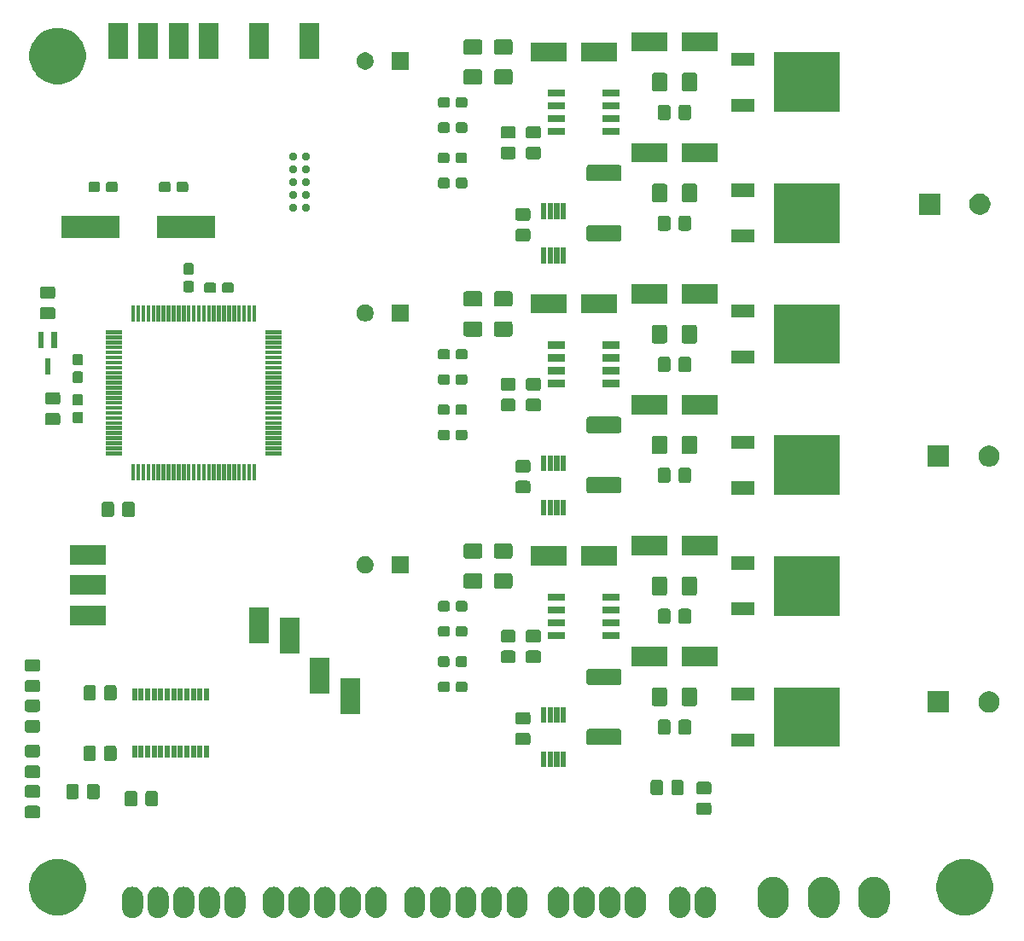
<source format=gbr>
G04 #@! TF.GenerationSoftware,KiCad,Pcbnew,5.0.2+dfsg1-1~bpo9+1*
G04 #@! TF.CreationDate,2020-01-12T11:13:13-05:00*
G04 #@! TF.ProjectId,SCARAMotorFeedbackController,53434152-414d-46f7-946f-724665656462,rev?*
G04 #@! TF.SameCoordinates,Original*
G04 #@! TF.FileFunction,Soldermask,Top*
G04 #@! TF.FilePolarity,Negative*
%FSLAX46Y46*%
G04 Gerber Fmt 4.6, Leading zero omitted, Abs format (unit mm)*
G04 Created by KiCad (PCBNEW 5.0.2+dfsg1-1~bpo9+1) date Sun 12 Jan 2020 11:13:13 AM EST*
%MOMM*%
%LPD*%
G01*
G04 APERTURE LIST*
%ADD10C,0.100000*%
G04 APERTURE END LIST*
D10*
G36*
X76303853Y6027572D02*
X76596029Y5938941D01*
X76865300Y5795013D01*
X77101318Y5601318D01*
X77295013Y5365300D01*
X77438941Y5096029D01*
X77527572Y4803853D01*
X77550000Y4576138D01*
X77550000Y3423862D01*
X77527572Y3196147D01*
X77438941Y2903971D01*
X77295013Y2634700D01*
X77101318Y2398682D01*
X76865299Y2204987D01*
X76596028Y2061059D01*
X76303852Y1972428D01*
X76000000Y1942501D01*
X75696147Y1972428D01*
X75403971Y2061059D01*
X75134700Y2204987D01*
X74898682Y2398682D01*
X74704987Y2634701D01*
X74561059Y2903972D01*
X74472428Y3196148D01*
X74450000Y3423863D01*
X74450000Y4576138D01*
X74472428Y4803853D01*
X74561059Y5096029D01*
X74704987Y5365300D01*
X74898683Y5601318D01*
X75134701Y5795013D01*
X75403972Y5938941D01*
X75696148Y6027572D01*
X76000000Y6057499D01*
X76303853Y6027572D01*
X76303853Y6027572D01*
G37*
G36*
X81303853Y6027572D02*
X81596029Y5938941D01*
X81865300Y5795013D01*
X82101318Y5601318D01*
X82295013Y5365300D01*
X82438941Y5096029D01*
X82527572Y4803853D01*
X82550000Y4576138D01*
X82550000Y3423862D01*
X82527572Y3196147D01*
X82438941Y2903971D01*
X82295013Y2634700D01*
X82101318Y2398682D01*
X81865299Y2204987D01*
X81596028Y2061059D01*
X81303852Y1972428D01*
X81000000Y1942501D01*
X80696147Y1972428D01*
X80403971Y2061059D01*
X80134700Y2204987D01*
X79898682Y2398682D01*
X79704987Y2634701D01*
X79561059Y2903972D01*
X79472428Y3196148D01*
X79450000Y3423863D01*
X79450000Y4576138D01*
X79472428Y4803853D01*
X79561059Y5096029D01*
X79704987Y5365300D01*
X79898683Y5601318D01*
X80134701Y5795013D01*
X80403972Y5938941D01*
X80696148Y6027572D01*
X81000000Y6057499D01*
X81303853Y6027572D01*
X81303853Y6027572D01*
G37*
G36*
X86303853Y6027572D02*
X86596029Y5938941D01*
X86865300Y5795013D01*
X87101318Y5601318D01*
X87295013Y5365300D01*
X87438941Y5096029D01*
X87527572Y4803853D01*
X87550000Y4576138D01*
X87550000Y3423862D01*
X87527572Y3196147D01*
X87438941Y2903971D01*
X87295013Y2634700D01*
X87101318Y2398682D01*
X86865299Y2204987D01*
X86596028Y2061059D01*
X86303852Y1972428D01*
X86000000Y1942501D01*
X85696147Y1972428D01*
X85403971Y2061059D01*
X85134700Y2204987D01*
X84898682Y2398682D01*
X84704987Y2634701D01*
X84561059Y2903972D01*
X84472428Y3196148D01*
X84450000Y3423863D01*
X84450000Y4576138D01*
X84472428Y4803853D01*
X84561059Y5096029D01*
X84704987Y5365300D01*
X84898683Y5601318D01*
X85134701Y5795013D01*
X85403972Y5938941D01*
X85696148Y6027572D01*
X86000000Y6057499D01*
X86303853Y6027572D01*
X86303853Y6027572D01*
G37*
G36*
X50785836Y5034807D02*
X50983762Y4974767D01*
X51166171Y4877267D01*
X51326054Y4746054D01*
X51457267Y4586171D01*
X51554767Y4403762D01*
X51614807Y4205836D01*
X51630000Y4051578D01*
X51630000Y2948422D01*
X51614807Y2794164D01*
X51554767Y2596238D01*
X51457267Y2413829D01*
X51326054Y2253946D01*
X51166171Y2122733D01*
X50983761Y2025233D01*
X50785835Y1965193D01*
X50580000Y1944920D01*
X50374164Y1965193D01*
X50176238Y2025233D01*
X49993829Y2122733D01*
X49833946Y2253946D01*
X49702733Y2413829D01*
X49605233Y2596239D01*
X49545193Y2794165D01*
X49530000Y2948423D01*
X49530000Y4051578D01*
X49545194Y4205836D01*
X49545194Y4205840D01*
X49605232Y4403759D01*
X49650079Y4487662D01*
X49702734Y4586171D01*
X49833947Y4746054D01*
X49993830Y4877267D01*
X50176239Y4974767D01*
X50374165Y5034807D01*
X50580000Y5055080D01*
X50785836Y5034807D01*
X50785836Y5034807D01*
G37*
G36*
X69475836Y5034807D02*
X69673762Y4974767D01*
X69856171Y4877267D01*
X70016054Y4746054D01*
X70147267Y4586171D01*
X70244767Y4403762D01*
X70304807Y4205836D01*
X70320000Y4051578D01*
X70320000Y2948422D01*
X70304807Y2794164D01*
X70244767Y2596238D01*
X70147267Y2413829D01*
X70016054Y2253946D01*
X69856171Y2122733D01*
X69673761Y2025233D01*
X69475835Y1965193D01*
X69270000Y1944920D01*
X69064164Y1965193D01*
X68866238Y2025233D01*
X68683829Y2122733D01*
X68523946Y2253946D01*
X68392733Y2413829D01*
X68295233Y2596239D01*
X68235193Y2794165D01*
X68220000Y2948423D01*
X68220000Y4051578D01*
X68235194Y4205836D01*
X68235194Y4205840D01*
X68295232Y4403759D01*
X68340079Y4487662D01*
X68392734Y4586171D01*
X68523947Y4746054D01*
X68683830Y4877267D01*
X68866239Y4974767D01*
X69064165Y5034807D01*
X69270000Y5055080D01*
X69475836Y5034807D01*
X69475836Y5034807D01*
G37*
G36*
X66935836Y5034807D02*
X67133762Y4974767D01*
X67316171Y4877267D01*
X67476054Y4746054D01*
X67607267Y4586171D01*
X67704767Y4403762D01*
X67764807Y4205836D01*
X67780000Y4051578D01*
X67780000Y2948422D01*
X67764807Y2794164D01*
X67704767Y2596238D01*
X67607267Y2413829D01*
X67476054Y2253946D01*
X67316171Y2122733D01*
X67133761Y2025233D01*
X66935835Y1965193D01*
X66730000Y1944920D01*
X66524164Y1965193D01*
X66326238Y2025233D01*
X66143829Y2122733D01*
X65983946Y2253946D01*
X65852733Y2413829D01*
X65755233Y2596239D01*
X65695193Y2794165D01*
X65680000Y2948423D01*
X65680000Y4051578D01*
X65695194Y4205836D01*
X65695194Y4205840D01*
X65755232Y4403759D01*
X65800079Y4487662D01*
X65852734Y4586171D01*
X65983947Y4746054D01*
X66143830Y4877267D01*
X66326239Y4974767D01*
X66524165Y5034807D01*
X66730000Y5055080D01*
X66935836Y5034807D01*
X66935836Y5034807D01*
G37*
G36*
X22785836Y5034807D02*
X22983762Y4974767D01*
X23166171Y4877267D01*
X23326054Y4746054D01*
X23457267Y4586171D01*
X23554767Y4403762D01*
X23614807Y4205836D01*
X23630000Y4051578D01*
X23630000Y2948422D01*
X23614807Y2794164D01*
X23554767Y2596238D01*
X23457267Y2413829D01*
X23326054Y2253946D01*
X23166171Y2122733D01*
X22983761Y2025233D01*
X22785835Y1965193D01*
X22580000Y1944920D01*
X22374164Y1965193D01*
X22176238Y2025233D01*
X21993829Y2122733D01*
X21833946Y2253946D01*
X21702733Y2413829D01*
X21605233Y2596239D01*
X21545193Y2794165D01*
X21530000Y2948423D01*
X21530000Y4051578D01*
X21545194Y4205836D01*
X21545194Y4205840D01*
X21605232Y4403759D01*
X21650079Y4487662D01*
X21702734Y4586171D01*
X21833947Y4746054D01*
X21993830Y4877267D01*
X22176239Y4974767D01*
X22374165Y5034807D01*
X22580000Y5055080D01*
X22785836Y5034807D01*
X22785836Y5034807D01*
G37*
G36*
X20245836Y5034807D02*
X20443762Y4974767D01*
X20626171Y4877267D01*
X20786054Y4746054D01*
X20917267Y4586171D01*
X21014767Y4403762D01*
X21074807Y4205836D01*
X21090000Y4051578D01*
X21090000Y2948422D01*
X21074807Y2794164D01*
X21014767Y2596238D01*
X20917267Y2413829D01*
X20786054Y2253946D01*
X20626171Y2122733D01*
X20443761Y2025233D01*
X20245835Y1965193D01*
X20040000Y1944920D01*
X19834164Y1965193D01*
X19636238Y2025233D01*
X19453829Y2122733D01*
X19293946Y2253946D01*
X19162733Y2413829D01*
X19065233Y2596239D01*
X19005193Y2794165D01*
X18990000Y2948423D01*
X18990000Y4051578D01*
X19005194Y4205836D01*
X19005194Y4205840D01*
X19065232Y4403759D01*
X19110079Y4487662D01*
X19162734Y4586171D01*
X19293947Y4746054D01*
X19453830Y4877267D01*
X19636239Y4974767D01*
X19834165Y5034807D01*
X20040000Y5055080D01*
X20245836Y5034807D01*
X20245836Y5034807D01*
G37*
G36*
X17705836Y5034807D02*
X17903762Y4974767D01*
X18086171Y4877267D01*
X18246054Y4746054D01*
X18377267Y4586171D01*
X18474767Y4403762D01*
X18534807Y4205836D01*
X18550000Y4051578D01*
X18550000Y2948422D01*
X18534807Y2794164D01*
X18474767Y2596238D01*
X18377267Y2413829D01*
X18246054Y2253946D01*
X18086171Y2122733D01*
X17903761Y2025233D01*
X17705835Y1965193D01*
X17500000Y1944920D01*
X17294164Y1965193D01*
X17096238Y2025233D01*
X16913829Y2122733D01*
X16753946Y2253946D01*
X16622733Y2413829D01*
X16525233Y2596239D01*
X16465193Y2794165D01*
X16450000Y2948423D01*
X16450000Y4051578D01*
X16465194Y4205836D01*
X16465194Y4205840D01*
X16525232Y4403759D01*
X16570079Y4487662D01*
X16622734Y4586171D01*
X16753947Y4746054D01*
X16913830Y4877267D01*
X17096239Y4974767D01*
X17294165Y5034807D01*
X17500000Y5055080D01*
X17705836Y5034807D01*
X17705836Y5034807D01*
G37*
G36*
X15165836Y5034807D02*
X15363762Y4974767D01*
X15546171Y4877267D01*
X15706054Y4746054D01*
X15837267Y4586171D01*
X15934767Y4403762D01*
X15994807Y4205836D01*
X16010000Y4051578D01*
X16010000Y2948422D01*
X15994807Y2794164D01*
X15934767Y2596238D01*
X15837267Y2413829D01*
X15706054Y2253946D01*
X15546171Y2122733D01*
X15363761Y2025233D01*
X15165835Y1965193D01*
X14960000Y1944920D01*
X14754164Y1965193D01*
X14556238Y2025233D01*
X14373829Y2122733D01*
X14213946Y2253946D01*
X14082733Y2413829D01*
X13985233Y2596239D01*
X13925193Y2794165D01*
X13910000Y2948423D01*
X13910000Y4051578D01*
X13925194Y4205836D01*
X13925194Y4205840D01*
X13985232Y4403759D01*
X14030079Y4487662D01*
X14082734Y4586171D01*
X14213947Y4746054D01*
X14373830Y4877267D01*
X14556239Y4974767D01*
X14754165Y5034807D01*
X14960000Y5055080D01*
X15165836Y5034807D01*
X15165836Y5034807D01*
G37*
G36*
X12625836Y5034807D02*
X12823762Y4974767D01*
X13006171Y4877267D01*
X13166054Y4746054D01*
X13297267Y4586171D01*
X13394767Y4403762D01*
X13454807Y4205836D01*
X13470000Y4051578D01*
X13470000Y2948422D01*
X13454807Y2794164D01*
X13394767Y2596238D01*
X13297267Y2413829D01*
X13166054Y2253946D01*
X13006171Y2122733D01*
X12823761Y2025233D01*
X12625835Y1965193D01*
X12420000Y1944920D01*
X12214164Y1965193D01*
X12016238Y2025233D01*
X11833829Y2122733D01*
X11673946Y2253946D01*
X11542733Y2413829D01*
X11445233Y2596239D01*
X11385193Y2794165D01*
X11370000Y2948423D01*
X11370000Y4051578D01*
X11385194Y4205836D01*
X11385194Y4205840D01*
X11445232Y4403759D01*
X11490079Y4487662D01*
X11542734Y4586171D01*
X11673947Y4746054D01*
X11833830Y4877267D01*
X12016239Y4974767D01*
X12214165Y5034807D01*
X12420000Y5055080D01*
X12625836Y5034807D01*
X12625836Y5034807D01*
G37*
G36*
X26625836Y5034807D02*
X26823762Y4974767D01*
X27006171Y4877267D01*
X27166054Y4746054D01*
X27297267Y4586171D01*
X27394767Y4403762D01*
X27454807Y4205836D01*
X27470000Y4051578D01*
X27470000Y2948422D01*
X27454807Y2794164D01*
X27394767Y2596238D01*
X27297267Y2413829D01*
X27166054Y2253946D01*
X27006171Y2122733D01*
X26823761Y2025233D01*
X26625835Y1965193D01*
X26420000Y1944920D01*
X26214164Y1965193D01*
X26016238Y2025233D01*
X25833829Y2122733D01*
X25673946Y2253946D01*
X25542733Y2413829D01*
X25445233Y2596239D01*
X25385193Y2794165D01*
X25370000Y2948423D01*
X25370000Y4051578D01*
X25385194Y4205836D01*
X25385194Y4205840D01*
X25445232Y4403759D01*
X25490079Y4487662D01*
X25542734Y4586171D01*
X25673947Y4746054D01*
X25833830Y4877267D01*
X26016239Y4974767D01*
X26214165Y5034807D01*
X26420000Y5055080D01*
X26625836Y5034807D01*
X26625836Y5034807D01*
G37*
G36*
X29165836Y5034807D02*
X29363762Y4974767D01*
X29546171Y4877267D01*
X29706054Y4746054D01*
X29837267Y4586171D01*
X29934767Y4403762D01*
X29994807Y4205836D01*
X30010000Y4051578D01*
X30010000Y2948422D01*
X29994807Y2794164D01*
X29934767Y2596238D01*
X29837267Y2413829D01*
X29706054Y2253946D01*
X29546171Y2122733D01*
X29363761Y2025233D01*
X29165835Y1965193D01*
X28960000Y1944920D01*
X28754164Y1965193D01*
X28556238Y2025233D01*
X28373829Y2122733D01*
X28213946Y2253946D01*
X28082733Y2413829D01*
X27985233Y2596239D01*
X27925193Y2794165D01*
X27910000Y2948423D01*
X27910000Y4051578D01*
X27925194Y4205836D01*
X27925194Y4205840D01*
X27985232Y4403759D01*
X28030079Y4487662D01*
X28082734Y4586171D01*
X28213947Y4746054D01*
X28373830Y4877267D01*
X28556239Y4974767D01*
X28754165Y5034807D01*
X28960000Y5055080D01*
X29165836Y5034807D01*
X29165836Y5034807D01*
G37*
G36*
X31705836Y5034807D02*
X31903762Y4974767D01*
X32086171Y4877267D01*
X32246054Y4746054D01*
X32377267Y4586171D01*
X32474767Y4403762D01*
X32534807Y4205836D01*
X32550000Y4051578D01*
X32550000Y2948422D01*
X32534807Y2794164D01*
X32474767Y2596238D01*
X32377267Y2413829D01*
X32246054Y2253946D01*
X32086171Y2122733D01*
X31903761Y2025233D01*
X31705835Y1965193D01*
X31500000Y1944920D01*
X31294164Y1965193D01*
X31096238Y2025233D01*
X30913829Y2122733D01*
X30753946Y2253946D01*
X30622733Y2413829D01*
X30525233Y2596239D01*
X30465193Y2794165D01*
X30450000Y2948423D01*
X30450000Y4051578D01*
X30465194Y4205836D01*
X30465194Y4205840D01*
X30525232Y4403759D01*
X30570079Y4487662D01*
X30622734Y4586171D01*
X30753947Y4746054D01*
X30913830Y4877267D01*
X31096239Y4974767D01*
X31294165Y5034807D01*
X31500000Y5055080D01*
X31705836Y5034807D01*
X31705836Y5034807D01*
G37*
G36*
X36785836Y5034807D02*
X36983762Y4974767D01*
X37166171Y4877267D01*
X37326054Y4746054D01*
X37457267Y4586171D01*
X37554767Y4403762D01*
X37614807Y4205836D01*
X37630000Y4051578D01*
X37630000Y2948422D01*
X37614807Y2794164D01*
X37554767Y2596238D01*
X37457267Y2413829D01*
X37326054Y2253946D01*
X37166171Y2122733D01*
X36983761Y2025233D01*
X36785835Y1965193D01*
X36580000Y1944920D01*
X36374164Y1965193D01*
X36176238Y2025233D01*
X35993829Y2122733D01*
X35833946Y2253946D01*
X35702733Y2413829D01*
X35605233Y2596239D01*
X35545193Y2794165D01*
X35530000Y2948423D01*
X35530000Y4051578D01*
X35545194Y4205836D01*
X35545194Y4205840D01*
X35605232Y4403759D01*
X35650079Y4487662D01*
X35702734Y4586171D01*
X35833947Y4746054D01*
X35993830Y4877267D01*
X36176239Y4974767D01*
X36374165Y5034807D01*
X36580000Y5055080D01*
X36785836Y5034807D01*
X36785836Y5034807D01*
G37*
G36*
X34245836Y5034807D02*
X34443762Y4974767D01*
X34626171Y4877267D01*
X34786054Y4746054D01*
X34917267Y4586171D01*
X35014767Y4403762D01*
X35074807Y4205836D01*
X35090000Y4051578D01*
X35090000Y2948422D01*
X35074807Y2794164D01*
X35014767Y2596238D01*
X34917267Y2413829D01*
X34786054Y2253946D01*
X34626171Y2122733D01*
X34443761Y2025233D01*
X34245835Y1965193D01*
X34040000Y1944920D01*
X33834164Y1965193D01*
X33636238Y2025233D01*
X33453829Y2122733D01*
X33293946Y2253946D01*
X33162733Y2413829D01*
X33065233Y2596239D01*
X33005193Y2794165D01*
X32990000Y2948423D01*
X32990000Y4051578D01*
X33005194Y4205836D01*
X33005194Y4205840D01*
X33065232Y4403759D01*
X33110079Y4487662D01*
X33162734Y4586171D01*
X33293947Y4746054D01*
X33453830Y4877267D01*
X33636239Y4974767D01*
X33834165Y5034807D01*
X34040000Y5055080D01*
X34245836Y5034807D01*
X34245836Y5034807D01*
G37*
G36*
X40625836Y5034807D02*
X40823762Y4974767D01*
X41006171Y4877267D01*
X41166054Y4746054D01*
X41297267Y4586171D01*
X41394767Y4403762D01*
X41454807Y4205836D01*
X41470000Y4051578D01*
X41470000Y2948422D01*
X41454807Y2794164D01*
X41394767Y2596238D01*
X41297267Y2413829D01*
X41166054Y2253946D01*
X41006171Y2122733D01*
X40823761Y2025233D01*
X40625835Y1965193D01*
X40420000Y1944920D01*
X40214164Y1965193D01*
X40016238Y2025233D01*
X39833829Y2122733D01*
X39673946Y2253946D01*
X39542733Y2413829D01*
X39445233Y2596239D01*
X39385193Y2794165D01*
X39370000Y2948423D01*
X39370000Y4051578D01*
X39385194Y4205836D01*
X39385194Y4205840D01*
X39445232Y4403759D01*
X39490079Y4487662D01*
X39542734Y4586171D01*
X39673947Y4746054D01*
X39833830Y4877267D01*
X40016239Y4974767D01*
X40214165Y5034807D01*
X40420000Y5055080D01*
X40625836Y5034807D01*
X40625836Y5034807D01*
G37*
G36*
X54895836Y5034807D02*
X55093762Y4974767D01*
X55276171Y4877267D01*
X55436054Y4746054D01*
X55567267Y4586171D01*
X55664767Y4403762D01*
X55724807Y4205836D01*
X55740000Y4051578D01*
X55740000Y2948422D01*
X55724807Y2794164D01*
X55664767Y2596238D01*
X55567267Y2413829D01*
X55436054Y2253946D01*
X55276171Y2122733D01*
X55093761Y2025233D01*
X54895835Y1965193D01*
X54690000Y1944920D01*
X54484164Y1965193D01*
X54286238Y2025233D01*
X54103829Y2122733D01*
X53943946Y2253946D01*
X53812733Y2413829D01*
X53715233Y2596239D01*
X53655193Y2794165D01*
X53640000Y2948423D01*
X53640000Y4051578D01*
X53655194Y4205836D01*
X53655194Y4205840D01*
X53715232Y4403759D01*
X53760079Y4487662D01*
X53812734Y4586171D01*
X53943947Y4746054D01*
X54103830Y4877267D01*
X54286239Y4974767D01*
X54484165Y5034807D01*
X54690000Y5055080D01*
X54895836Y5034807D01*
X54895836Y5034807D01*
G37*
G36*
X57435836Y5034807D02*
X57633762Y4974767D01*
X57816171Y4877267D01*
X57976054Y4746054D01*
X58107267Y4586171D01*
X58204767Y4403762D01*
X58264807Y4205836D01*
X58280000Y4051578D01*
X58280000Y2948422D01*
X58264807Y2794164D01*
X58204767Y2596238D01*
X58107267Y2413829D01*
X57976054Y2253946D01*
X57816171Y2122733D01*
X57633761Y2025233D01*
X57435835Y1965193D01*
X57230000Y1944920D01*
X57024164Y1965193D01*
X56826238Y2025233D01*
X56643829Y2122733D01*
X56483946Y2253946D01*
X56352733Y2413829D01*
X56255233Y2596239D01*
X56195193Y2794165D01*
X56180000Y2948423D01*
X56180000Y4051578D01*
X56195194Y4205836D01*
X56195194Y4205840D01*
X56255232Y4403759D01*
X56300079Y4487662D01*
X56352734Y4586171D01*
X56483947Y4746054D01*
X56643830Y4877267D01*
X56826239Y4974767D01*
X57024165Y5034807D01*
X57230000Y5055080D01*
X57435836Y5034807D01*
X57435836Y5034807D01*
G37*
G36*
X59975836Y5034807D02*
X60173762Y4974767D01*
X60356171Y4877267D01*
X60516054Y4746054D01*
X60647267Y4586171D01*
X60744767Y4403762D01*
X60804807Y4205836D01*
X60820000Y4051578D01*
X60820000Y2948422D01*
X60804807Y2794164D01*
X60744767Y2596238D01*
X60647267Y2413829D01*
X60516054Y2253946D01*
X60356171Y2122733D01*
X60173761Y2025233D01*
X59975835Y1965193D01*
X59770000Y1944920D01*
X59564164Y1965193D01*
X59366238Y2025233D01*
X59183829Y2122733D01*
X59023946Y2253946D01*
X58892733Y2413829D01*
X58795233Y2596239D01*
X58735193Y2794165D01*
X58720000Y2948423D01*
X58720000Y4051578D01*
X58735194Y4205836D01*
X58735194Y4205840D01*
X58795232Y4403759D01*
X58840079Y4487662D01*
X58892734Y4586171D01*
X59023947Y4746054D01*
X59183830Y4877267D01*
X59366239Y4974767D01*
X59564165Y5034807D01*
X59770000Y5055080D01*
X59975836Y5034807D01*
X59975836Y5034807D01*
G37*
G36*
X43165836Y5034807D02*
X43363762Y4974767D01*
X43546171Y4877267D01*
X43706054Y4746054D01*
X43837267Y4586171D01*
X43934767Y4403762D01*
X43994807Y4205836D01*
X44010000Y4051578D01*
X44010000Y2948422D01*
X43994807Y2794164D01*
X43934767Y2596238D01*
X43837267Y2413829D01*
X43706054Y2253946D01*
X43546171Y2122733D01*
X43363761Y2025233D01*
X43165835Y1965193D01*
X42960000Y1944920D01*
X42754164Y1965193D01*
X42556238Y2025233D01*
X42373829Y2122733D01*
X42213946Y2253946D01*
X42082733Y2413829D01*
X41985233Y2596239D01*
X41925193Y2794165D01*
X41910000Y2948423D01*
X41910000Y4051578D01*
X41925194Y4205836D01*
X41925194Y4205840D01*
X41985232Y4403759D01*
X42030079Y4487662D01*
X42082734Y4586171D01*
X42213947Y4746054D01*
X42373830Y4877267D01*
X42556239Y4974767D01*
X42754165Y5034807D01*
X42960000Y5055080D01*
X43165836Y5034807D01*
X43165836Y5034807D01*
G37*
G36*
X62515836Y5034807D02*
X62713762Y4974767D01*
X62896171Y4877267D01*
X63056054Y4746054D01*
X63187267Y4586171D01*
X63284767Y4403762D01*
X63344807Y4205836D01*
X63360000Y4051578D01*
X63360000Y2948422D01*
X63344807Y2794164D01*
X63284767Y2596238D01*
X63187267Y2413829D01*
X63056054Y2253946D01*
X62896171Y2122733D01*
X62713761Y2025233D01*
X62515835Y1965193D01*
X62310000Y1944920D01*
X62104164Y1965193D01*
X61906238Y2025233D01*
X61723829Y2122733D01*
X61563946Y2253946D01*
X61432733Y2413829D01*
X61335233Y2596239D01*
X61275193Y2794165D01*
X61260000Y2948423D01*
X61260000Y4051578D01*
X61275194Y4205836D01*
X61275194Y4205840D01*
X61335232Y4403759D01*
X61380079Y4487662D01*
X61432734Y4586171D01*
X61563947Y4746054D01*
X61723830Y4877267D01*
X61906239Y4974767D01*
X62104165Y5034807D01*
X62310000Y5055080D01*
X62515836Y5034807D01*
X62515836Y5034807D01*
G37*
G36*
X48245836Y5034807D02*
X48443762Y4974767D01*
X48626171Y4877267D01*
X48786054Y4746054D01*
X48917267Y4586171D01*
X49014767Y4403762D01*
X49074807Y4205836D01*
X49090000Y4051578D01*
X49090000Y2948422D01*
X49074807Y2794164D01*
X49014767Y2596238D01*
X48917267Y2413829D01*
X48786054Y2253946D01*
X48626171Y2122733D01*
X48443761Y2025233D01*
X48245835Y1965193D01*
X48040000Y1944920D01*
X47834164Y1965193D01*
X47636238Y2025233D01*
X47453829Y2122733D01*
X47293946Y2253946D01*
X47162733Y2413829D01*
X47065233Y2596239D01*
X47005193Y2794165D01*
X46990000Y2948423D01*
X46990000Y4051578D01*
X47005194Y4205836D01*
X47005194Y4205840D01*
X47065232Y4403759D01*
X47110079Y4487662D01*
X47162734Y4586171D01*
X47293947Y4746054D01*
X47453830Y4877267D01*
X47636239Y4974767D01*
X47834165Y5034807D01*
X48040000Y5055080D01*
X48245836Y5034807D01*
X48245836Y5034807D01*
G37*
G36*
X45705836Y5034807D02*
X45903762Y4974767D01*
X46086171Y4877267D01*
X46246054Y4746054D01*
X46377267Y4586171D01*
X46474767Y4403762D01*
X46534807Y4205836D01*
X46550000Y4051578D01*
X46550000Y2948422D01*
X46534807Y2794164D01*
X46474767Y2596238D01*
X46377267Y2413829D01*
X46246054Y2253946D01*
X46086171Y2122733D01*
X45903761Y2025233D01*
X45705835Y1965193D01*
X45500000Y1944920D01*
X45294164Y1965193D01*
X45096238Y2025233D01*
X44913829Y2122733D01*
X44753946Y2253946D01*
X44622733Y2413829D01*
X44525233Y2596239D01*
X44465193Y2794165D01*
X44450000Y2948423D01*
X44450000Y4051578D01*
X44465194Y4205836D01*
X44465194Y4205840D01*
X44525232Y4403759D01*
X44570079Y4487662D01*
X44622734Y4586171D01*
X44753947Y4746054D01*
X44913830Y4877267D01*
X45096239Y4974767D01*
X45294165Y5034807D01*
X45500000Y5055080D01*
X45705836Y5034807D01*
X45705836Y5034807D01*
G37*
G36*
X95816730Y7692398D02*
X96326297Y7481328D01*
X96784896Y7174902D01*
X97174902Y6784896D01*
X97481328Y6326297D01*
X97692398Y5816730D01*
X97800000Y5275776D01*
X97800000Y4724224D01*
X97692398Y4183270D01*
X97481328Y3673703D01*
X97174903Y3215105D01*
X96784895Y2825097D01*
X96738600Y2794164D01*
X96326297Y2518672D01*
X95816730Y2307602D01*
X95275776Y2200000D01*
X94724224Y2200000D01*
X94183270Y2307602D01*
X93673703Y2518672D01*
X93261400Y2794164D01*
X93215105Y2825097D01*
X92825097Y3215105D01*
X92518672Y3673703D01*
X92307602Y4183270D01*
X92200000Y4724224D01*
X92200000Y5275776D01*
X92307602Y5816730D01*
X92518672Y6326297D01*
X92825098Y6784896D01*
X93215104Y7174902D01*
X93673703Y7481328D01*
X94183270Y7692398D01*
X94724224Y7800000D01*
X95275776Y7800000D01*
X95816730Y7692398D01*
X95816730Y7692398D01*
G37*
G36*
X5816730Y7692398D02*
X6326297Y7481328D01*
X6784896Y7174902D01*
X7174902Y6784896D01*
X7481328Y6326297D01*
X7692398Y5816730D01*
X7800000Y5275776D01*
X7800000Y4724224D01*
X7692398Y4183270D01*
X7481328Y3673703D01*
X7174903Y3215105D01*
X6784895Y2825097D01*
X6738600Y2794164D01*
X6326297Y2518672D01*
X5816730Y2307602D01*
X5275776Y2200000D01*
X4724224Y2200000D01*
X4183270Y2307602D01*
X3673703Y2518672D01*
X3261400Y2794164D01*
X3215105Y2825097D01*
X2825097Y3215105D01*
X2518672Y3673703D01*
X2307602Y4183270D01*
X2200000Y4724224D01*
X2200000Y5275776D01*
X2307602Y5816730D01*
X2518672Y6326297D01*
X2825098Y6784896D01*
X3215104Y7174902D01*
X3673703Y7481328D01*
X4183270Y7692398D01*
X4724224Y7800000D01*
X5275776Y7800000D01*
X5816730Y7692398D01*
X5816730Y7692398D01*
G37*
G36*
X3042629Y13094931D02*
X3090925Y13080281D01*
X3135445Y13056484D01*
X3174463Y13024463D01*
X3206484Y12985445D01*
X3230281Y12940925D01*
X3244931Y12892629D01*
X3250000Y12841160D01*
X3250000Y12108840D01*
X3244931Y12057371D01*
X3230281Y12009075D01*
X3206484Y11964555D01*
X3174463Y11925537D01*
X3135445Y11893516D01*
X3090925Y11869719D01*
X3042629Y11855069D01*
X2991160Y11850000D01*
X2008840Y11850000D01*
X1957371Y11855069D01*
X1909075Y11869719D01*
X1864555Y11893516D01*
X1825537Y11925537D01*
X1793516Y11964555D01*
X1769719Y12009075D01*
X1755069Y12057371D01*
X1750000Y12108840D01*
X1750000Y12841160D01*
X1755069Y12892629D01*
X1769719Y12940925D01*
X1793516Y12985445D01*
X1825537Y13024463D01*
X1864555Y13056484D01*
X1909075Y13080281D01*
X1957371Y13094931D01*
X2008840Y13100000D01*
X2991160Y13100000D01*
X3042629Y13094931D01*
X3042629Y13094931D01*
G37*
G36*
X69642629Y13419931D02*
X69690925Y13405281D01*
X69735445Y13381484D01*
X69774463Y13349463D01*
X69806484Y13310445D01*
X69830281Y13265925D01*
X69844931Y13217629D01*
X69850000Y13166160D01*
X69850000Y12433840D01*
X69844931Y12382371D01*
X69830281Y12334075D01*
X69806484Y12289555D01*
X69774463Y12250537D01*
X69735445Y12218516D01*
X69690925Y12194719D01*
X69642629Y12180069D01*
X69591160Y12175000D01*
X68608840Y12175000D01*
X68557371Y12180069D01*
X68509075Y12194719D01*
X68464555Y12218516D01*
X68425537Y12250537D01*
X68393516Y12289555D01*
X68369719Y12334075D01*
X68355069Y12382371D01*
X68350000Y12433840D01*
X68350000Y13166160D01*
X68355069Y13217629D01*
X68369719Y13265925D01*
X68393516Y13310445D01*
X68425537Y13349463D01*
X68464555Y13381484D01*
X68509075Y13405281D01*
X68557371Y13419931D01*
X68608840Y13425000D01*
X69591160Y13425000D01*
X69642629Y13419931D01*
X69642629Y13419931D01*
G37*
G36*
X14742629Y14544931D02*
X14790925Y14530281D01*
X14835445Y14506484D01*
X14874463Y14474463D01*
X14906484Y14435445D01*
X14930281Y14390925D01*
X14944931Y14342629D01*
X14950000Y14291160D01*
X14950000Y13308840D01*
X14944931Y13257371D01*
X14930281Y13209075D01*
X14906484Y13164555D01*
X14874463Y13125537D01*
X14835445Y13093516D01*
X14790925Y13069719D01*
X14742629Y13055069D01*
X14691160Y13050000D01*
X13958840Y13050000D01*
X13907371Y13055069D01*
X13859075Y13069719D01*
X13814555Y13093516D01*
X13775537Y13125537D01*
X13743516Y13164555D01*
X13719719Y13209075D01*
X13705069Y13257371D01*
X13700000Y13308840D01*
X13700000Y14291160D01*
X13705069Y14342629D01*
X13719719Y14390925D01*
X13743516Y14435445D01*
X13775537Y14474463D01*
X13814555Y14506484D01*
X13859075Y14530281D01*
X13907371Y14544931D01*
X13958840Y14550000D01*
X14691160Y14550000D01*
X14742629Y14544931D01*
X14742629Y14544931D01*
G37*
G36*
X12692629Y14544931D02*
X12740925Y14530281D01*
X12785445Y14506484D01*
X12824463Y14474463D01*
X12856484Y14435445D01*
X12880281Y14390925D01*
X12894931Y14342629D01*
X12900000Y14291160D01*
X12900000Y13308840D01*
X12894931Y13257371D01*
X12880281Y13209075D01*
X12856484Y13164555D01*
X12824463Y13125537D01*
X12785445Y13093516D01*
X12740925Y13069719D01*
X12692629Y13055069D01*
X12641160Y13050000D01*
X11908840Y13050000D01*
X11857371Y13055069D01*
X11809075Y13069719D01*
X11764555Y13093516D01*
X11725537Y13125537D01*
X11693516Y13164555D01*
X11669719Y13209075D01*
X11655069Y13257371D01*
X11650000Y13308840D01*
X11650000Y14291160D01*
X11655069Y14342629D01*
X11669719Y14390925D01*
X11693516Y14435445D01*
X11725537Y14474463D01*
X11764555Y14506484D01*
X11809075Y14530281D01*
X11857371Y14544931D01*
X11908840Y14550000D01*
X12641160Y14550000D01*
X12692629Y14544931D01*
X12692629Y14544931D01*
G37*
G36*
X6892629Y15244931D02*
X6940925Y15230281D01*
X6985445Y15206484D01*
X7024463Y15174463D01*
X7056484Y15135445D01*
X7080281Y15090925D01*
X7094931Y15042629D01*
X7100000Y14991160D01*
X7100000Y14008840D01*
X7094931Y13957371D01*
X7080281Y13909075D01*
X7056484Y13864555D01*
X7024463Y13825537D01*
X6985445Y13793516D01*
X6940925Y13769719D01*
X6892629Y13755069D01*
X6841160Y13750000D01*
X6108840Y13750000D01*
X6057371Y13755069D01*
X6009075Y13769719D01*
X5964555Y13793516D01*
X5925537Y13825537D01*
X5893516Y13864555D01*
X5869719Y13909075D01*
X5855069Y13957371D01*
X5850000Y14008840D01*
X5850000Y14991160D01*
X5855069Y15042629D01*
X5869719Y15090925D01*
X5893516Y15135445D01*
X5925537Y15174463D01*
X5964555Y15206484D01*
X6009075Y15230281D01*
X6057371Y15244931D01*
X6108840Y15250000D01*
X6841160Y15250000D01*
X6892629Y15244931D01*
X6892629Y15244931D01*
G37*
G36*
X8942629Y15244931D02*
X8990925Y15230281D01*
X9035445Y15206484D01*
X9074463Y15174463D01*
X9106484Y15135445D01*
X9130281Y15090925D01*
X9144931Y15042629D01*
X9150000Y14991160D01*
X9150000Y14008840D01*
X9144931Y13957371D01*
X9130281Y13909075D01*
X9106484Y13864555D01*
X9074463Y13825537D01*
X9035445Y13793516D01*
X8990925Y13769719D01*
X8942629Y13755069D01*
X8891160Y13750000D01*
X8158840Y13750000D01*
X8107371Y13755069D01*
X8059075Y13769719D01*
X8014555Y13793516D01*
X7975537Y13825537D01*
X7943516Y13864555D01*
X7919719Y13909075D01*
X7905069Y13957371D01*
X7900000Y14008840D01*
X7900000Y14991160D01*
X7905069Y15042629D01*
X7919719Y15090925D01*
X7943516Y15135445D01*
X7975537Y15174463D01*
X8014555Y15206484D01*
X8059075Y15230281D01*
X8107371Y15244931D01*
X8158840Y15250000D01*
X8891160Y15250000D01*
X8942629Y15244931D01*
X8942629Y15244931D01*
G37*
G36*
X3042629Y15144931D02*
X3090925Y15130281D01*
X3135445Y15106484D01*
X3174463Y15074463D01*
X3206484Y15035445D01*
X3230281Y14990925D01*
X3244931Y14942629D01*
X3250000Y14891160D01*
X3250000Y14158840D01*
X3244931Y14107371D01*
X3230281Y14059075D01*
X3206484Y14014555D01*
X3174463Y13975537D01*
X3135445Y13943516D01*
X3090925Y13919719D01*
X3042629Y13905069D01*
X2991160Y13900000D01*
X2008840Y13900000D01*
X1957371Y13905069D01*
X1909075Y13919719D01*
X1864555Y13943516D01*
X1825537Y13975537D01*
X1793516Y14014555D01*
X1769719Y14059075D01*
X1755069Y14107371D01*
X1750000Y14158840D01*
X1750000Y14891160D01*
X1755069Y14942629D01*
X1769719Y14990925D01*
X1793516Y15035445D01*
X1825537Y15074463D01*
X1864555Y15106484D01*
X1909075Y15130281D01*
X1957371Y15144931D01*
X2008840Y15150000D01*
X2991160Y15150000D01*
X3042629Y15144931D01*
X3042629Y15144931D01*
G37*
G36*
X66917629Y15644931D02*
X66965925Y15630281D01*
X67010445Y15606484D01*
X67049463Y15574463D01*
X67081484Y15535445D01*
X67105281Y15490925D01*
X67119931Y15442629D01*
X67125000Y15391160D01*
X67125000Y14408840D01*
X67119931Y14357371D01*
X67105281Y14309075D01*
X67081484Y14264555D01*
X67049463Y14225537D01*
X67010445Y14193516D01*
X66965925Y14169719D01*
X66917629Y14155069D01*
X66866160Y14150000D01*
X66133840Y14150000D01*
X66082371Y14155069D01*
X66034075Y14169719D01*
X65989555Y14193516D01*
X65950537Y14225537D01*
X65918516Y14264555D01*
X65894719Y14309075D01*
X65880069Y14357371D01*
X65875000Y14408840D01*
X65875000Y15391160D01*
X65880069Y15442629D01*
X65894719Y15490925D01*
X65918516Y15535445D01*
X65950537Y15574463D01*
X65989555Y15606484D01*
X66034075Y15630281D01*
X66082371Y15644931D01*
X66133840Y15650000D01*
X66866160Y15650000D01*
X66917629Y15644931D01*
X66917629Y15644931D01*
G37*
G36*
X64867629Y15644931D02*
X64915925Y15630281D01*
X64960445Y15606484D01*
X64999463Y15574463D01*
X65031484Y15535445D01*
X65055281Y15490925D01*
X65069931Y15442629D01*
X65075000Y15391160D01*
X65075000Y14408840D01*
X65069931Y14357371D01*
X65055281Y14309075D01*
X65031484Y14264555D01*
X64999463Y14225537D01*
X64960445Y14193516D01*
X64915925Y14169719D01*
X64867629Y14155069D01*
X64816160Y14150000D01*
X64083840Y14150000D01*
X64032371Y14155069D01*
X63984075Y14169719D01*
X63939555Y14193516D01*
X63900537Y14225537D01*
X63868516Y14264555D01*
X63844719Y14309075D01*
X63830069Y14357371D01*
X63825000Y14408840D01*
X63825000Y15391160D01*
X63830069Y15442629D01*
X63844719Y15490925D01*
X63868516Y15535445D01*
X63900537Y15574463D01*
X63939555Y15606484D01*
X63984075Y15630281D01*
X64032371Y15644931D01*
X64083840Y15650000D01*
X64816160Y15650000D01*
X64867629Y15644931D01*
X64867629Y15644931D01*
G37*
G36*
X69642629Y15469931D02*
X69690925Y15455281D01*
X69735445Y15431484D01*
X69774463Y15399463D01*
X69806484Y15360445D01*
X69830281Y15315925D01*
X69844931Y15267629D01*
X69850000Y15216160D01*
X69850000Y14483840D01*
X69844931Y14432371D01*
X69830281Y14384075D01*
X69806484Y14339555D01*
X69774463Y14300537D01*
X69735445Y14268516D01*
X69690925Y14244719D01*
X69642629Y14230069D01*
X69591160Y14225000D01*
X68608840Y14225000D01*
X68557371Y14230069D01*
X68509075Y14244719D01*
X68464555Y14268516D01*
X68425537Y14300537D01*
X68393516Y14339555D01*
X68369719Y14384075D01*
X68355069Y14432371D01*
X68350000Y14483840D01*
X68350000Y15216160D01*
X68355069Y15267629D01*
X68369719Y15315925D01*
X68393516Y15360445D01*
X68425537Y15399463D01*
X68464555Y15431484D01*
X68509075Y15455281D01*
X68557371Y15469931D01*
X68608840Y15475000D01*
X69591160Y15475000D01*
X69642629Y15469931D01*
X69642629Y15469931D01*
G37*
G36*
X3042629Y17094931D02*
X3090925Y17080281D01*
X3135445Y17056484D01*
X3174463Y17024463D01*
X3206484Y16985445D01*
X3230281Y16940925D01*
X3244931Y16892629D01*
X3250000Y16841160D01*
X3250000Y16108840D01*
X3244931Y16057371D01*
X3230281Y16009075D01*
X3206484Y15964555D01*
X3174463Y15925537D01*
X3135445Y15893516D01*
X3090925Y15869719D01*
X3042629Y15855069D01*
X2991160Y15850000D01*
X2008840Y15850000D01*
X1957371Y15855069D01*
X1909075Y15869719D01*
X1864555Y15893516D01*
X1825537Y15925537D01*
X1793516Y15964555D01*
X1769719Y16009075D01*
X1755069Y16057371D01*
X1750000Y16108840D01*
X1750000Y16841160D01*
X1755069Y16892629D01*
X1769719Y16940925D01*
X1793516Y16985445D01*
X1825537Y17024463D01*
X1864555Y17056484D01*
X1909075Y17080281D01*
X1957371Y17094931D01*
X2008840Y17100000D01*
X2991160Y17100000D01*
X3042629Y17094931D01*
X3042629Y17094931D01*
G37*
G36*
X53500000Y16925000D02*
X52950000Y16925000D01*
X52950000Y18475000D01*
X53500000Y18475000D01*
X53500000Y16925000D01*
X53500000Y16925000D01*
G37*
G36*
X54150000Y16925000D02*
X53600000Y16925000D01*
X53600000Y18475000D01*
X54150000Y18475000D01*
X54150000Y16925000D01*
X54150000Y16925000D01*
G37*
G36*
X55450000Y16925000D02*
X54900000Y16925000D01*
X54900000Y18475000D01*
X55450000Y18475000D01*
X55450000Y16925000D01*
X55450000Y16925000D01*
G37*
G36*
X54800000Y16925000D02*
X54250000Y16925000D01*
X54250000Y18475000D01*
X54800000Y18475000D01*
X54800000Y16925000D01*
X54800000Y16925000D01*
G37*
G36*
X8592629Y19044931D02*
X8640925Y19030281D01*
X8685445Y19006484D01*
X8724463Y18974463D01*
X8756484Y18935445D01*
X8780281Y18890925D01*
X8794931Y18842629D01*
X8800000Y18791160D01*
X8800000Y17808840D01*
X8794931Y17757371D01*
X8780281Y17709075D01*
X8756484Y17664555D01*
X8724463Y17625537D01*
X8685445Y17593516D01*
X8640925Y17569719D01*
X8592629Y17555069D01*
X8541160Y17550000D01*
X7808840Y17550000D01*
X7757371Y17555069D01*
X7709075Y17569719D01*
X7664555Y17593516D01*
X7625537Y17625537D01*
X7593516Y17664555D01*
X7569719Y17709075D01*
X7555069Y17757371D01*
X7550000Y17808840D01*
X7550000Y18791160D01*
X7555069Y18842629D01*
X7569719Y18890925D01*
X7593516Y18935445D01*
X7625537Y18974463D01*
X7664555Y19006484D01*
X7709075Y19030281D01*
X7757371Y19044931D01*
X7808840Y19050000D01*
X8541160Y19050000D01*
X8592629Y19044931D01*
X8592629Y19044931D01*
G37*
G36*
X10642629Y19044931D02*
X10690925Y19030281D01*
X10735445Y19006484D01*
X10774463Y18974463D01*
X10806484Y18935445D01*
X10830281Y18890925D01*
X10844931Y18842629D01*
X10850000Y18791160D01*
X10850000Y17808840D01*
X10844931Y17757371D01*
X10830281Y17709075D01*
X10806484Y17664555D01*
X10774463Y17625537D01*
X10735445Y17593516D01*
X10690925Y17569719D01*
X10642629Y17555069D01*
X10591160Y17550000D01*
X9858840Y17550000D01*
X9807371Y17555069D01*
X9759075Y17569719D01*
X9714555Y17593516D01*
X9675537Y17625537D01*
X9643516Y17664555D01*
X9619719Y17709075D01*
X9605069Y17757371D01*
X9600000Y17808840D01*
X9600000Y18791160D01*
X9605069Y18842629D01*
X9619719Y18890925D01*
X9643516Y18935445D01*
X9675537Y18974463D01*
X9714555Y19006484D01*
X9759075Y19030281D01*
X9807371Y19044931D01*
X9858840Y19050000D01*
X10591160Y19050000D01*
X10642629Y19044931D01*
X10642629Y19044931D01*
G37*
G36*
X16775000Y17850000D02*
X16275000Y17850000D01*
X16275000Y19050000D01*
X16775000Y19050000D01*
X16775000Y17850000D01*
X16775000Y17850000D01*
G37*
G36*
X15475000Y17850000D02*
X14975000Y17850000D01*
X14975000Y19050000D01*
X15475000Y19050000D01*
X15475000Y17850000D01*
X15475000Y17850000D01*
G37*
G36*
X14175000Y17850000D02*
X13675000Y17850000D01*
X13675000Y19050000D01*
X14175000Y19050000D01*
X14175000Y17850000D01*
X14175000Y17850000D01*
G37*
G36*
X13525000Y17850000D02*
X13025000Y17850000D01*
X13025000Y19050000D01*
X13525000Y19050000D01*
X13525000Y17850000D01*
X13525000Y17850000D01*
G37*
G36*
X12875000Y17850000D02*
X12375000Y17850000D01*
X12375000Y19050000D01*
X12875000Y19050000D01*
X12875000Y17850000D01*
X12875000Y17850000D01*
G37*
G36*
X16125000Y17850000D02*
X15625000Y17850000D01*
X15625000Y19050000D01*
X16125000Y19050000D01*
X16125000Y17850000D01*
X16125000Y17850000D01*
G37*
G36*
X14825000Y17850000D02*
X14325000Y17850000D01*
X14325000Y19050000D01*
X14825000Y19050000D01*
X14825000Y17850000D01*
X14825000Y17850000D01*
G37*
G36*
X17425000Y17850000D02*
X16925000Y17850000D01*
X16925000Y19050000D01*
X17425000Y19050000D01*
X17425000Y17850000D01*
X17425000Y17850000D01*
G37*
G36*
X18075000Y17850000D02*
X17575000Y17850000D01*
X17575000Y19050000D01*
X18075000Y19050000D01*
X18075000Y17850000D01*
X18075000Y17850000D01*
G37*
G36*
X18725000Y17850000D02*
X18225000Y17850000D01*
X18225000Y19050000D01*
X18725000Y19050000D01*
X18725000Y17850000D01*
X18725000Y17850000D01*
G37*
G36*
X20025000Y17850000D02*
X19525000Y17850000D01*
X19525000Y19050000D01*
X20025000Y19050000D01*
X20025000Y17850000D01*
X20025000Y17850000D01*
G37*
G36*
X19375000Y17850000D02*
X18875000Y17850000D01*
X18875000Y19050000D01*
X19375000Y19050000D01*
X19375000Y17850000D01*
X19375000Y17850000D01*
G37*
G36*
X3042629Y19144931D02*
X3090925Y19130281D01*
X3135445Y19106484D01*
X3174463Y19074463D01*
X3206484Y19035445D01*
X3230281Y18990925D01*
X3244931Y18942629D01*
X3250000Y18891160D01*
X3250000Y18158840D01*
X3244931Y18107371D01*
X3230281Y18059075D01*
X3206484Y18014555D01*
X3174463Y17975537D01*
X3135445Y17943516D01*
X3090925Y17919719D01*
X3042629Y17905069D01*
X2991160Y17900000D01*
X2008840Y17900000D01*
X1957371Y17905069D01*
X1909075Y17919719D01*
X1864555Y17943516D01*
X1825537Y17975537D01*
X1793516Y18014555D01*
X1769719Y18059075D01*
X1755069Y18107371D01*
X1750000Y18158840D01*
X1750000Y18891160D01*
X1755069Y18942629D01*
X1769719Y18990925D01*
X1793516Y19035445D01*
X1825537Y19074463D01*
X1864555Y19106484D01*
X1909075Y19130281D01*
X1957371Y19144931D01*
X2008840Y19150000D01*
X2991160Y19150000D01*
X3042629Y19144931D01*
X3042629Y19144931D01*
G37*
G36*
X82550000Y18950000D02*
X76050000Y18950000D01*
X76050000Y24850000D01*
X82550000Y24850000D01*
X82550000Y18950000D01*
X82550000Y18950000D01*
G37*
G36*
X74150000Y18970000D02*
X71850000Y18970000D01*
X71850000Y20270000D01*
X74150000Y20270000D01*
X74150000Y18970000D01*
X74150000Y18970000D01*
G37*
G36*
X60724084Y20720085D02*
X60770876Y20705891D01*
X60814007Y20682836D01*
X60851812Y20651812D01*
X60882836Y20614007D01*
X60905891Y20570876D01*
X60920085Y20524084D01*
X60925000Y20474179D01*
X60925000Y19350821D01*
X60920085Y19300916D01*
X60905891Y19254124D01*
X60882836Y19210993D01*
X60851812Y19173188D01*
X60814007Y19142164D01*
X60770876Y19119109D01*
X60724084Y19104915D01*
X60674179Y19100000D01*
X57725821Y19100000D01*
X57675916Y19104915D01*
X57629124Y19119109D01*
X57585993Y19142164D01*
X57548188Y19173188D01*
X57517164Y19210993D01*
X57494109Y19254124D01*
X57479915Y19300916D01*
X57475000Y19350821D01*
X57475000Y20474179D01*
X57479915Y20524084D01*
X57494109Y20570876D01*
X57517164Y20614007D01*
X57548188Y20651812D01*
X57585993Y20682836D01*
X57629124Y20705891D01*
X57675916Y20720085D01*
X57725821Y20725000D01*
X60674179Y20725000D01*
X60724084Y20720085D01*
X60724084Y20720085D01*
G37*
G36*
X51692629Y20344931D02*
X51740925Y20330281D01*
X51785445Y20306484D01*
X51824463Y20274463D01*
X51856484Y20235445D01*
X51880281Y20190925D01*
X51894931Y20142629D01*
X51900000Y20091160D01*
X51900000Y19358840D01*
X51894931Y19307371D01*
X51880281Y19259075D01*
X51856484Y19214555D01*
X51824463Y19175537D01*
X51785445Y19143516D01*
X51740925Y19119719D01*
X51692629Y19105069D01*
X51641160Y19100000D01*
X50658840Y19100000D01*
X50607371Y19105069D01*
X50559075Y19119719D01*
X50514555Y19143516D01*
X50475537Y19175537D01*
X50443516Y19214555D01*
X50419719Y19259075D01*
X50405069Y19307371D01*
X50400000Y19358840D01*
X50400000Y20091160D01*
X50405069Y20142629D01*
X50419719Y20190925D01*
X50443516Y20235445D01*
X50475537Y20274463D01*
X50514555Y20306484D01*
X50559075Y20330281D01*
X50607371Y20344931D01*
X50658840Y20350000D01*
X51641160Y20350000D01*
X51692629Y20344931D01*
X51692629Y20344931D01*
G37*
G36*
X67642629Y21644931D02*
X67690925Y21630281D01*
X67735445Y21606484D01*
X67774463Y21574463D01*
X67806484Y21535445D01*
X67830281Y21490925D01*
X67844931Y21442629D01*
X67850000Y21391160D01*
X67850000Y20408840D01*
X67844931Y20357371D01*
X67830281Y20309075D01*
X67806484Y20264555D01*
X67774463Y20225537D01*
X67735445Y20193516D01*
X67690925Y20169719D01*
X67642629Y20155069D01*
X67591160Y20150000D01*
X66858840Y20150000D01*
X66807371Y20155069D01*
X66759075Y20169719D01*
X66714555Y20193516D01*
X66675537Y20225537D01*
X66643516Y20264555D01*
X66619719Y20309075D01*
X66605069Y20357371D01*
X66600000Y20408840D01*
X66600000Y21391160D01*
X66605069Y21442629D01*
X66619719Y21490925D01*
X66643516Y21535445D01*
X66675537Y21574463D01*
X66714555Y21606484D01*
X66759075Y21630281D01*
X66807371Y21644931D01*
X66858840Y21650000D01*
X67591160Y21650000D01*
X67642629Y21644931D01*
X67642629Y21644931D01*
G37*
G36*
X65592629Y21644931D02*
X65640925Y21630281D01*
X65685445Y21606484D01*
X65724463Y21574463D01*
X65756484Y21535445D01*
X65780281Y21490925D01*
X65794931Y21442629D01*
X65800000Y21391160D01*
X65800000Y20408840D01*
X65794931Y20357371D01*
X65780281Y20309075D01*
X65756484Y20264555D01*
X65724463Y20225537D01*
X65685445Y20193516D01*
X65640925Y20169719D01*
X65592629Y20155069D01*
X65541160Y20150000D01*
X64808840Y20150000D01*
X64757371Y20155069D01*
X64709075Y20169719D01*
X64664555Y20193516D01*
X64625537Y20225537D01*
X64593516Y20264555D01*
X64569719Y20309075D01*
X64555069Y20357371D01*
X64550000Y20408840D01*
X64550000Y21391160D01*
X64555069Y21442629D01*
X64569719Y21490925D01*
X64593516Y21535445D01*
X64625537Y21574463D01*
X64664555Y21606484D01*
X64709075Y21630281D01*
X64757371Y21644931D01*
X64808840Y21650000D01*
X65541160Y21650000D01*
X65592629Y21644931D01*
X65592629Y21644931D01*
G37*
G36*
X3042629Y21594931D02*
X3090925Y21580281D01*
X3135445Y21556484D01*
X3174463Y21524463D01*
X3206484Y21485445D01*
X3230281Y21440925D01*
X3244931Y21392629D01*
X3250000Y21341160D01*
X3250000Y20608840D01*
X3244931Y20557371D01*
X3230281Y20509075D01*
X3206484Y20464555D01*
X3174463Y20425537D01*
X3135445Y20393516D01*
X3090925Y20369719D01*
X3042629Y20355069D01*
X2991160Y20350000D01*
X2008840Y20350000D01*
X1957371Y20355069D01*
X1909075Y20369719D01*
X1864555Y20393516D01*
X1825537Y20425537D01*
X1793516Y20464555D01*
X1769719Y20509075D01*
X1755069Y20557371D01*
X1750000Y20608840D01*
X1750000Y21341160D01*
X1755069Y21392629D01*
X1769719Y21440925D01*
X1793516Y21485445D01*
X1825537Y21524463D01*
X1864555Y21556484D01*
X1909075Y21580281D01*
X1957371Y21594931D01*
X2008840Y21600000D01*
X2991160Y21600000D01*
X3042629Y21594931D01*
X3042629Y21594931D01*
G37*
G36*
X51692629Y22394931D02*
X51740925Y22380281D01*
X51785445Y22356484D01*
X51824463Y22324463D01*
X51856484Y22285445D01*
X51880281Y22240925D01*
X51894931Y22192629D01*
X51900000Y22141160D01*
X51900000Y21408840D01*
X51894931Y21357371D01*
X51880281Y21309075D01*
X51856484Y21264555D01*
X51824463Y21225537D01*
X51785445Y21193516D01*
X51740925Y21169719D01*
X51692629Y21155069D01*
X51641160Y21150000D01*
X50658840Y21150000D01*
X50607371Y21155069D01*
X50559075Y21169719D01*
X50514555Y21193516D01*
X50475537Y21225537D01*
X50443516Y21264555D01*
X50419719Y21309075D01*
X50405069Y21357371D01*
X50400000Y21408840D01*
X50400000Y22141160D01*
X50405069Y22192629D01*
X50419719Y22240925D01*
X50443516Y22285445D01*
X50475537Y22324463D01*
X50514555Y22356484D01*
X50559075Y22380281D01*
X50607371Y22394931D01*
X50658840Y22400000D01*
X51641160Y22400000D01*
X51692629Y22394931D01*
X51692629Y22394931D01*
G37*
G36*
X53500000Y21325000D02*
X52950000Y21325000D01*
X52950000Y22875000D01*
X53500000Y22875000D01*
X53500000Y21325000D01*
X53500000Y21325000D01*
G37*
G36*
X54150000Y21325000D02*
X53600000Y21325000D01*
X53600000Y22875000D01*
X54150000Y22875000D01*
X54150000Y21325000D01*
X54150000Y21325000D01*
G37*
G36*
X54800000Y21325000D02*
X54250000Y21325000D01*
X54250000Y22875000D01*
X54800000Y22875000D01*
X54800000Y21325000D01*
X54800000Y21325000D01*
G37*
G36*
X55450000Y21325000D02*
X54900000Y21325000D01*
X54900000Y22875000D01*
X55450000Y22875000D01*
X55450000Y21325000D01*
X55450000Y21325000D01*
G37*
G36*
X34975000Y22225000D02*
X33025000Y22225000D01*
X33025000Y25775000D01*
X34975000Y25775000D01*
X34975000Y22225000D01*
X34975000Y22225000D01*
G37*
G36*
X97706274Y24409650D02*
X97897362Y24330498D01*
X98069336Y24215589D01*
X98215589Y24069336D01*
X98330498Y23897362D01*
X98409650Y23706274D01*
X98450000Y23503416D01*
X98450000Y23296584D01*
X98409650Y23093726D01*
X98330498Y22902638D01*
X98215589Y22730664D01*
X98069336Y22584411D01*
X97897362Y22469502D01*
X97706274Y22390350D01*
X97503416Y22350000D01*
X97296584Y22350000D01*
X97093726Y22390350D01*
X96902638Y22469502D01*
X96730664Y22584411D01*
X96584411Y22730664D01*
X96469502Y22902638D01*
X96390350Y23093726D01*
X96350000Y23296584D01*
X96350000Y23503416D01*
X96390350Y23706274D01*
X96469502Y23897362D01*
X96584411Y24069336D01*
X96730664Y24215589D01*
X96902638Y24330498D01*
X97093726Y24409650D01*
X97296584Y24450000D01*
X97503416Y24450000D01*
X97706274Y24409650D01*
X97706274Y24409650D01*
G37*
G36*
X93450000Y22350000D02*
X91350000Y22350000D01*
X91350000Y24450000D01*
X93450000Y24450000D01*
X93450000Y22350000D01*
X93450000Y22350000D01*
G37*
G36*
X3042629Y23644931D02*
X3090925Y23630281D01*
X3135445Y23606484D01*
X3174463Y23574463D01*
X3206484Y23535445D01*
X3230281Y23490925D01*
X3244931Y23442629D01*
X3250000Y23391160D01*
X3250000Y22658840D01*
X3244931Y22607371D01*
X3230281Y22559075D01*
X3206484Y22514555D01*
X3174463Y22475537D01*
X3135445Y22443516D01*
X3090925Y22419719D01*
X3042629Y22405069D01*
X2991160Y22400000D01*
X2008840Y22400000D01*
X1957371Y22405069D01*
X1909075Y22419719D01*
X1864555Y22443516D01*
X1825537Y22475537D01*
X1793516Y22514555D01*
X1769719Y22559075D01*
X1755069Y22607371D01*
X1750000Y22658840D01*
X1750000Y23391160D01*
X1755069Y23442629D01*
X1769719Y23490925D01*
X1793516Y23535445D01*
X1825537Y23574463D01*
X1864555Y23606484D01*
X1909075Y23630281D01*
X1957371Y23644931D01*
X2008840Y23650000D01*
X2991160Y23650000D01*
X3042629Y23644931D01*
X3042629Y23644931D01*
G37*
G36*
X65272690Y24820052D02*
X65319814Y24805757D01*
X65363241Y24782544D01*
X65401306Y24751306D01*
X65432544Y24713241D01*
X65455757Y24669814D01*
X65470052Y24622690D01*
X65475000Y24572452D01*
X65475000Y23227548D01*
X65470052Y23177310D01*
X65455757Y23130186D01*
X65432544Y23086759D01*
X65401306Y23048694D01*
X65363241Y23017456D01*
X65319814Y22994243D01*
X65272690Y22979948D01*
X65222452Y22975000D01*
X64202548Y22975000D01*
X64152310Y22979948D01*
X64105186Y22994243D01*
X64061759Y23017456D01*
X64023694Y23048694D01*
X63992456Y23086759D01*
X63969243Y23130186D01*
X63954948Y23177310D01*
X63950000Y23227548D01*
X63950000Y24572452D01*
X63954948Y24622690D01*
X63969243Y24669814D01*
X63992456Y24713241D01*
X64023694Y24751306D01*
X64061759Y24782544D01*
X64105186Y24805757D01*
X64152310Y24820052D01*
X64202548Y24825000D01*
X65222452Y24825000D01*
X65272690Y24820052D01*
X65272690Y24820052D01*
G37*
G36*
X68247690Y24820052D02*
X68294814Y24805757D01*
X68338241Y24782544D01*
X68376306Y24751306D01*
X68407544Y24713241D01*
X68430757Y24669814D01*
X68445052Y24622690D01*
X68450000Y24572452D01*
X68450000Y23227548D01*
X68445052Y23177310D01*
X68430757Y23130186D01*
X68407544Y23086759D01*
X68376306Y23048694D01*
X68338241Y23017456D01*
X68294814Y22994243D01*
X68247690Y22979948D01*
X68197452Y22975000D01*
X67177548Y22975000D01*
X67127310Y22979948D01*
X67080186Y22994243D01*
X67036759Y23017456D01*
X66998694Y23048694D01*
X66967456Y23086759D01*
X66944243Y23130186D01*
X66929948Y23177310D01*
X66925000Y23227548D01*
X66925000Y24572452D01*
X66929948Y24622690D01*
X66944243Y24669814D01*
X66967456Y24713241D01*
X66998694Y24751306D01*
X67036759Y24782544D01*
X67080186Y24805757D01*
X67127310Y24820052D01*
X67177548Y24825000D01*
X68197452Y24825000D01*
X68247690Y24820052D01*
X68247690Y24820052D01*
G37*
G36*
X74150000Y23530000D02*
X71850000Y23530000D01*
X71850000Y24830000D01*
X74150000Y24830000D01*
X74150000Y23530000D01*
X74150000Y23530000D01*
G37*
G36*
X15475000Y23550000D02*
X14975000Y23550000D01*
X14975000Y24750000D01*
X15475000Y24750000D01*
X15475000Y23550000D01*
X15475000Y23550000D01*
G37*
G36*
X20025000Y23550000D02*
X19525000Y23550000D01*
X19525000Y24750000D01*
X20025000Y24750000D01*
X20025000Y23550000D01*
X20025000Y23550000D01*
G37*
G36*
X18725000Y23550000D02*
X18225000Y23550000D01*
X18225000Y24750000D01*
X18725000Y24750000D01*
X18725000Y23550000D01*
X18725000Y23550000D01*
G37*
G36*
X10642629Y25044931D02*
X10690925Y25030281D01*
X10735445Y25006484D01*
X10774463Y24974463D01*
X10806484Y24935445D01*
X10830281Y24890925D01*
X10844931Y24842629D01*
X10850000Y24791160D01*
X10850000Y23808840D01*
X10844931Y23757371D01*
X10830281Y23709075D01*
X10806484Y23664555D01*
X10774463Y23625537D01*
X10735445Y23593516D01*
X10690925Y23569719D01*
X10642629Y23555069D01*
X10591160Y23550000D01*
X9858840Y23550000D01*
X9807371Y23555069D01*
X9759075Y23569719D01*
X9714555Y23593516D01*
X9675537Y23625537D01*
X9643516Y23664555D01*
X9619719Y23709075D01*
X9605069Y23757371D01*
X9600000Y23808840D01*
X9600000Y24791160D01*
X9605069Y24842629D01*
X9619719Y24890925D01*
X9643516Y24935445D01*
X9675537Y24974463D01*
X9714555Y25006484D01*
X9759075Y25030281D01*
X9807371Y25044931D01*
X9858840Y25050000D01*
X10591160Y25050000D01*
X10642629Y25044931D01*
X10642629Y25044931D01*
G37*
G36*
X19375000Y23550000D02*
X18875000Y23550000D01*
X18875000Y24750000D01*
X19375000Y24750000D01*
X19375000Y23550000D01*
X19375000Y23550000D01*
G37*
G36*
X12875000Y23550000D02*
X12375000Y23550000D01*
X12375000Y24750000D01*
X12875000Y24750000D01*
X12875000Y23550000D01*
X12875000Y23550000D01*
G37*
G36*
X13525000Y23550000D02*
X13025000Y23550000D01*
X13025000Y24750000D01*
X13525000Y24750000D01*
X13525000Y23550000D01*
X13525000Y23550000D01*
G37*
G36*
X14825000Y23550000D02*
X14325000Y23550000D01*
X14325000Y24750000D01*
X14825000Y24750000D01*
X14825000Y23550000D01*
X14825000Y23550000D01*
G37*
G36*
X18075000Y23550000D02*
X17575000Y23550000D01*
X17575000Y24750000D01*
X18075000Y24750000D01*
X18075000Y23550000D01*
X18075000Y23550000D01*
G37*
G36*
X16125000Y23550000D02*
X15625000Y23550000D01*
X15625000Y24750000D01*
X16125000Y24750000D01*
X16125000Y23550000D01*
X16125000Y23550000D01*
G37*
G36*
X17425000Y23550000D02*
X16925000Y23550000D01*
X16925000Y24750000D01*
X17425000Y24750000D01*
X17425000Y23550000D01*
X17425000Y23550000D01*
G37*
G36*
X16775000Y23550000D02*
X16275000Y23550000D01*
X16275000Y24750000D01*
X16775000Y24750000D01*
X16775000Y23550000D01*
X16775000Y23550000D01*
G37*
G36*
X14175000Y23550000D02*
X13675000Y23550000D01*
X13675000Y24750000D01*
X14175000Y24750000D01*
X14175000Y23550000D01*
X14175000Y23550000D01*
G37*
G36*
X8592629Y25044931D02*
X8640925Y25030281D01*
X8685445Y25006484D01*
X8724463Y24974463D01*
X8756484Y24935445D01*
X8780281Y24890925D01*
X8794931Y24842629D01*
X8800000Y24791160D01*
X8800000Y23808840D01*
X8794931Y23757371D01*
X8780281Y23709075D01*
X8756484Y23664555D01*
X8724463Y23625537D01*
X8685445Y23593516D01*
X8640925Y23569719D01*
X8592629Y23555069D01*
X8541160Y23550000D01*
X7808840Y23550000D01*
X7757371Y23555069D01*
X7709075Y23569719D01*
X7664555Y23593516D01*
X7625537Y23625537D01*
X7593516Y23664555D01*
X7569719Y23709075D01*
X7555069Y23757371D01*
X7550000Y23808840D01*
X7550000Y24791160D01*
X7555069Y24842629D01*
X7569719Y24890925D01*
X7593516Y24935445D01*
X7625537Y24974463D01*
X7664555Y25006484D01*
X7709075Y25030281D01*
X7757371Y25044931D01*
X7808840Y25050000D01*
X8541160Y25050000D01*
X8592629Y25044931D01*
X8592629Y25044931D01*
G37*
G36*
X31975000Y24225000D02*
X30025000Y24225000D01*
X30025000Y27775000D01*
X31975000Y27775000D01*
X31975000Y24225000D01*
X31975000Y24225000D01*
G37*
G36*
X3042629Y25594931D02*
X3090925Y25580281D01*
X3135445Y25556484D01*
X3174463Y25524463D01*
X3206484Y25485445D01*
X3230281Y25440925D01*
X3244931Y25392629D01*
X3250000Y25341160D01*
X3250000Y24608840D01*
X3244931Y24557371D01*
X3230281Y24509075D01*
X3206484Y24464555D01*
X3174463Y24425537D01*
X3135445Y24393516D01*
X3090925Y24369719D01*
X3042629Y24355069D01*
X2991160Y24350000D01*
X2008840Y24350000D01*
X1957371Y24355069D01*
X1909075Y24369719D01*
X1864555Y24393516D01*
X1825537Y24425537D01*
X1793516Y24464555D01*
X1769719Y24509075D01*
X1755069Y24557371D01*
X1750000Y24608840D01*
X1750000Y25341160D01*
X1755069Y25392629D01*
X1769719Y25440925D01*
X1793516Y25485445D01*
X1825537Y25524463D01*
X1864555Y25556484D01*
X1909075Y25580281D01*
X1957371Y25594931D01*
X2008840Y25600000D01*
X2991160Y25600000D01*
X3042629Y25594931D01*
X3042629Y25594931D01*
G37*
G36*
X45448749Y25420077D02*
X45495627Y25405857D01*
X45538826Y25382767D01*
X45576691Y25351691D01*
X45607767Y25313826D01*
X45630857Y25270627D01*
X45645077Y25223749D01*
X45650000Y25173768D01*
X45650000Y24626232D01*
X45645077Y24576251D01*
X45630857Y24529373D01*
X45607767Y24486174D01*
X45576691Y24448309D01*
X45538826Y24417233D01*
X45495627Y24394143D01*
X45448749Y24379923D01*
X45398768Y24375000D01*
X44751232Y24375000D01*
X44701251Y24379923D01*
X44654373Y24394143D01*
X44611174Y24417233D01*
X44573309Y24448309D01*
X44542233Y24486174D01*
X44519143Y24529373D01*
X44504923Y24576251D01*
X44500000Y24626232D01*
X44500000Y25173768D01*
X44504923Y25223749D01*
X44519143Y25270627D01*
X44542233Y25313826D01*
X44573309Y25351691D01*
X44611174Y25382767D01*
X44654373Y25405857D01*
X44701251Y25420077D01*
X44751232Y25425000D01*
X45398768Y25425000D01*
X45448749Y25420077D01*
X45448749Y25420077D01*
G37*
G36*
X43698749Y25420077D02*
X43745627Y25405857D01*
X43788826Y25382767D01*
X43826691Y25351691D01*
X43857767Y25313826D01*
X43880857Y25270627D01*
X43895077Y25223749D01*
X43900000Y25173768D01*
X43900000Y24626232D01*
X43895077Y24576251D01*
X43880857Y24529373D01*
X43857767Y24486174D01*
X43826691Y24448309D01*
X43788826Y24417233D01*
X43745627Y24394143D01*
X43698749Y24379923D01*
X43648768Y24375000D01*
X43001232Y24375000D01*
X42951251Y24379923D01*
X42904373Y24394143D01*
X42861174Y24417233D01*
X42823309Y24448309D01*
X42792233Y24486174D01*
X42769143Y24529373D01*
X42754923Y24576251D01*
X42750000Y24626232D01*
X42750000Y25173768D01*
X42754923Y25223749D01*
X42769143Y25270627D01*
X42792233Y25313826D01*
X42823309Y25351691D01*
X42861174Y25382767D01*
X42904373Y25405857D01*
X42951251Y25420077D01*
X43001232Y25425000D01*
X43648768Y25425000D01*
X43698749Y25420077D01*
X43698749Y25420077D01*
G37*
G36*
X60724084Y26695085D02*
X60770876Y26680891D01*
X60814007Y26657836D01*
X60851812Y26626812D01*
X60882836Y26589007D01*
X60905891Y26545876D01*
X60920085Y26499084D01*
X60925000Y26449179D01*
X60925000Y25325821D01*
X60920085Y25275916D01*
X60905891Y25229124D01*
X60882836Y25185993D01*
X60851812Y25148188D01*
X60814007Y25117164D01*
X60770876Y25094109D01*
X60724084Y25079915D01*
X60674179Y25075000D01*
X57725821Y25075000D01*
X57675916Y25079915D01*
X57629124Y25094109D01*
X57585993Y25117164D01*
X57548188Y25148188D01*
X57517164Y25185993D01*
X57494109Y25229124D01*
X57479915Y25275916D01*
X57475000Y25325821D01*
X57475000Y26449179D01*
X57479915Y26499084D01*
X57494109Y26545876D01*
X57517164Y26589007D01*
X57548188Y26626812D01*
X57585993Y26657836D01*
X57629124Y26680891D01*
X57675916Y26695085D01*
X57725821Y26700000D01*
X60674179Y26700000D01*
X60724084Y26695085D01*
X60724084Y26695085D01*
G37*
G36*
X3042629Y27644931D02*
X3090925Y27630281D01*
X3135445Y27606484D01*
X3174463Y27574463D01*
X3206484Y27535445D01*
X3230281Y27490925D01*
X3244931Y27442629D01*
X3250000Y27391160D01*
X3250000Y26658840D01*
X3244931Y26607371D01*
X3230281Y26559075D01*
X3206484Y26514555D01*
X3174463Y26475537D01*
X3135445Y26443516D01*
X3090925Y26419719D01*
X3042629Y26405069D01*
X2991160Y26400000D01*
X2008840Y26400000D01*
X1957371Y26405069D01*
X1909075Y26419719D01*
X1864555Y26443516D01*
X1825537Y26475537D01*
X1793516Y26514555D01*
X1769719Y26559075D01*
X1755069Y26607371D01*
X1750000Y26658840D01*
X1750000Y27391160D01*
X1755069Y27442629D01*
X1769719Y27490925D01*
X1793516Y27535445D01*
X1825537Y27574463D01*
X1864555Y27606484D01*
X1909075Y27630281D01*
X1957371Y27644931D01*
X2008840Y27650000D01*
X2991160Y27650000D01*
X3042629Y27644931D01*
X3042629Y27644931D01*
G37*
G36*
X45423749Y27920077D02*
X45470627Y27905857D01*
X45513826Y27882767D01*
X45551691Y27851691D01*
X45582767Y27813826D01*
X45605857Y27770627D01*
X45620077Y27723749D01*
X45625000Y27673768D01*
X45625000Y27126232D01*
X45620077Y27076251D01*
X45605857Y27029373D01*
X45582767Y26986174D01*
X45551691Y26948309D01*
X45513826Y26917233D01*
X45470627Y26894143D01*
X45423749Y26879923D01*
X45373768Y26875000D01*
X44726232Y26875000D01*
X44676251Y26879923D01*
X44629373Y26894143D01*
X44586174Y26917233D01*
X44548309Y26948309D01*
X44517233Y26986174D01*
X44494143Y27029373D01*
X44479923Y27076251D01*
X44475000Y27126232D01*
X44475000Y27673768D01*
X44479923Y27723749D01*
X44494143Y27770627D01*
X44517233Y27813826D01*
X44548309Y27851691D01*
X44586174Y27882767D01*
X44629373Y27905857D01*
X44676251Y27920077D01*
X44726232Y27925000D01*
X45373768Y27925000D01*
X45423749Y27920077D01*
X45423749Y27920077D01*
G37*
G36*
X43673749Y27920077D02*
X43720627Y27905857D01*
X43763826Y27882767D01*
X43801691Y27851691D01*
X43832767Y27813826D01*
X43855857Y27770627D01*
X43870077Y27723749D01*
X43875000Y27673768D01*
X43875000Y27126232D01*
X43870077Y27076251D01*
X43855857Y27029373D01*
X43832767Y26986174D01*
X43801691Y26948309D01*
X43763826Y26917233D01*
X43720627Y26894143D01*
X43673749Y26879923D01*
X43623768Y26875000D01*
X42976232Y26875000D01*
X42926251Y26879923D01*
X42879373Y26894143D01*
X42836174Y26917233D01*
X42798309Y26948309D01*
X42767233Y26986174D01*
X42744143Y27029373D01*
X42729923Y27076251D01*
X42725000Y27126232D01*
X42725000Y27673768D01*
X42729923Y27723749D01*
X42744143Y27770627D01*
X42767233Y27813826D01*
X42798309Y27851691D01*
X42836174Y27882767D01*
X42879373Y27905857D01*
X42926251Y27920077D01*
X42976232Y27925000D01*
X43623768Y27925000D01*
X43673749Y27920077D01*
X43673749Y27920077D01*
G37*
G36*
X65500000Y26950000D02*
X61900000Y26950000D01*
X61900000Y28850000D01*
X65500000Y28850000D01*
X65500000Y26950000D01*
X65500000Y26950000D01*
G37*
G36*
X70500000Y26950000D02*
X66900000Y26950000D01*
X66900000Y28850000D01*
X70500000Y28850000D01*
X70500000Y26950000D01*
X70500000Y26950000D01*
G37*
G36*
X50242629Y28494931D02*
X50290925Y28480281D01*
X50335445Y28456484D01*
X50374463Y28424463D01*
X50406484Y28385445D01*
X50430281Y28340925D01*
X50444931Y28292629D01*
X50450000Y28241160D01*
X50450000Y27508840D01*
X50444931Y27457371D01*
X50430281Y27409075D01*
X50406484Y27364555D01*
X50374463Y27325537D01*
X50335445Y27293516D01*
X50290925Y27269719D01*
X50242629Y27255069D01*
X50191160Y27250000D01*
X49208840Y27250000D01*
X49157371Y27255069D01*
X49109075Y27269719D01*
X49064555Y27293516D01*
X49025537Y27325537D01*
X48993516Y27364555D01*
X48969719Y27409075D01*
X48955069Y27457371D01*
X48950000Y27508840D01*
X48950000Y28241160D01*
X48955069Y28292629D01*
X48969719Y28340925D01*
X48993516Y28385445D01*
X49025537Y28424463D01*
X49064555Y28456484D01*
X49109075Y28480281D01*
X49157371Y28494931D01*
X49208840Y28500000D01*
X50191160Y28500000D01*
X50242629Y28494931D01*
X50242629Y28494931D01*
G37*
G36*
X52742629Y28494931D02*
X52790925Y28480281D01*
X52835445Y28456484D01*
X52874463Y28424463D01*
X52906484Y28385445D01*
X52930281Y28340925D01*
X52944931Y28292629D01*
X52950000Y28241160D01*
X52950000Y27508840D01*
X52944931Y27457371D01*
X52930281Y27409075D01*
X52906484Y27364555D01*
X52874463Y27325537D01*
X52835445Y27293516D01*
X52790925Y27269719D01*
X52742629Y27255069D01*
X52691160Y27250000D01*
X51708840Y27250000D01*
X51657371Y27255069D01*
X51609075Y27269719D01*
X51564555Y27293516D01*
X51525537Y27325537D01*
X51493516Y27364555D01*
X51469719Y27409075D01*
X51455069Y27457371D01*
X51450000Y27508840D01*
X51450000Y28241160D01*
X51455069Y28292629D01*
X51469719Y28340925D01*
X51493516Y28385445D01*
X51525537Y28424463D01*
X51564555Y28456484D01*
X51609075Y28480281D01*
X51657371Y28494931D01*
X51708840Y28500000D01*
X52691160Y28500000D01*
X52742629Y28494931D01*
X52742629Y28494931D01*
G37*
G36*
X28975000Y28225000D02*
X27025000Y28225000D01*
X27025000Y31775000D01*
X28975000Y31775000D01*
X28975000Y28225000D01*
X28975000Y28225000D01*
G37*
G36*
X25975000Y29225000D02*
X24025000Y29225000D01*
X24025000Y32775000D01*
X25975000Y32775000D01*
X25975000Y29225000D01*
X25975000Y29225000D01*
G37*
G36*
X50242629Y30544931D02*
X50290925Y30530281D01*
X50335445Y30506484D01*
X50374463Y30474463D01*
X50406484Y30435445D01*
X50430281Y30390925D01*
X50444931Y30342629D01*
X50450000Y30291160D01*
X50450000Y29558840D01*
X50444931Y29507371D01*
X50430281Y29459075D01*
X50406484Y29414555D01*
X50374463Y29375537D01*
X50335445Y29343516D01*
X50290925Y29319719D01*
X50242629Y29305069D01*
X50191160Y29300000D01*
X49208840Y29300000D01*
X49157371Y29305069D01*
X49109075Y29319719D01*
X49064555Y29343516D01*
X49025537Y29375537D01*
X48993516Y29414555D01*
X48969719Y29459075D01*
X48955069Y29507371D01*
X48950000Y29558840D01*
X48950000Y30291160D01*
X48955069Y30342629D01*
X48969719Y30390925D01*
X48993516Y30435445D01*
X49025537Y30474463D01*
X49064555Y30506484D01*
X49109075Y30530281D01*
X49157371Y30544931D01*
X49208840Y30550000D01*
X50191160Y30550000D01*
X50242629Y30544931D01*
X50242629Y30544931D01*
G37*
G36*
X52742629Y30544931D02*
X52790925Y30530281D01*
X52835445Y30506484D01*
X52874463Y30474463D01*
X52906484Y30435445D01*
X52930281Y30390925D01*
X52944931Y30342629D01*
X52950000Y30291160D01*
X52950000Y29558840D01*
X52944931Y29507371D01*
X52930281Y29459075D01*
X52906484Y29414555D01*
X52874463Y29375537D01*
X52835445Y29343516D01*
X52790925Y29319719D01*
X52742629Y29305069D01*
X52691160Y29300000D01*
X51708840Y29300000D01*
X51657371Y29305069D01*
X51609075Y29319719D01*
X51564555Y29343516D01*
X51525537Y29375537D01*
X51493516Y29414555D01*
X51469719Y29459075D01*
X51455069Y29507371D01*
X51450000Y29558840D01*
X51450000Y30291160D01*
X51455069Y30342629D01*
X51469719Y30390925D01*
X51493516Y30435445D01*
X51525537Y30474463D01*
X51564555Y30506484D01*
X51609075Y30530281D01*
X51657371Y30544931D01*
X51708840Y30550000D01*
X52691160Y30550000D01*
X52742629Y30544931D01*
X52742629Y30544931D01*
G37*
G36*
X60725000Y29645000D02*
X59075000Y29645000D01*
X59075000Y30345000D01*
X60725000Y30345000D01*
X60725000Y29645000D01*
X60725000Y29645000D01*
G37*
G36*
X55325000Y29645000D02*
X53675000Y29645000D01*
X53675000Y30345000D01*
X55325000Y30345000D01*
X55325000Y29645000D01*
X55325000Y29645000D01*
G37*
G36*
X45448749Y30920077D02*
X45495627Y30905857D01*
X45538826Y30882767D01*
X45576691Y30851691D01*
X45607767Y30813826D01*
X45630857Y30770627D01*
X45645077Y30723749D01*
X45650000Y30673768D01*
X45650000Y30126232D01*
X45645077Y30076251D01*
X45630857Y30029373D01*
X45607767Y29986174D01*
X45576691Y29948309D01*
X45538826Y29917233D01*
X45495627Y29894143D01*
X45448749Y29879923D01*
X45398768Y29875000D01*
X44751232Y29875000D01*
X44701251Y29879923D01*
X44654373Y29894143D01*
X44611174Y29917233D01*
X44573309Y29948309D01*
X44542233Y29986174D01*
X44519143Y30029373D01*
X44504923Y30076251D01*
X44500000Y30126232D01*
X44500000Y30673768D01*
X44504923Y30723749D01*
X44519143Y30770627D01*
X44542233Y30813826D01*
X44573309Y30851691D01*
X44611174Y30882767D01*
X44654373Y30905857D01*
X44701251Y30920077D01*
X44751232Y30925000D01*
X45398768Y30925000D01*
X45448749Y30920077D01*
X45448749Y30920077D01*
G37*
G36*
X43698749Y30920077D02*
X43745627Y30905857D01*
X43788826Y30882767D01*
X43826691Y30851691D01*
X43857767Y30813826D01*
X43880857Y30770627D01*
X43895077Y30723749D01*
X43900000Y30673768D01*
X43900000Y30126232D01*
X43895077Y30076251D01*
X43880857Y30029373D01*
X43857767Y29986174D01*
X43826691Y29948309D01*
X43788826Y29917233D01*
X43745627Y29894143D01*
X43698749Y29879923D01*
X43648768Y29875000D01*
X43001232Y29875000D01*
X42951251Y29879923D01*
X42904373Y29894143D01*
X42861174Y29917233D01*
X42823309Y29948309D01*
X42792233Y29986174D01*
X42769143Y30029373D01*
X42754923Y30076251D01*
X42750000Y30126232D01*
X42750000Y30673768D01*
X42754923Y30723749D01*
X42769143Y30770627D01*
X42792233Y30813826D01*
X42823309Y30851691D01*
X42861174Y30882767D01*
X42904373Y30905857D01*
X42951251Y30920077D01*
X43001232Y30925000D01*
X43648768Y30925000D01*
X43698749Y30920077D01*
X43698749Y30920077D01*
G37*
G36*
X60725000Y30915000D02*
X59075000Y30915000D01*
X59075000Y31615000D01*
X60725000Y31615000D01*
X60725000Y30915000D01*
X60725000Y30915000D01*
G37*
G36*
X55325000Y30915000D02*
X53675000Y30915000D01*
X53675000Y31615000D01*
X55325000Y31615000D01*
X55325000Y30915000D01*
X55325000Y30915000D01*
G37*
G36*
X9775000Y31025000D02*
X6225000Y31025000D01*
X6225000Y32975000D01*
X9775000Y32975000D01*
X9775000Y31025000D01*
X9775000Y31025000D01*
G37*
G36*
X67642629Y32644931D02*
X67690925Y32630281D01*
X67735445Y32606484D01*
X67774463Y32574463D01*
X67806484Y32535445D01*
X67830281Y32490925D01*
X67844931Y32442629D01*
X67850000Y32391160D01*
X67850000Y31408840D01*
X67844931Y31357371D01*
X67830281Y31309075D01*
X67806484Y31264555D01*
X67774463Y31225537D01*
X67735445Y31193516D01*
X67690925Y31169719D01*
X67642629Y31155069D01*
X67591160Y31150000D01*
X66858840Y31150000D01*
X66807371Y31155069D01*
X66759075Y31169719D01*
X66714555Y31193516D01*
X66675537Y31225537D01*
X66643516Y31264555D01*
X66619719Y31309075D01*
X66605069Y31357371D01*
X66600000Y31408840D01*
X66600000Y32391160D01*
X66605069Y32442629D01*
X66619719Y32490925D01*
X66643516Y32535445D01*
X66675537Y32574463D01*
X66714555Y32606484D01*
X66759075Y32630281D01*
X66807371Y32644931D01*
X66858840Y32650000D01*
X67591160Y32650000D01*
X67642629Y32644931D01*
X67642629Y32644931D01*
G37*
G36*
X65592629Y32644931D02*
X65640925Y32630281D01*
X65685445Y32606484D01*
X65724463Y32574463D01*
X65756484Y32535445D01*
X65780281Y32490925D01*
X65794931Y32442629D01*
X65800000Y32391160D01*
X65800000Y31408840D01*
X65794931Y31357371D01*
X65780281Y31309075D01*
X65756484Y31264555D01*
X65724463Y31225537D01*
X65685445Y31193516D01*
X65640925Y31169719D01*
X65592629Y31155069D01*
X65541160Y31150000D01*
X64808840Y31150000D01*
X64757371Y31155069D01*
X64709075Y31169719D01*
X64664555Y31193516D01*
X64625537Y31225537D01*
X64593516Y31264555D01*
X64569719Y31309075D01*
X64555069Y31357371D01*
X64550000Y31408840D01*
X64550000Y32391160D01*
X64555069Y32442629D01*
X64569719Y32490925D01*
X64593516Y32535445D01*
X64625537Y32574463D01*
X64664555Y32606484D01*
X64709075Y32630281D01*
X64757371Y32644931D01*
X64808840Y32650000D01*
X65541160Y32650000D01*
X65592629Y32644931D01*
X65592629Y32644931D01*
G37*
G36*
X82550000Y31950000D02*
X76050000Y31950000D01*
X76050000Y37850000D01*
X82550000Y37850000D01*
X82550000Y31950000D01*
X82550000Y31950000D01*
G37*
G36*
X74150000Y31970000D02*
X71850000Y31970000D01*
X71850000Y33270000D01*
X74150000Y33270000D01*
X74150000Y31970000D01*
X74150000Y31970000D01*
G37*
G36*
X60725000Y32185000D02*
X59075000Y32185000D01*
X59075000Y32885000D01*
X60725000Y32885000D01*
X60725000Y32185000D01*
X60725000Y32185000D01*
G37*
G36*
X55325000Y32185000D02*
X53675000Y32185000D01*
X53675000Y32885000D01*
X55325000Y32885000D01*
X55325000Y32185000D01*
X55325000Y32185000D01*
G37*
G36*
X45448749Y33420077D02*
X45495627Y33405857D01*
X45538826Y33382767D01*
X45576691Y33351691D01*
X45607767Y33313826D01*
X45630857Y33270627D01*
X45645077Y33223749D01*
X45650000Y33173768D01*
X45650000Y32626232D01*
X45645077Y32576251D01*
X45630857Y32529373D01*
X45607767Y32486174D01*
X45576691Y32448309D01*
X45538826Y32417233D01*
X45495627Y32394143D01*
X45448749Y32379923D01*
X45398768Y32375000D01*
X44751232Y32375000D01*
X44701251Y32379923D01*
X44654373Y32394143D01*
X44611174Y32417233D01*
X44573309Y32448309D01*
X44542233Y32486174D01*
X44519143Y32529373D01*
X44504923Y32576251D01*
X44500000Y32626232D01*
X44500000Y33173768D01*
X44504923Y33223749D01*
X44519143Y33270627D01*
X44542233Y33313826D01*
X44573309Y33351691D01*
X44611174Y33382767D01*
X44654373Y33405857D01*
X44701251Y33420077D01*
X44751232Y33425000D01*
X45398768Y33425000D01*
X45448749Y33420077D01*
X45448749Y33420077D01*
G37*
G36*
X43698749Y33420077D02*
X43745627Y33405857D01*
X43788826Y33382767D01*
X43826691Y33351691D01*
X43857767Y33313826D01*
X43880857Y33270627D01*
X43895077Y33223749D01*
X43900000Y33173768D01*
X43900000Y32626232D01*
X43895077Y32576251D01*
X43880857Y32529373D01*
X43857767Y32486174D01*
X43826691Y32448309D01*
X43788826Y32417233D01*
X43745627Y32394143D01*
X43698749Y32379923D01*
X43648768Y32375000D01*
X43001232Y32375000D01*
X42951251Y32379923D01*
X42904373Y32394143D01*
X42861174Y32417233D01*
X42823309Y32448309D01*
X42792233Y32486174D01*
X42769143Y32529373D01*
X42754923Y32576251D01*
X42750000Y32626232D01*
X42750000Y33173768D01*
X42754923Y33223749D01*
X42769143Y33270627D01*
X42792233Y33313826D01*
X42823309Y33351691D01*
X42861174Y33382767D01*
X42904373Y33405857D01*
X42951251Y33420077D01*
X43001232Y33425000D01*
X43648768Y33425000D01*
X43698749Y33420077D01*
X43698749Y33420077D01*
G37*
G36*
X60725000Y33455000D02*
X59075000Y33455000D01*
X59075000Y34155000D01*
X60725000Y34155000D01*
X60725000Y33455000D01*
X60725000Y33455000D01*
G37*
G36*
X55325000Y33455000D02*
X53675000Y33455000D01*
X53675000Y34155000D01*
X55325000Y34155000D01*
X55325000Y33455000D01*
X55325000Y33455000D01*
G37*
G36*
X65272690Y35820052D02*
X65319814Y35805757D01*
X65363241Y35782544D01*
X65401306Y35751306D01*
X65432544Y35713241D01*
X65455757Y35669814D01*
X65470052Y35622690D01*
X65475000Y35572452D01*
X65475000Y34227548D01*
X65470052Y34177310D01*
X65455757Y34130186D01*
X65432544Y34086759D01*
X65401306Y34048694D01*
X65363241Y34017456D01*
X65319814Y33994243D01*
X65272690Y33979948D01*
X65222452Y33975000D01*
X64202548Y33975000D01*
X64152310Y33979948D01*
X64105186Y33994243D01*
X64061759Y34017456D01*
X64023694Y34048694D01*
X63992456Y34086759D01*
X63969243Y34130186D01*
X63954948Y34177310D01*
X63950000Y34227548D01*
X63950000Y35572452D01*
X63954948Y35622690D01*
X63969243Y35669814D01*
X63992456Y35713241D01*
X64023694Y35751306D01*
X64061759Y35782544D01*
X64105186Y35805757D01*
X64152310Y35820052D01*
X64202548Y35825000D01*
X65222452Y35825000D01*
X65272690Y35820052D01*
X65272690Y35820052D01*
G37*
G36*
X68247690Y35820052D02*
X68294814Y35805757D01*
X68338241Y35782544D01*
X68376306Y35751306D01*
X68407544Y35713241D01*
X68430757Y35669814D01*
X68445052Y35622690D01*
X68450000Y35572452D01*
X68450000Y34227548D01*
X68445052Y34177310D01*
X68430757Y34130186D01*
X68407544Y34086759D01*
X68376306Y34048694D01*
X68338241Y34017456D01*
X68294814Y33994243D01*
X68247690Y33979948D01*
X68197452Y33975000D01*
X67177548Y33975000D01*
X67127310Y33979948D01*
X67080186Y33994243D01*
X67036759Y34017456D01*
X66998694Y34048694D01*
X66967456Y34086759D01*
X66944243Y34130186D01*
X66929948Y34177310D01*
X66925000Y34227548D01*
X66925000Y35572452D01*
X66929948Y35622690D01*
X66944243Y35669814D01*
X66967456Y35713241D01*
X66998694Y35751306D01*
X67036759Y35782544D01*
X67080186Y35805757D01*
X67127310Y35820052D01*
X67177548Y35825000D01*
X68197452Y35825000D01*
X68247690Y35820052D01*
X68247690Y35820052D01*
G37*
G36*
X9775000Y34025000D02*
X6225000Y34025000D01*
X6225000Y35975000D01*
X9775000Y35975000D01*
X9775000Y34025000D01*
X9775000Y34025000D01*
G37*
G36*
X49922690Y36170052D02*
X49969814Y36155757D01*
X50013241Y36132544D01*
X50051306Y36101306D01*
X50082544Y36063241D01*
X50105757Y36019814D01*
X50120052Y35972690D01*
X50125000Y35922452D01*
X50125000Y34902548D01*
X50120052Y34852310D01*
X50105757Y34805186D01*
X50082544Y34761759D01*
X50051306Y34723694D01*
X50013241Y34692456D01*
X49969814Y34669243D01*
X49922690Y34654948D01*
X49872452Y34650000D01*
X48527548Y34650000D01*
X48477310Y34654948D01*
X48430186Y34669243D01*
X48386759Y34692456D01*
X48348694Y34723694D01*
X48317456Y34761759D01*
X48294243Y34805186D01*
X48279948Y34852310D01*
X48275000Y34902548D01*
X48275000Y35922452D01*
X48279948Y35972690D01*
X48294243Y36019814D01*
X48317456Y36063241D01*
X48348694Y36101306D01*
X48386759Y36132544D01*
X48430186Y36155757D01*
X48477310Y36170052D01*
X48527548Y36175000D01*
X49872452Y36175000D01*
X49922690Y36170052D01*
X49922690Y36170052D01*
G37*
G36*
X46922690Y36170052D02*
X46969814Y36155757D01*
X47013241Y36132544D01*
X47051306Y36101306D01*
X47082544Y36063241D01*
X47105757Y36019814D01*
X47120052Y35972690D01*
X47125000Y35922452D01*
X47125000Y34902548D01*
X47120052Y34852310D01*
X47105757Y34805186D01*
X47082544Y34761759D01*
X47051306Y34723694D01*
X47013241Y34692456D01*
X46969814Y34669243D01*
X46922690Y34654948D01*
X46872452Y34650000D01*
X45527548Y34650000D01*
X45477310Y34654948D01*
X45430186Y34669243D01*
X45386759Y34692456D01*
X45348694Y34723694D01*
X45317456Y34761759D01*
X45294243Y34805186D01*
X45279948Y34852310D01*
X45275000Y34902548D01*
X45275000Y35922452D01*
X45279948Y35972690D01*
X45294243Y36019814D01*
X45317456Y36063241D01*
X45348694Y36101306D01*
X45386759Y36132544D01*
X45430186Y36155757D01*
X45477310Y36170052D01*
X45527548Y36175000D01*
X46872452Y36175000D01*
X46922690Y36170052D01*
X46922690Y36170052D01*
G37*
G36*
X35747936Y37817335D02*
X35902626Y37753260D01*
X36041844Y37660238D01*
X36160238Y37541844D01*
X36253260Y37402626D01*
X36317335Y37247936D01*
X36350000Y37083718D01*
X36350000Y36916282D01*
X36317335Y36752064D01*
X36253260Y36597374D01*
X36160238Y36458156D01*
X36041844Y36339762D01*
X35902626Y36246740D01*
X35747936Y36182665D01*
X35583718Y36150000D01*
X35416282Y36150000D01*
X35252064Y36182665D01*
X35097374Y36246740D01*
X34958156Y36339762D01*
X34839762Y36458156D01*
X34746740Y36597374D01*
X34682665Y36752064D01*
X34650000Y36916282D01*
X34650000Y37083718D01*
X34682665Y37247936D01*
X34746740Y37402626D01*
X34839762Y37541844D01*
X34958156Y37660238D01*
X35097374Y37753260D01*
X35252064Y37817335D01*
X35416282Y37850000D01*
X35583718Y37850000D01*
X35747936Y37817335D01*
X35747936Y37817335D01*
G37*
G36*
X39850000Y36150000D02*
X38150000Y36150000D01*
X38150000Y37850000D01*
X39850000Y37850000D01*
X39850000Y36150000D01*
X39850000Y36150000D01*
G37*
G36*
X74150000Y36530000D02*
X71850000Y36530000D01*
X71850000Y37830000D01*
X74150000Y37830000D01*
X74150000Y36530000D01*
X74150000Y36530000D01*
G37*
G36*
X60500000Y36950000D02*
X56900000Y36950000D01*
X56900000Y38850000D01*
X60500000Y38850000D01*
X60500000Y36950000D01*
X60500000Y36950000D01*
G37*
G36*
X55500000Y36950000D02*
X51900000Y36950000D01*
X51900000Y38850000D01*
X55500000Y38850000D01*
X55500000Y36950000D01*
X55500000Y36950000D01*
G37*
G36*
X9775000Y37025000D02*
X6225000Y37025000D01*
X6225000Y38975000D01*
X9775000Y38975000D01*
X9775000Y37025000D01*
X9775000Y37025000D01*
G37*
G36*
X46922690Y39145052D02*
X46969814Y39130757D01*
X47013241Y39107544D01*
X47051306Y39076306D01*
X47082544Y39038241D01*
X47105757Y38994814D01*
X47120052Y38947690D01*
X47125000Y38897452D01*
X47125000Y37877548D01*
X47120052Y37827310D01*
X47105757Y37780186D01*
X47082544Y37736759D01*
X47051306Y37698694D01*
X47013241Y37667456D01*
X46969814Y37644243D01*
X46922690Y37629948D01*
X46872452Y37625000D01*
X45527548Y37625000D01*
X45477310Y37629948D01*
X45430186Y37644243D01*
X45386759Y37667456D01*
X45348694Y37698694D01*
X45317456Y37736759D01*
X45294243Y37780186D01*
X45279948Y37827310D01*
X45275000Y37877548D01*
X45275000Y38897452D01*
X45279948Y38947690D01*
X45294243Y38994814D01*
X45317456Y39038241D01*
X45348694Y39076306D01*
X45386759Y39107544D01*
X45430186Y39130757D01*
X45477310Y39145052D01*
X45527548Y39150000D01*
X46872452Y39150000D01*
X46922690Y39145052D01*
X46922690Y39145052D01*
G37*
G36*
X49922690Y39145052D02*
X49969814Y39130757D01*
X50013241Y39107544D01*
X50051306Y39076306D01*
X50082544Y39038241D01*
X50105757Y38994814D01*
X50120052Y38947690D01*
X50125000Y38897452D01*
X50125000Y37877548D01*
X50120052Y37827310D01*
X50105757Y37780186D01*
X50082544Y37736759D01*
X50051306Y37698694D01*
X50013241Y37667456D01*
X49969814Y37644243D01*
X49922690Y37629948D01*
X49872452Y37625000D01*
X48527548Y37625000D01*
X48477310Y37629948D01*
X48430186Y37644243D01*
X48386759Y37667456D01*
X48348694Y37698694D01*
X48317456Y37736759D01*
X48294243Y37780186D01*
X48279948Y37827310D01*
X48275000Y37877548D01*
X48275000Y38897452D01*
X48279948Y38947690D01*
X48294243Y38994814D01*
X48317456Y39038241D01*
X48348694Y39076306D01*
X48386759Y39107544D01*
X48430186Y39130757D01*
X48477310Y39145052D01*
X48527548Y39150000D01*
X49872452Y39150000D01*
X49922690Y39145052D01*
X49922690Y39145052D01*
G37*
G36*
X70500000Y37950000D02*
X66900000Y37950000D01*
X66900000Y39850000D01*
X70500000Y39850000D01*
X70500000Y37950000D01*
X70500000Y37950000D01*
G37*
G36*
X65500000Y37950000D02*
X61900000Y37950000D01*
X61900000Y39850000D01*
X65500000Y39850000D01*
X65500000Y37950000D01*
X65500000Y37950000D01*
G37*
G36*
X10392629Y43244931D02*
X10440925Y43230281D01*
X10485445Y43206484D01*
X10524463Y43174463D01*
X10556484Y43135445D01*
X10580281Y43090925D01*
X10594931Y43042629D01*
X10600000Y42991160D01*
X10600000Y42008840D01*
X10594931Y41957371D01*
X10580281Y41909075D01*
X10556484Y41864555D01*
X10524463Y41825537D01*
X10485445Y41793516D01*
X10440925Y41769719D01*
X10392629Y41755069D01*
X10341160Y41750000D01*
X9608840Y41750000D01*
X9557371Y41755069D01*
X9509075Y41769719D01*
X9464555Y41793516D01*
X9425537Y41825537D01*
X9393516Y41864555D01*
X9369719Y41909075D01*
X9355069Y41957371D01*
X9350000Y42008840D01*
X9350000Y42991160D01*
X9355069Y43042629D01*
X9369719Y43090925D01*
X9393516Y43135445D01*
X9425537Y43174463D01*
X9464555Y43206484D01*
X9509075Y43230281D01*
X9557371Y43244931D01*
X9608840Y43250000D01*
X10341160Y43250000D01*
X10392629Y43244931D01*
X10392629Y43244931D01*
G37*
G36*
X12442629Y43244931D02*
X12490925Y43230281D01*
X12535445Y43206484D01*
X12574463Y43174463D01*
X12606484Y43135445D01*
X12630281Y43090925D01*
X12644931Y43042629D01*
X12650000Y42991160D01*
X12650000Y42008840D01*
X12644931Y41957371D01*
X12630281Y41909075D01*
X12606484Y41864555D01*
X12574463Y41825537D01*
X12535445Y41793516D01*
X12490925Y41769719D01*
X12442629Y41755069D01*
X12391160Y41750000D01*
X11658840Y41750000D01*
X11607371Y41755069D01*
X11559075Y41769719D01*
X11514555Y41793516D01*
X11475537Y41825537D01*
X11443516Y41864555D01*
X11419719Y41909075D01*
X11405069Y41957371D01*
X11400000Y42008840D01*
X11400000Y42991160D01*
X11405069Y43042629D01*
X11419719Y43090925D01*
X11443516Y43135445D01*
X11475537Y43174463D01*
X11514555Y43206484D01*
X11559075Y43230281D01*
X11607371Y43244931D01*
X11658840Y43250000D01*
X12391160Y43250000D01*
X12442629Y43244931D01*
X12442629Y43244931D01*
G37*
G36*
X55450000Y41925000D02*
X54900000Y41925000D01*
X54900000Y43475000D01*
X55450000Y43475000D01*
X55450000Y41925000D01*
X55450000Y41925000D01*
G37*
G36*
X54800000Y41925000D02*
X54250000Y41925000D01*
X54250000Y43475000D01*
X54800000Y43475000D01*
X54800000Y41925000D01*
X54800000Y41925000D01*
G37*
G36*
X54150000Y41925000D02*
X53600000Y41925000D01*
X53600000Y43475000D01*
X54150000Y43475000D01*
X54150000Y41925000D01*
X54150000Y41925000D01*
G37*
G36*
X53500000Y41925000D02*
X52950000Y41925000D01*
X52950000Y43475000D01*
X53500000Y43475000D01*
X53500000Y41925000D01*
X53500000Y41925000D01*
G37*
G36*
X82550000Y43950000D02*
X76050000Y43950000D01*
X76050000Y49850000D01*
X82550000Y49850000D01*
X82550000Y43950000D01*
X82550000Y43950000D01*
G37*
G36*
X74150000Y43970000D02*
X71850000Y43970000D01*
X71850000Y45270000D01*
X74150000Y45270000D01*
X74150000Y43970000D01*
X74150000Y43970000D01*
G37*
G36*
X60724084Y45720085D02*
X60770876Y45705891D01*
X60814007Y45682836D01*
X60851812Y45651812D01*
X60882836Y45614007D01*
X60905891Y45570876D01*
X60920085Y45524084D01*
X60925000Y45474179D01*
X60925000Y44350821D01*
X60920085Y44300916D01*
X60905891Y44254124D01*
X60882836Y44210993D01*
X60851812Y44173188D01*
X60814007Y44142164D01*
X60770876Y44119109D01*
X60724084Y44104915D01*
X60674179Y44100000D01*
X57725821Y44100000D01*
X57675916Y44104915D01*
X57629124Y44119109D01*
X57585993Y44142164D01*
X57548188Y44173188D01*
X57517164Y44210993D01*
X57494109Y44254124D01*
X57479915Y44300916D01*
X57475000Y44350821D01*
X57475000Y45474179D01*
X57479915Y45524084D01*
X57494109Y45570876D01*
X57517164Y45614007D01*
X57548188Y45651812D01*
X57585993Y45682836D01*
X57629124Y45705891D01*
X57675916Y45720085D01*
X57725821Y45725000D01*
X60674179Y45725000D01*
X60724084Y45720085D01*
X60724084Y45720085D01*
G37*
G36*
X51692629Y45344931D02*
X51740925Y45330281D01*
X51785445Y45306484D01*
X51824463Y45274463D01*
X51856484Y45235445D01*
X51880281Y45190925D01*
X51894931Y45142629D01*
X51900000Y45091160D01*
X51900000Y44358840D01*
X51894931Y44307371D01*
X51880281Y44259075D01*
X51856484Y44214555D01*
X51824463Y44175537D01*
X51785445Y44143516D01*
X51740925Y44119719D01*
X51692629Y44105069D01*
X51641160Y44100000D01*
X50658840Y44100000D01*
X50607371Y44105069D01*
X50559075Y44119719D01*
X50514555Y44143516D01*
X50475537Y44175537D01*
X50443516Y44214555D01*
X50419719Y44259075D01*
X50405069Y44307371D01*
X50400000Y44358840D01*
X50400000Y45091160D01*
X50405069Y45142629D01*
X50419719Y45190925D01*
X50443516Y45235445D01*
X50475537Y45274463D01*
X50514555Y45306484D01*
X50559075Y45330281D01*
X50607371Y45344931D01*
X50658840Y45350000D01*
X51641160Y45350000D01*
X51692629Y45344931D01*
X51692629Y45344931D01*
G37*
G36*
X67642629Y46644931D02*
X67690925Y46630281D01*
X67735445Y46606484D01*
X67774463Y46574463D01*
X67806484Y46535445D01*
X67830281Y46490925D01*
X67844931Y46442629D01*
X67850000Y46391160D01*
X67850000Y45408840D01*
X67844931Y45357371D01*
X67830281Y45309075D01*
X67806484Y45264555D01*
X67774463Y45225537D01*
X67735445Y45193516D01*
X67690925Y45169719D01*
X67642629Y45155069D01*
X67591160Y45150000D01*
X66858840Y45150000D01*
X66807371Y45155069D01*
X66759075Y45169719D01*
X66714555Y45193516D01*
X66675537Y45225537D01*
X66643516Y45264555D01*
X66619719Y45309075D01*
X66605069Y45357371D01*
X66600000Y45408840D01*
X66600000Y46391160D01*
X66605069Y46442629D01*
X66619719Y46490925D01*
X66643516Y46535445D01*
X66675537Y46574463D01*
X66714555Y46606484D01*
X66759075Y46630281D01*
X66807371Y46644931D01*
X66858840Y46650000D01*
X67591160Y46650000D01*
X67642629Y46644931D01*
X67642629Y46644931D01*
G37*
G36*
X65592629Y46644931D02*
X65640925Y46630281D01*
X65685445Y46606484D01*
X65724463Y46574463D01*
X65756484Y46535445D01*
X65780281Y46490925D01*
X65794931Y46442629D01*
X65800000Y46391160D01*
X65800000Y45408840D01*
X65794931Y45357371D01*
X65780281Y45309075D01*
X65756484Y45264555D01*
X65724463Y45225537D01*
X65685445Y45193516D01*
X65640925Y45169719D01*
X65592629Y45155069D01*
X65541160Y45150000D01*
X64808840Y45150000D01*
X64757371Y45155069D01*
X64709075Y45169719D01*
X64664555Y45193516D01*
X64625537Y45225537D01*
X64593516Y45264555D01*
X64569719Y45309075D01*
X64555069Y45357371D01*
X64550000Y45408840D01*
X64550000Y46391160D01*
X64555069Y46442629D01*
X64569719Y46490925D01*
X64593516Y46535445D01*
X64625537Y46574463D01*
X64664555Y46606484D01*
X64709075Y46630281D01*
X64757371Y46644931D01*
X64808840Y46650000D01*
X65541160Y46650000D01*
X65592629Y46644931D01*
X65592629Y46644931D01*
G37*
G36*
X22695001Y45374999D02*
X22315001Y45374999D01*
X22315001Y46974999D01*
X22695001Y46974999D01*
X22695001Y45374999D01*
X22695001Y45374999D01*
G37*
G36*
X15195001Y45374999D02*
X14815001Y45374999D01*
X14815001Y46974999D01*
X15195001Y46974999D01*
X15195001Y45374999D01*
X15195001Y45374999D01*
G37*
G36*
X14695001Y45374999D02*
X14315001Y45374999D01*
X14315001Y46974999D01*
X14695001Y46974999D01*
X14695001Y45374999D01*
X14695001Y45374999D01*
G37*
G36*
X14195001Y45374999D02*
X13815001Y45374999D01*
X13815001Y46974999D01*
X14195001Y46974999D01*
X14195001Y45374999D01*
X14195001Y45374999D01*
G37*
G36*
X13695001Y45374999D02*
X13315001Y45374999D01*
X13315001Y46974999D01*
X13695001Y46974999D01*
X13695001Y45374999D01*
X13695001Y45374999D01*
G37*
G36*
X13195001Y45374999D02*
X12815001Y45374999D01*
X12815001Y46974999D01*
X13195001Y46974999D01*
X13195001Y45374999D01*
X13195001Y45374999D01*
G37*
G36*
X16695001Y45374999D02*
X16315001Y45374999D01*
X16315001Y46974999D01*
X16695001Y46974999D01*
X16695001Y45374999D01*
X16695001Y45374999D01*
G37*
G36*
X17195001Y45374999D02*
X16815001Y45374999D01*
X16815001Y46974999D01*
X17195001Y46974999D01*
X17195001Y45374999D01*
X17195001Y45374999D01*
G37*
G36*
X17695001Y45374999D02*
X17315001Y45374999D01*
X17315001Y46974999D01*
X17695001Y46974999D01*
X17695001Y45374999D01*
X17695001Y45374999D01*
G37*
G36*
X18195001Y45374999D02*
X17815001Y45374999D01*
X17815001Y46974999D01*
X18195001Y46974999D01*
X18195001Y45374999D01*
X18195001Y45374999D01*
G37*
G36*
X21195001Y45374999D02*
X20815001Y45374999D01*
X20815001Y46974999D01*
X21195001Y46974999D01*
X21195001Y45374999D01*
X21195001Y45374999D01*
G37*
G36*
X20695001Y45374999D02*
X20315001Y45374999D01*
X20315001Y46974999D01*
X20695001Y46974999D01*
X20695001Y45374999D01*
X20695001Y45374999D01*
G37*
G36*
X18695001Y45374999D02*
X18315001Y45374999D01*
X18315001Y46974999D01*
X18695001Y46974999D01*
X18695001Y45374999D01*
X18695001Y45374999D01*
G37*
G36*
X15695001Y45374999D02*
X15315001Y45374999D01*
X15315001Y46974999D01*
X15695001Y46974999D01*
X15695001Y45374999D01*
X15695001Y45374999D01*
G37*
G36*
X19195001Y45374999D02*
X18815001Y45374999D01*
X18815001Y46974999D01*
X19195001Y46974999D01*
X19195001Y45374999D01*
X19195001Y45374999D01*
G37*
G36*
X24695001Y45374999D02*
X24315001Y45374999D01*
X24315001Y46974999D01*
X24695001Y46974999D01*
X24695001Y45374999D01*
X24695001Y45374999D01*
G37*
G36*
X12695001Y45374999D02*
X12315001Y45374999D01*
X12315001Y46974999D01*
X12695001Y46974999D01*
X12695001Y45374999D01*
X12695001Y45374999D01*
G37*
G36*
X22195001Y45374999D02*
X21815001Y45374999D01*
X21815001Y46974999D01*
X22195001Y46974999D01*
X22195001Y45374999D01*
X22195001Y45374999D01*
G37*
G36*
X23195001Y45374999D02*
X22815001Y45374999D01*
X22815001Y46974999D01*
X23195001Y46974999D01*
X23195001Y45374999D01*
X23195001Y45374999D01*
G37*
G36*
X16195001Y45374999D02*
X15815001Y45374999D01*
X15815001Y46974999D01*
X16195001Y46974999D01*
X16195001Y45374999D01*
X16195001Y45374999D01*
G37*
G36*
X21695001Y45374999D02*
X21315001Y45374999D01*
X21315001Y46974999D01*
X21695001Y46974999D01*
X21695001Y45374999D01*
X21695001Y45374999D01*
G37*
G36*
X23695001Y45374999D02*
X23315001Y45374999D01*
X23315001Y46974999D01*
X23695001Y46974999D01*
X23695001Y45374999D01*
X23695001Y45374999D01*
G37*
G36*
X24195001Y45374999D02*
X23815001Y45374999D01*
X23815001Y46974999D01*
X24195001Y46974999D01*
X24195001Y45374999D01*
X24195001Y45374999D01*
G37*
G36*
X19695001Y45374999D02*
X19315001Y45374999D01*
X19315001Y46974999D01*
X19695001Y46974999D01*
X19695001Y45374999D01*
X19695001Y45374999D01*
G37*
G36*
X20195001Y45374999D02*
X19815001Y45374999D01*
X19815001Y46974999D01*
X20195001Y46974999D01*
X20195001Y45374999D01*
X20195001Y45374999D01*
G37*
G36*
X51692629Y47394931D02*
X51740925Y47380281D01*
X51785445Y47356484D01*
X51824463Y47324463D01*
X51856484Y47285445D01*
X51880281Y47240925D01*
X51894931Y47192629D01*
X51900000Y47141160D01*
X51900000Y46408840D01*
X51894931Y46357371D01*
X51880281Y46309075D01*
X51856484Y46264555D01*
X51824463Y46225537D01*
X51785445Y46193516D01*
X51740925Y46169719D01*
X51692629Y46155069D01*
X51641160Y46150000D01*
X50658840Y46150000D01*
X50607371Y46155069D01*
X50559075Y46169719D01*
X50514555Y46193516D01*
X50475537Y46225537D01*
X50443516Y46264555D01*
X50419719Y46309075D01*
X50405069Y46357371D01*
X50400000Y46408840D01*
X50400000Y47141160D01*
X50405069Y47192629D01*
X50419719Y47240925D01*
X50443516Y47285445D01*
X50475537Y47324463D01*
X50514555Y47356484D01*
X50559075Y47380281D01*
X50607371Y47394931D01*
X50658840Y47400000D01*
X51641160Y47400000D01*
X51692629Y47394931D01*
X51692629Y47394931D01*
G37*
G36*
X54150000Y46325000D02*
X53600000Y46325000D01*
X53600000Y47875000D01*
X54150000Y47875000D01*
X54150000Y46325000D01*
X54150000Y46325000D01*
G37*
G36*
X53500000Y46325000D02*
X52950000Y46325000D01*
X52950000Y47875000D01*
X53500000Y47875000D01*
X53500000Y46325000D01*
X53500000Y46325000D01*
G37*
G36*
X54800000Y46325000D02*
X54250000Y46325000D01*
X54250000Y47875000D01*
X54800000Y47875000D01*
X54800000Y46325000D01*
X54800000Y46325000D01*
G37*
G36*
X55450000Y46325000D02*
X54900000Y46325000D01*
X54900000Y47875000D01*
X55450000Y47875000D01*
X55450000Y46325000D01*
X55450000Y46325000D01*
G37*
G36*
X97706274Y48809650D02*
X97897362Y48730498D01*
X98069336Y48615589D01*
X98215589Y48469336D01*
X98330498Y48297362D01*
X98409650Y48106274D01*
X98450000Y47903416D01*
X98450000Y47696584D01*
X98409650Y47493726D01*
X98330498Y47302638D01*
X98215589Y47130664D01*
X98069336Y46984411D01*
X97897362Y46869502D01*
X97706274Y46790350D01*
X97503416Y46750000D01*
X97296584Y46750000D01*
X97093726Y46790350D01*
X96902638Y46869502D01*
X96730664Y46984411D01*
X96584411Y47130664D01*
X96469502Y47302638D01*
X96390350Y47493726D01*
X96350000Y47696584D01*
X96350000Y47903416D01*
X96390350Y48106274D01*
X96469502Y48297362D01*
X96584411Y48469336D01*
X96730664Y48615589D01*
X96902638Y48730498D01*
X97093726Y48809650D01*
X97296584Y48850000D01*
X97503416Y48850000D01*
X97706274Y48809650D01*
X97706274Y48809650D01*
G37*
G36*
X93450000Y46750000D02*
X91350000Y46750000D01*
X91350000Y48850000D01*
X93450000Y48850000D01*
X93450000Y46750000D01*
X93450000Y46750000D01*
G37*
G36*
X11405001Y47884999D02*
X9805001Y47884999D01*
X9805001Y48264999D01*
X11405001Y48264999D01*
X11405001Y47884999D01*
X11405001Y47884999D01*
G37*
G36*
X27205001Y47884999D02*
X25605001Y47884999D01*
X25605001Y48264999D01*
X27205001Y48264999D01*
X27205001Y47884999D01*
X27205001Y47884999D01*
G37*
G36*
X65272690Y49820052D02*
X65319814Y49805757D01*
X65363241Y49782544D01*
X65401306Y49751306D01*
X65432544Y49713241D01*
X65455757Y49669814D01*
X65470052Y49622690D01*
X65475000Y49572452D01*
X65475000Y48227548D01*
X65470052Y48177310D01*
X65455757Y48130186D01*
X65432544Y48086759D01*
X65401306Y48048694D01*
X65363241Y48017456D01*
X65319814Y47994243D01*
X65272690Y47979948D01*
X65222452Y47975000D01*
X64202548Y47975000D01*
X64152310Y47979948D01*
X64105186Y47994243D01*
X64061759Y48017456D01*
X64023694Y48048694D01*
X63992456Y48086759D01*
X63969243Y48130186D01*
X63954948Y48177310D01*
X63950000Y48227548D01*
X63950000Y49572452D01*
X63954948Y49622690D01*
X63969243Y49669814D01*
X63992456Y49713241D01*
X64023694Y49751306D01*
X64061759Y49782544D01*
X64105186Y49805757D01*
X64152310Y49820052D01*
X64202548Y49825000D01*
X65222452Y49825000D01*
X65272690Y49820052D01*
X65272690Y49820052D01*
G37*
G36*
X68247690Y49820052D02*
X68294814Y49805757D01*
X68338241Y49782544D01*
X68376306Y49751306D01*
X68407544Y49713241D01*
X68430757Y49669814D01*
X68445052Y49622690D01*
X68450000Y49572452D01*
X68450000Y48227548D01*
X68445052Y48177310D01*
X68430757Y48130186D01*
X68407544Y48086759D01*
X68376306Y48048694D01*
X68338241Y48017456D01*
X68294814Y47994243D01*
X68247690Y47979948D01*
X68197452Y47975000D01*
X67177548Y47975000D01*
X67127310Y47979948D01*
X67080186Y47994243D01*
X67036759Y48017456D01*
X66998694Y48048694D01*
X66967456Y48086759D01*
X66944243Y48130186D01*
X66929948Y48177310D01*
X66925000Y48227548D01*
X66925000Y49572452D01*
X66929948Y49622690D01*
X66944243Y49669814D01*
X66967456Y49713241D01*
X66998694Y49751306D01*
X67036759Y49782544D01*
X67080186Y49805757D01*
X67127310Y49820052D01*
X67177548Y49825000D01*
X68197452Y49825000D01*
X68247690Y49820052D01*
X68247690Y49820052D01*
G37*
G36*
X11405001Y48384999D02*
X9805001Y48384999D01*
X9805001Y48764999D01*
X11405001Y48764999D01*
X11405001Y48384999D01*
X11405001Y48384999D01*
G37*
G36*
X27205001Y48384999D02*
X25605001Y48384999D01*
X25605001Y48764999D01*
X27205001Y48764999D01*
X27205001Y48384999D01*
X27205001Y48384999D01*
G37*
G36*
X74150000Y48530000D02*
X71850000Y48530000D01*
X71850000Y49830000D01*
X74150000Y49830000D01*
X74150000Y48530000D01*
X74150000Y48530000D01*
G37*
G36*
X11405001Y48884999D02*
X9805001Y48884999D01*
X9805001Y49264999D01*
X11405001Y49264999D01*
X11405001Y48884999D01*
X11405001Y48884999D01*
G37*
G36*
X27205001Y48884999D02*
X25605001Y48884999D01*
X25605001Y49264999D01*
X27205001Y49264999D01*
X27205001Y48884999D01*
X27205001Y48884999D01*
G37*
G36*
X45448749Y50420077D02*
X45495627Y50405857D01*
X45538826Y50382767D01*
X45576691Y50351691D01*
X45607767Y50313826D01*
X45630857Y50270627D01*
X45645077Y50223749D01*
X45650000Y50173768D01*
X45650000Y49626232D01*
X45645077Y49576251D01*
X45630857Y49529373D01*
X45607767Y49486174D01*
X45576691Y49448309D01*
X45538826Y49417233D01*
X45495627Y49394143D01*
X45448749Y49379923D01*
X45398768Y49375000D01*
X44751232Y49375000D01*
X44701251Y49379923D01*
X44654373Y49394143D01*
X44611174Y49417233D01*
X44573309Y49448309D01*
X44542233Y49486174D01*
X44519143Y49529373D01*
X44504923Y49576251D01*
X44500000Y49626232D01*
X44500000Y50173768D01*
X44504923Y50223749D01*
X44519143Y50270627D01*
X44542233Y50313826D01*
X44573309Y50351691D01*
X44611174Y50382767D01*
X44654373Y50405857D01*
X44701251Y50420077D01*
X44751232Y50425000D01*
X45398768Y50425000D01*
X45448749Y50420077D01*
X45448749Y50420077D01*
G37*
G36*
X43698749Y50420077D02*
X43745627Y50405857D01*
X43788826Y50382767D01*
X43826691Y50351691D01*
X43857767Y50313826D01*
X43880857Y50270627D01*
X43895077Y50223749D01*
X43900000Y50173768D01*
X43900000Y49626232D01*
X43895077Y49576251D01*
X43880857Y49529373D01*
X43857767Y49486174D01*
X43826691Y49448309D01*
X43788826Y49417233D01*
X43745627Y49394143D01*
X43698749Y49379923D01*
X43648768Y49375000D01*
X43001232Y49375000D01*
X42951251Y49379923D01*
X42904373Y49394143D01*
X42861174Y49417233D01*
X42823309Y49448309D01*
X42792233Y49486174D01*
X42769143Y49529373D01*
X42754923Y49576251D01*
X42750000Y49626232D01*
X42750000Y50173768D01*
X42754923Y50223749D01*
X42769143Y50270627D01*
X42792233Y50313826D01*
X42823309Y50351691D01*
X42861174Y50382767D01*
X42904373Y50405857D01*
X42951251Y50420077D01*
X43001232Y50425000D01*
X43648768Y50425000D01*
X43698749Y50420077D01*
X43698749Y50420077D01*
G37*
G36*
X27205001Y49384999D02*
X25605001Y49384999D01*
X25605001Y49764999D01*
X27205001Y49764999D01*
X27205001Y49384999D01*
X27205001Y49384999D01*
G37*
G36*
X11405001Y49384999D02*
X9805001Y49384999D01*
X9805001Y49764999D01*
X11405001Y49764999D01*
X11405001Y49384999D01*
X11405001Y49384999D01*
G37*
G36*
X11405001Y49884999D02*
X9805001Y49884999D01*
X9805001Y50264999D01*
X11405001Y50264999D01*
X11405001Y49884999D01*
X11405001Y49884999D01*
G37*
G36*
X27205001Y49884999D02*
X25605001Y49884999D01*
X25605001Y50264999D01*
X27205001Y50264999D01*
X27205001Y49884999D01*
X27205001Y49884999D01*
G37*
G36*
X60724084Y51695085D02*
X60770876Y51680891D01*
X60814007Y51657836D01*
X60851812Y51626812D01*
X60882836Y51589007D01*
X60905891Y51545876D01*
X60920085Y51499084D01*
X60925000Y51449179D01*
X60925000Y50325821D01*
X60920085Y50275916D01*
X60905891Y50229124D01*
X60882836Y50185993D01*
X60851812Y50148188D01*
X60814007Y50117164D01*
X60770876Y50094109D01*
X60724084Y50079915D01*
X60674179Y50075000D01*
X57725821Y50075000D01*
X57675916Y50079915D01*
X57629124Y50094109D01*
X57585993Y50117164D01*
X57548188Y50148188D01*
X57517164Y50185993D01*
X57494109Y50229124D01*
X57479915Y50275916D01*
X57475000Y50325821D01*
X57475000Y51449179D01*
X57479915Y51499084D01*
X57494109Y51545876D01*
X57517164Y51589007D01*
X57548188Y51626812D01*
X57585993Y51657836D01*
X57629124Y51680891D01*
X57675916Y51695085D01*
X57725821Y51700000D01*
X60674179Y51700000D01*
X60724084Y51695085D01*
X60724084Y51695085D01*
G37*
G36*
X27205001Y50384999D02*
X25605001Y50384999D01*
X25605001Y50764999D01*
X27205001Y50764999D01*
X27205001Y50384999D01*
X27205001Y50384999D01*
G37*
G36*
X11405001Y50384999D02*
X9805001Y50384999D01*
X9805001Y50764999D01*
X11405001Y50764999D01*
X11405001Y50384999D01*
X11405001Y50384999D01*
G37*
G36*
X5042629Y52094931D02*
X5090925Y52080281D01*
X5135445Y52056484D01*
X5174463Y52024463D01*
X5206484Y51985445D01*
X5230281Y51940925D01*
X5244931Y51892629D01*
X5250000Y51841160D01*
X5250000Y51108840D01*
X5244931Y51057371D01*
X5230281Y51009075D01*
X5206484Y50964555D01*
X5174463Y50925537D01*
X5135445Y50893516D01*
X5090925Y50869719D01*
X5042629Y50855069D01*
X4991160Y50850000D01*
X4008840Y50850000D01*
X3957371Y50855069D01*
X3909075Y50869719D01*
X3864555Y50893516D01*
X3825537Y50925537D01*
X3793516Y50964555D01*
X3769719Y51009075D01*
X3755069Y51057371D01*
X3750000Y51108840D01*
X3750000Y51841160D01*
X3755069Y51892629D01*
X3769719Y51940925D01*
X3793516Y51985445D01*
X3825537Y52024463D01*
X3864555Y52056484D01*
X3909075Y52080281D01*
X3957371Y52094931D01*
X4008840Y52100000D01*
X4991160Y52100000D01*
X5042629Y52094931D01*
X5042629Y52094931D01*
G37*
G36*
X27205001Y50884999D02*
X25605001Y50884999D01*
X25605001Y51264999D01*
X27205001Y51264999D01*
X27205001Y50884999D01*
X27205001Y50884999D01*
G37*
G36*
X11405001Y50884999D02*
X9805001Y50884999D01*
X9805001Y51264999D01*
X11405001Y51264999D01*
X11405001Y50884999D01*
X11405001Y50884999D01*
G37*
G36*
X7323749Y52195077D02*
X7370627Y52180857D01*
X7413826Y52157767D01*
X7451691Y52126691D01*
X7482767Y52088826D01*
X7505857Y52045627D01*
X7520077Y51998749D01*
X7525000Y51948768D01*
X7525000Y51301232D01*
X7520077Y51251251D01*
X7505857Y51204373D01*
X7482767Y51161174D01*
X7451691Y51123309D01*
X7413826Y51092233D01*
X7370627Y51069143D01*
X7323749Y51054923D01*
X7273768Y51050000D01*
X6726232Y51050000D01*
X6676251Y51054923D01*
X6629373Y51069143D01*
X6586174Y51092233D01*
X6548309Y51123309D01*
X6517233Y51161174D01*
X6494143Y51204373D01*
X6479923Y51251251D01*
X6475000Y51301232D01*
X6475000Y51948768D01*
X6479923Y51998749D01*
X6494143Y52045627D01*
X6517233Y52088826D01*
X6548309Y52126691D01*
X6586174Y52157767D01*
X6629373Y52180857D01*
X6676251Y52195077D01*
X6726232Y52200000D01*
X7273768Y52200000D01*
X7323749Y52195077D01*
X7323749Y52195077D01*
G37*
G36*
X11405001Y51384999D02*
X9805001Y51384999D01*
X9805001Y51764999D01*
X11405001Y51764999D01*
X11405001Y51384999D01*
X11405001Y51384999D01*
G37*
G36*
X27205001Y51384999D02*
X25605001Y51384999D01*
X25605001Y51764999D01*
X27205001Y51764999D01*
X27205001Y51384999D01*
X27205001Y51384999D01*
G37*
G36*
X45423749Y52920077D02*
X45470627Y52905857D01*
X45513826Y52882767D01*
X45551691Y52851691D01*
X45582767Y52813826D01*
X45605857Y52770627D01*
X45620077Y52723749D01*
X45625000Y52673768D01*
X45625000Y52126232D01*
X45620077Y52076251D01*
X45605857Y52029373D01*
X45582767Y51986174D01*
X45551691Y51948309D01*
X45513826Y51917233D01*
X45470627Y51894143D01*
X45423749Y51879923D01*
X45373768Y51875000D01*
X44726232Y51875000D01*
X44676251Y51879923D01*
X44629373Y51894143D01*
X44586174Y51917233D01*
X44548309Y51948309D01*
X44517233Y51986174D01*
X44494143Y52029373D01*
X44479923Y52076251D01*
X44475000Y52126232D01*
X44475000Y52673768D01*
X44479923Y52723749D01*
X44494143Y52770627D01*
X44517233Y52813826D01*
X44548309Y52851691D01*
X44586174Y52882767D01*
X44629373Y52905857D01*
X44676251Y52920077D01*
X44726232Y52925000D01*
X45373768Y52925000D01*
X45423749Y52920077D01*
X45423749Y52920077D01*
G37*
G36*
X43673749Y52920077D02*
X43720627Y52905857D01*
X43763826Y52882767D01*
X43801691Y52851691D01*
X43832767Y52813826D01*
X43855857Y52770627D01*
X43870077Y52723749D01*
X43875000Y52673768D01*
X43875000Y52126232D01*
X43870077Y52076251D01*
X43855857Y52029373D01*
X43832767Y51986174D01*
X43801691Y51948309D01*
X43763826Y51917233D01*
X43720627Y51894143D01*
X43673749Y51879923D01*
X43623768Y51875000D01*
X42976232Y51875000D01*
X42926251Y51879923D01*
X42879373Y51894143D01*
X42836174Y51917233D01*
X42798309Y51948309D01*
X42767233Y51986174D01*
X42744143Y52029373D01*
X42729923Y52076251D01*
X42725000Y52126232D01*
X42725000Y52673768D01*
X42729923Y52723749D01*
X42744143Y52770627D01*
X42767233Y52813826D01*
X42798309Y52851691D01*
X42836174Y52882767D01*
X42879373Y52905857D01*
X42926251Y52920077D01*
X42976232Y52925000D01*
X43623768Y52925000D01*
X43673749Y52920077D01*
X43673749Y52920077D01*
G37*
G36*
X11405001Y51884999D02*
X9805001Y51884999D01*
X9805001Y52264999D01*
X11405001Y52264999D01*
X11405001Y51884999D01*
X11405001Y51884999D01*
G37*
G36*
X27205001Y51884999D02*
X25605001Y51884999D01*
X25605001Y52264999D01*
X27205001Y52264999D01*
X27205001Y51884999D01*
X27205001Y51884999D01*
G37*
G36*
X70500000Y51950000D02*
X66900000Y51950000D01*
X66900000Y53850000D01*
X70500000Y53850000D01*
X70500000Y51950000D01*
X70500000Y51950000D01*
G37*
G36*
X65500000Y51950000D02*
X61900000Y51950000D01*
X61900000Y53850000D01*
X65500000Y53850000D01*
X65500000Y51950000D01*
X65500000Y51950000D01*
G37*
G36*
X50242629Y53494931D02*
X50290925Y53480281D01*
X50335445Y53456484D01*
X50374463Y53424463D01*
X50406484Y53385445D01*
X50430281Y53340925D01*
X50444931Y53292629D01*
X50450000Y53241160D01*
X50450000Y52508840D01*
X50444931Y52457371D01*
X50430281Y52409075D01*
X50406484Y52364555D01*
X50374463Y52325537D01*
X50335445Y52293516D01*
X50290925Y52269719D01*
X50242629Y52255069D01*
X50191160Y52250000D01*
X49208840Y52250000D01*
X49157371Y52255069D01*
X49109075Y52269719D01*
X49064555Y52293516D01*
X49025537Y52325537D01*
X48993516Y52364555D01*
X48969719Y52409075D01*
X48955069Y52457371D01*
X48950000Y52508840D01*
X48950000Y53241160D01*
X48955069Y53292629D01*
X48969719Y53340925D01*
X48993516Y53385445D01*
X49025537Y53424463D01*
X49064555Y53456484D01*
X49109075Y53480281D01*
X49157371Y53494931D01*
X49208840Y53500000D01*
X50191160Y53500000D01*
X50242629Y53494931D01*
X50242629Y53494931D01*
G37*
G36*
X52742629Y53494931D02*
X52790925Y53480281D01*
X52835445Y53456484D01*
X52874463Y53424463D01*
X52906484Y53385445D01*
X52930281Y53340925D01*
X52944931Y53292629D01*
X52950000Y53241160D01*
X52950000Y52508840D01*
X52944931Y52457371D01*
X52930281Y52409075D01*
X52906484Y52364555D01*
X52874463Y52325537D01*
X52835445Y52293516D01*
X52790925Y52269719D01*
X52742629Y52255069D01*
X52691160Y52250000D01*
X51708840Y52250000D01*
X51657371Y52255069D01*
X51609075Y52269719D01*
X51564555Y52293516D01*
X51525537Y52325537D01*
X51493516Y52364555D01*
X51469719Y52409075D01*
X51455069Y52457371D01*
X51450000Y52508840D01*
X51450000Y53241160D01*
X51455069Y53292629D01*
X51469719Y53340925D01*
X51493516Y53385445D01*
X51525537Y53424463D01*
X51564555Y53456484D01*
X51609075Y53480281D01*
X51657371Y53494931D01*
X51708840Y53500000D01*
X52691160Y53500000D01*
X52742629Y53494931D01*
X52742629Y53494931D01*
G37*
G36*
X11405001Y52384999D02*
X9805001Y52384999D01*
X9805001Y52764999D01*
X11405001Y52764999D01*
X11405001Y52384999D01*
X11405001Y52384999D01*
G37*
G36*
X27205001Y52384999D02*
X25605001Y52384999D01*
X25605001Y52764999D01*
X27205001Y52764999D01*
X27205001Y52384999D01*
X27205001Y52384999D01*
G37*
G36*
X7323749Y53945077D02*
X7370627Y53930857D01*
X7413826Y53907767D01*
X7451691Y53876691D01*
X7482767Y53838826D01*
X7505857Y53795627D01*
X7520077Y53748749D01*
X7525000Y53698768D01*
X7525000Y53051232D01*
X7520077Y53001251D01*
X7505857Y52954373D01*
X7482767Y52911174D01*
X7451691Y52873309D01*
X7413826Y52842233D01*
X7370627Y52819143D01*
X7323749Y52804923D01*
X7273768Y52800000D01*
X6726232Y52800000D01*
X6676251Y52804923D01*
X6629373Y52819143D01*
X6586174Y52842233D01*
X6548309Y52873309D01*
X6517233Y52911174D01*
X6494143Y52954373D01*
X6479923Y53001251D01*
X6475000Y53051232D01*
X6475000Y53698768D01*
X6479923Y53748749D01*
X6494143Y53795627D01*
X6517233Y53838826D01*
X6548309Y53876691D01*
X6586174Y53907767D01*
X6629373Y53930857D01*
X6676251Y53945077D01*
X6726232Y53950000D01*
X7273768Y53950000D01*
X7323749Y53945077D01*
X7323749Y53945077D01*
G37*
G36*
X27205001Y52884999D02*
X25605001Y52884999D01*
X25605001Y53264999D01*
X27205001Y53264999D01*
X27205001Y52884999D01*
X27205001Y52884999D01*
G37*
G36*
X11405001Y52884999D02*
X9805001Y52884999D01*
X9805001Y53264999D01*
X11405001Y53264999D01*
X11405001Y52884999D01*
X11405001Y52884999D01*
G37*
G36*
X5042629Y54144931D02*
X5090925Y54130281D01*
X5135445Y54106484D01*
X5174463Y54074463D01*
X5206484Y54035445D01*
X5230281Y53990925D01*
X5244931Y53942629D01*
X5250000Y53891160D01*
X5250000Y53158840D01*
X5244931Y53107371D01*
X5230281Y53059075D01*
X5206484Y53014555D01*
X5174463Y52975537D01*
X5135445Y52943516D01*
X5090925Y52919719D01*
X5042629Y52905069D01*
X4991160Y52900000D01*
X4008840Y52900000D01*
X3957371Y52905069D01*
X3909075Y52919719D01*
X3864555Y52943516D01*
X3825537Y52975537D01*
X3793516Y53014555D01*
X3769719Y53059075D01*
X3755069Y53107371D01*
X3750000Y53158840D01*
X3750000Y53891160D01*
X3755069Y53942629D01*
X3769719Y53990925D01*
X3793516Y54035445D01*
X3825537Y54074463D01*
X3864555Y54106484D01*
X3909075Y54130281D01*
X3957371Y54144931D01*
X4008840Y54150000D01*
X4991160Y54150000D01*
X5042629Y54144931D01*
X5042629Y54144931D01*
G37*
G36*
X11405001Y53384999D02*
X9805001Y53384999D01*
X9805001Y53764999D01*
X11405001Y53764999D01*
X11405001Y53384999D01*
X11405001Y53384999D01*
G37*
G36*
X27205001Y53384999D02*
X25605001Y53384999D01*
X25605001Y53764999D01*
X27205001Y53764999D01*
X27205001Y53384999D01*
X27205001Y53384999D01*
G37*
G36*
X27205001Y53884999D02*
X25605001Y53884999D01*
X25605001Y54264999D01*
X27205001Y54264999D01*
X27205001Y53884999D01*
X27205001Y53884999D01*
G37*
G36*
X11405001Y53884999D02*
X9805001Y53884999D01*
X9805001Y54264999D01*
X11405001Y54264999D01*
X11405001Y53884999D01*
X11405001Y53884999D01*
G37*
G36*
X52742629Y55544931D02*
X52790925Y55530281D01*
X52835445Y55506484D01*
X52874463Y55474463D01*
X52906484Y55435445D01*
X52930281Y55390925D01*
X52944931Y55342629D01*
X52950000Y55291160D01*
X52950000Y54558840D01*
X52944931Y54507371D01*
X52930281Y54459075D01*
X52906484Y54414555D01*
X52874463Y54375537D01*
X52835445Y54343516D01*
X52790925Y54319719D01*
X52742629Y54305069D01*
X52691160Y54300000D01*
X51708840Y54300000D01*
X51657371Y54305069D01*
X51609075Y54319719D01*
X51564555Y54343516D01*
X51525537Y54375537D01*
X51493516Y54414555D01*
X51469719Y54459075D01*
X51455069Y54507371D01*
X51450000Y54558840D01*
X51450000Y55291160D01*
X51455069Y55342629D01*
X51469719Y55390925D01*
X51493516Y55435445D01*
X51525537Y55474463D01*
X51564555Y55506484D01*
X51609075Y55530281D01*
X51657371Y55544931D01*
X51708840Y55550000D01*
X52691160Y55550000D01*
X52742629Y55544931D01*
X52742629Y55544931D01*
G37*
G36*
X50242629Y55544931D02*
X50290925Y55530281D01*
X50335445Y55506484D01*
X50374463Y55474463D01*
X50406484Y55435445D01*
X50430281Y55390925D01*
X50444931Y55342629D01*
X50450000Y55291160D01*
X50450000Y54558840D01*
X50444931Y54507371D01*
X50430281Y54459075D01*
X50406484Y54414555D01*
X50374463Y54375537D01*
X50335445Y54343516D01*
X50290925Y54319719D01*
X50242629Y54305069D01*
X50191160Y54300000D01*
X49208840Y54300000D01*
X49157371Y54305069D01*
X49109075Y54319719D01*
X49064555Y54343516D01*
X49025537Y54375537D01*
X48993516Y54414555D01*
X48969719Y54459075D01*
X48955069Y54507371D01*
X48950000Y54558840D01*
X48950000Y55291160D01*
X48955069Y55342629D01*
X48969719Y55390925D01*
X48993516Y55435445D01*
X49025537Y55474463D01*
X49064555Y55506484D01*
X49109075Y55530281D01*
X49157371Y55544931D01*
X49208840Y55550000D01*
X50191160Y55550000D01*
X50242629Y55544931D01*
X50242629Y55544931D01*
G37*
G36*
X11405001Y54384999D02*
X9805001Y54384999D01*
X9805001Y54764999D01*
X11405001Y54764999D01*
X11405001Y54384999D01*
X11405001Y54384999D01*
G37*
G36*
X27205001Y54384999D02*
X25605001Y54384999D01*
X25605001Y54764999D01*
X27205001Y54764999D01*
X27205001Y54384999D01*
X27205001Y54384999D01*
G37*
G36*
X55325000Y54645000D02*
X53675000Y54645000D01*
X53675000Y55345000D01*
X55325000Y55345000D01*
X55325000Y54645000D01*
X55325000Y54645000D01*
G37*
G36*
X60725000Y54645000D02*
X59075000Y54645000D01*
X59075000Y55345000D01*
X60725000Y55345000D01*
X60725000Y54645000D01*
X60725000Y54645000D01*
G37*
G36*
X45448749Y55920077D02*
X45495627Y55905857D01*
X45538826Y55882767D01*
X45576691Y55851691D01*
X45607767Y55813826D01*
X45630857Y55770627D01*
X45645077Y55723749D01*
X45650000Y55673768D01*
X45650000Y55126232D01*
X45645077Y55076251D01*
X45630857Y55029373D01*
X45607767Y54986174D01*
X45576691Y54948309D01*
X45538826Y54917233D01*
X45495627Y54894143D01*
X45448749Y54879923D01*
X45398768Y54875000D01*
X44751232Y54875000D01*
X44701251Y54879923D01*
X44654373Y54894143D01*
X44611174Y54917233D01*
X44573309Y54948309D01*
X44542233Y54986174D01*
X44519143Y55029373D01*
X44504923Y55076251D01*
X44500000Y55126232D01*
X44500000Y55673768D01*
X44504923Y55723749D01*
X44519143Y55770627D01*
X44542233Y55813826D01*
X44573309Y55851691D01*
X44611174Y55882767D01*
X44654373Y55905857D01*
X44701251Y55920077D01*
X44751232Y55925000D01*
X45398768Y55925000D01*
X45448749Y55920077D01*
X45448749Y55920077D01*
G37*
G36*
X43698749Y55920077D02*
X43745627Y55905857D01*
X43788826Y55882767D01*
X43826691Y55851691D01*
X43857767Y55813826D01*
X43880857Y55770627D01*
X43895077Y55723749D01*
X43900000Y55673768D01*
X43900000Y55126232D01*
X43895077Y55076251D01*
X43880857Y55029373D01*
X43857767Y54986174D01*
X43826691Y54948309D01*
X43788826Y54917233D01*
X43745627Y54894143D01*
X43698749Y54879923D01*
X43648768Y54875000D01*
X43001232Y54875000D01*
X42951251Y54879923D01*
X42904373Y54894143D01*
X42861174Y54917233D01*
X42823309Y54948309D01*
X42792233Y54986174D01*
X42769143Y55029373D01*
X42754923Y55076251D01*
X42750000Y55126232D01*
X42750000Y55673768D01*
X42754923Y55723749D01*
X42769143Y55770627D01*
X42792233Y55813826D01*
X42823309Y55851691D01*
X42861174Y55882767D01*
X42904373Y55905857D01*
X42951251Y55920077D01*
X43001232Y55925000D01*
X43648768Y55925000D01*
X43698749Y55920077D01*
X43698749Y55920077D01*
G37*
G36*
X27205001Y54884999D02*
X25605001Y54884999D01*
X25605001Y55264999D01*
X27205001Y55264999D01*
X27205001Y54884999D01*
X27205001Y54884999D01*
G37*
G36*
X11405001Y54884999D02*
X9805001Y54884999D01*
X9805001Y55264999D01*
X11405001Y55264999D01*
X11405001Y54884999D01*
X11405001Y54884999D01*
G37*
G36*
X7323749Y56195077D02*
X7370627Y56180857D01*
X7413826Y56157767D01*
X7451691Y56126691D01*
X7482767Y56088826D01*
X7505857Y56045627D01*
X7520077Y55998749D01*
X7525000Y55948768D01*
X7525000Y55301232D01*
X7520077Y55251251D01*
X7505857Y55204373D01*
X7482767Y55161174D01*
X7451691Y55123309D01*
X7413826Y55092233D01*
X7370627Y55069143D01*
X7323749Y55054923D01*
X7273768Y55050000D01*
X6726232Y55050000D01*
X6676251Y55054923D01*
X6629373Y55069143D01*
X6586174Y55092233D01*
X6548309Y55123309D01*
X6517233Y55161174D01*
X6494143Y55204373D01*
X6479923Y55251251D01*
X6475000Y55301232D01*
X6475000Y55948768D01*
X6479923Y55998749D01*
X6494143Y56045627D01*
X6517233Y56088826D01*
X6548309Y56126691D01*
X6586174Y56157767D01*
X6629373Y56180857D01*
X6676251Y56195077D01*
X6726232Y56200000D01*
X7273768Y56200000D01*
X7323749Y56195077D01*
X7323749Y56195077D01*
G37*
G36*
X27205001Y55384999D02*
X25605001Y55384999D01*
X25605001Y55764999D01*
X27205001Y55764999D01*
X27205001Y55384999D01*
X27205001Y55384999D01*
G37*
G36*
X11405001Y55384999D02*
X9805001Y55384999D01*
X9805001Y55764999D01*
X11405001Y55764999D01*
X11405001Y55384999D01*
X11405001Y55384999D01*
G37*
G36*
X4275000Y55870000D02*
X3725000Y55870000D01*
X3725000Y57470000D01*
X4275000Y57470000D01*
X4275000Y55870000D01*
X4275000Y55870000D01*
G37*
G36*
X11405001Y55884999D02*
X9805001Y55884999D01*
X9805001Y56264999D01*
X11405001Y56264999D01*
X11405001Y55884999D01*
X11405001Y55884999D01*
G37*
G36*
X27205001Y55884999D02*
X25605001Y55884999D01*
X25605001Y56264999D01*
X27205001Y56264999D01*
X27205001Y55884999D01*
X27205001Y55884999D01*
G37*
G36*
X55325000Y55915000D02*
X53675000Y55915000D01*
X53675000Y56615000D01*
X55325000Y56615000D01*
X55325000Y55915000D01*
X55325000Y55915000D01*
G37*
G36*
X60725000Y55915000D02*
X59075000Y55915000D01*
X59075000Y56615000D01*
X60725000Y56615000D01*
X60725000Y55915000D01*
X60725000Y55915000D01*
G37*
G36*
X67642629Y57644931D02*
X67690925Y57630281D01*
X67735445Y57606484D01*
X67774463Y57574463D01*
X67806484Y57535445D01*
X67830281Y57490925D01*
X67844931Y57442629D01*
X67850000Y57391160D01*
X67850000Y56408840D01*
X67844931Y56357371D01*
X67830281Y56309075D01*
X67806484Y56264555D01*
X67774463Y56225537D01*
X67735445Y56193516D01*
X67690925Y56169719D01*
X67642629Y56155069D01*
X67591160Y56150000D01*
X66858840Y56150000D01*
X66807371Y56155069D01*
X66759075Y56169719D01*
X66714555Y56193516D01*
X66675537Y56225537D01*
X66643516Y56264555D01*
X66619719Y56309075D01*
X66605069Y56357371D01*
X66600000Y56408840D01*
X66600000Y57391160D01*
X66605069Y57442629D01*
X66619719Y57490925D01*
X66643516Y57535445D01*
X66675537Y57574463D01*
X66714555Y57606484D01*
X66759075Y57630281D01*
X66807371Y57644931D01*
X66858840Y57650000D01*
X67591160Y57650000D01*
X67642629Y57644931D01*
X67642629Y57644931D01*
G37*
G36*
X65592629Y57644931D02*
X65640925Y57630281D01*
X65685445Y57606484D01*
X65724463Y57574463D01*
X65756484Y57535445D01*
X65780281Y57490925D01*
X65794931Y57442629D01*
X65800000Y57391160D01*
X65800000Y56408840D01*
X65794931Y56357371D01*
X65780281Y56309075D01*
X65756484Y56264555D01*
X65724463Y56225537D01*
X65685445Y56193516D01*
X65640925Y56169719D01*
X65592629Y56155069D01*
X65541160Y56150000D01*
X64808840Y56150000D01*
X64757371Y56155069D01*
X64709075Y56169719D01*
X64664555Y56193516D01*
X64625537Y56225537D01*
X64593516Y56264555D01*
X64569719Y56309075D01*
X64555069Y56357371D01*
X64550000Y56408840D01*
X64550000Y57391160D01*
X64555069Y57442629D01*
X64569719Y57490925D01*
X64593516Y57535445D01*
X64625537Y57574463D01*
X64664555Y57606484D01*
X64709075Y57630281D01*
X64757371Y57644931D01*
X64808840Y57650000D01*
X65541160Y57650000D01*
X65592629Y57644931D01*
X65592629Y57644931D01*
G37*
G36*
X27205001Y56384999D02*
X25605001Y56384999D01*
X25605001Y56764999D01*
X27205001Y56764999D01*
X27205001Y56384999D01*
X27205001Y56384999D01*
G37*
G36*
X11405001Y56384999D02*
X9805001Y56384999D01*
X9805001Y56764999D01*
X11405001Y56764999D01*
X11405001Y56384999D01*
X11405001Y56384999D01*
G37*
G36*
X7323749Y57945077D02*
X7370627Y57930857D01*
X7413826Y57907767D01*
X7451691Y57876691D01*
X7482767Y57838826D01*
X7505857Y57795627D01*
X7520077Y57748749D01*
X7525000Y57698768D01*
X7525000Y57051232D01*
X7520077Y57001251D01*
X7505857Y56954373D01*
X7482767Y56911174D01*
X7451691Y56873309D01*
X7413826Y56842233D01*
X7370627Y56819143D01*
X7323749Y56804923D01*
X7273768Y56800000D01*
X6726232Y56800000D01*
X6676251Y56804923D01*
X6629373Y56819143D01*
X6586174Y56842233D01*
X6548309Y56873309D01*
X6517233Y56911174D01*
X6494143Y56954373D01*
X6479923Y57001251D01*
X6475000Y57051232D01*
X6475000Y57698768D01*
X6479923Y57748749D01*
X6494143Y57795627D01*
X6517233Y57838826D01*
X6548309Y57876691D01*
X6586174Y57907767D01*
X6629373Y57930857D01*
X6676251Y57945077D01*
X6726232Y57950000D01*
X7273768Y57950000D01*
X7323749Y57945077D01*
X7323749Y57945077D01*
G37*
G36*
X11405001Y56884999D02*
X9805001Y56884999D01*
X9805001Y57264999D01*
X11405001Y57264999D01*
X11405001Y56884999D01*
X11405001Y56884999D01*
G37*
G36*
X27205001Y56884999D02*
X25605001Y56884999D01*
X25605001Y57264999D01*
X27205001Y57264999D01*
X27205001Y56884999D01*
X27205001Y56884999D01*
G37*
G36*
X82550000Y56950000D02*
X76050000Y56950000D01*
X76050000Y62850000D01*
X82550000Y62850000D01*
X82550000Y56950000D01*
X82550000Y56950000D01*
G37*
G36*
X74150000Y56970000D02*
X71850000Y56970000D01*
X71850000Y58270000D01*
X74150000Y58270000D01*
X74150000Y56970000D01*
X74150000Y56970000D01*
G37*
G36*
X55325000Y57185000D02*
X53675000Y57185000D01*
X53675000Y57885000D01*
X55325000Y57885000D01*
X55325000Y57185000D01*
X55325000Y57185000D01*
G37*
G36*
X60725000Y57185000D02*
X59075000Y57185000D01*
X59075000Y57885000D01*
X60725000Y57885000D01*
X60725000Y57185000D01*
X60725000Y57185000D01*
G37*
G36*
X43698749Y58420077D02*
X43745627Y58405857D01*
X43788826Y58382767D01*
X43826691Y58351691D01*
X43857767Y58313826D01*
X43880857Y58270627D01*
X43895077Y58223749D01*
X43900000Y58173768D01*
X43900000Y57626232D01*
X43895077Y57576251D01*
X43880857Y57529373D01*
X43857767Y57486174D01*
X43826691Y57448309D01*
X43788826Y57417233D01*
X43745627Y57394143D01*
X43698749Y57379923D01*
X43648768Y57375000D01*
X43001232Y57375000D01*
X42951251Y57379923D01*
X42904373Y57394143D01*
X42861174Y57417233D01*
X42823309Y57448309D01*
X42792233Y57486174D01*
X42769143Y57529373D01*
X42754923Y57576251D01*
X42750000Y57626232D01*
X42750000Y58173768D01*
X42754923Y58223749D01*
X42769143Y58270627D01*
X42792233Y58313826D01*
X42823309Y58351691D01*
X42861174Y58382767D01*
X42904373Y58405857D01*
X42951251Y58420077D01*
X43001232Y58425000D01*
X43648768Y58425000D01*
X43698749Y58420077D01*
X43698749Y58420077D01*
G37*
G36*
X45448749Y58420077D02*
X45495627Y58405857D01*
X45538826Y58382767D01*
X45576691Y58351691D01*
X45607767Y58313826D01*
X45630857Y58270627D01*
X45645077Y58223749D01*
X45650000Y58173768D01*
X45650000Y57626232D01*
X45645077Y57576251D01*
X45630857Y57529373D01*
X45607767Y57486174D01*
X45576691Y57448309D01*
X45538826Y57417233D01*
X45495627Y57394143D01*
X45448749Y57379923D01*
X45398768Y57375000D01*
X44751232Y57375000D01*
X44701251Y57379923D01*
X44654373Y57394143D01*
X44611174Y57417233D01*
X44573309Y57448309D01*
X44542233Y57486174D01*
X44519143Y57529373D01*
X44504923Y57576251D01*
X44500000Y57626232D01*
X44500000Y58173768D01*
X44504923Y58223749D01*
X44519143Y58270627D01*
X44542233Y58313826D01*
X44573309Y58351691D01*
X44611174Y58382767D01*
X44654373Y58405857D01*
X44701251Y58420077D01*
X44751232Y58425000D01*
X45398768Y58425000D01*
X45448749Y58420077D01*
X45448749Y58420077D01*
G37*
G36*
X27205001Y57384999D02*
X25605001Y57384999D01*
X25605001Y57764999D01*
X27205001Y57764999D01*
X27205001Y57384999D01*
X27205001Y57384999D01*
G37*
G36*
X11405001Y57384999D02*
X9805001Y57384999D01*
X9805001Y57764999D01*
X11405001Y57764999D01*
X11405001Y57384999D01*
X11405001Y57384999D01*
G37*
G36*
X27205001Y57884999D02*
X25605001Y57884999D01*
X25605001Y58264999D01*
X27205001Y58264999D01*
X27205001Y57884999D01*
X27205001Y57884999D01*
G37*
G36*
X11405001Y57884999D02*
X9805001Y57884999D01*
X9805001Y58264999D01*
X11405001Y58264999D01*
X11405001Y57884999D01*
X11405001Y57884999D01*
G37*
G36*
X11405001Y58384999D02*
X9805001Y58384999D01*
X9805001Y58764999D01*
X11405001Y58764999D01*
X11405001Y58384999D01*
X11405001Y58384999D01*
G37*
G36*
X27205001Y58384999D02*
X25605001Y58384999D01*
X25605001Y58764999D01*
X27205001Y58764999D01*
X27205001Y58384999D01*
X27205001Y58384999D01*
G37*
G36*
X60725000Y58455000D02*
X59075000Y58455000D01*
X59075000Y59155000D01*
X60725000Y59155000D01*
X60725000Y58455000D01*
X60725000Y58455000D01*
G37*
G36*
X55325000Y58455000D02*
X53675000Y58455000D01*
X53675000Y59155000D01*
X55325000Y59155000D01*
X55325000Y58455000D01*
X55325000Y58455000D01*
G37*
G36*
X4925000Y58530000D02*
X4375000Y58530000D01*
X4375000Y60130000D01*
X4925000Y60130000D01*
X4925000Y58530000D01*
X4925000Y58530000D01*
G37*
G36*
X3625000Y58530000D02*
X3075000Y58530000D01*
X3075000Y60130000D01*
X3625000Y60130000D01*
X3625000Y58530000D01*
X3625000Y58530000D01*
G37*
G36*
X11405001Y58884999D02*
X9805001Y58884999D01*
X9805001Y59264999D01*
X11405001Y59264999D01*
X11405001Y58884999D01*
X11405001Y58884999D01*
G37*
G36*
X27205001Y58884999D02*
X25605001Y58884999D01*
X25605001Y59264999D01*
X27205001Y59264999D01*
X27205001Y58884999D01*
X27205001Y58884999D01*
G37*
G36*
X68247690Y60820052D02*
X68294814Y60805757D01*
X68338241Y60782544D01*
X68376306Y60751306D01*
X68407544Y60713241D01*
X68430757Y60669814D01*
X68445052Y60622690D01*
X68450000Y60572452D01*
X68450000Y59227548D01*
X68445052Y59177310D01*
X68430757Y59130186D01*
X68407544Y59086759D01*
X68376306Y59048694D01*
X68338241Y59017456D01*
X68294814Y58994243D01*
X68247690Y58979948D01*
X68197452Y58975000D01*
X67177548Y58975000D01*
X67127310Y58979948D01*
X67080186Y58994243D01*
X67036759Y59017456D01*
X66998694Y59048694D01*
X66967456Y59086759D01*
X66944243Y59130186D01*
X66929948Y59177310D01*
X66925000Y59227548D01*
X66925000Y60572452D01*
X66929948Y60622690D01*
X66944243Y60669814D01*
X66967456Y60713241D01*
X66998694Y60751306D01*
X67036759Y60782544D01*
X67080186Y60805757D01*
X67127310Y60820052D01*
X67177548Y60825000D01*
X68197452Y60825000D01*
X68247690Y60820052D01*
X68247690Y60820052D01*
G37*
G36*
X65272690Y60820052D02*
X65319814Y60805757D01*
X65363241Y60782544D01*
X65401306Y60751306D01*
X65432544Y60713241D01*
X65455757Y60669814D01*
X65470052Y60622690D01*
X65475000Y60572452D01*
X65475000Y59227548D01*
X65470052Y59177310D01*
X65455757Y59130186D01*
X65432544Y59086759D01*
X65401306Y59048694D01*
X65363241Y59017456D01*
X65319814Y58994243D01*
X65272690Y58979948D01*
X65222452Y58975000D01*
X64202548Y58975000D01*
X64152310Y58979948D01*
X64105186Y58994243D01*
X64061759Y59017456D01*
X64023694Y59048694D01*
X63992456Y59086759D01*
X63969243Y59130186D01*
X63954948Y59177310D01*
X63950000Y59227548D01*
X63950000Y60572452D01*
X63954948Y60622690D01*
X63969243Y60669814D01*
X63992456Y60713241D01*
X64023694Y60751306D01*
X64061759Y60782544D01*
X64105186Y60805757D01*
X64152310Y60820052D01*
X64202548Y60825000D01*
X65222452Y60825000D01*
X65272690Y60820052D01*
X65272690Y60820052D01*
G37*
G36*
X11405001Y59384999D02*
X9805001Y59384999D01*
X9805001Y59764999D01*
X11405001Y59764999D01*
X11405001Y59384999D01*
X11405001Y59384999D01*
G37*
G36*
X27205001Y59384999D02*
X25605001Y59384999D01*
X25605001Y59764999D01*
X27205001Y59764999D01*
X27205001Y59384999D01*
X27205001Y59384999D01*
G37*
G36*
X49922690Y61170052D02*
X49969814Y61155757D01*
X50013241Y61132544D01*
X50051306Y61101306D01*
X50082544Y61063241D01*
X50105757Y61019814D01*
X50120052Y60972690D01*
X50125000Y60922452D01*
X50125000Y59902548D01*
X50120052Y59852310D01*
X50105757Y59805186D01*
X50082544Y59761759D01*
X50051306Y59723694D01*
X50013241Y59692456D01*
X49969814Y59669243D01*
X49922690Y59654948D01*
X49872452Y59650000D01*
X48527548Y59650000D01*
X48477310Y59654948D01*
X48430186Y59669243D01*
X48386759Y59692456D01*
X48348694Y59723694D01*
X48317456Y59761759D01*
X48294243Y59805186D01*
X48279948Y59852310D01*
X48275000Y59902548D01*
X48275000Y60922452D01*
X48279948Y60972690D01*
X48294243Y61019814D01*
X48317456Y61063241D01*
X48348694Y61101306D01*
X48386759Y61132544D01*
X48430186Y61155757D01*
X48477310Y61170052D01*
X48527548Y61175000D01*
X49872452Y61175000D01*
X49922690Y61170052D01*
X49922690Y61170052D01*
G37*
G36*
X46922690Y61170052D02*
X46969814Y61155757D01*
X47013241Y61132544D01*
X47051306Y61101306D01*
X47082544Y61063241D01*
X47105757Y61019814D01*
X47120052Y60972690D01*
X47125000Y60922452D01*
X47125000Y59902548D01*
X47120052Y59852310D01*
X47105757Y59805186D01*
X47082544Y59761759D01*
X47051306Y59723694D01*
X47013241Y59692456D01*
X46969814Y59669243D01*
X46922690Y59654948D01*
X46872452Y59650000D01*
X45527548Y59650000D01*
X45477310Y59654948D01*
X45430186Y59669243D01*
X45386759Y59692456D01*
X45348694Y59723694D01*
X45317456Y59761759D01*
X45294243Y59805186D01*
X45279948Y59852310D01*
X45275000Y59902548D01*
X45275000Y60922452D01*
X45279948Y60972690D01*
X45294243Y61019814D01*
X45317456Y61063241D01*
X45348694Y61101306D01*
X45386759Y61132544D01*
X45430186Y61155757D01*
X45477310Y61170052D01*
X45527548Y61175000D01*
X46872452Y61175000D01*
X46922690Y61170052D01*
X46922690Y61170052D01*
G37*
G36*
X27205001Y59884999D02*
X25605001Y59884999D01*
X25605001Y60264999D01*
X27205001Y60264999D01*
X27205001Y59884999D01*
X27205001Y59884999D01*
G37*
G36*
X11405001Y59884999D02*
X9805001Y59884999D01*
X9805001Y60264999D01*
X11405001Y60264999D01*
X11405001Y59884999D01*
X11405001Y59884999D01*
G37*
G36*
X39850000Y61150000D02*
X38150000Y61150000D01*
X38150000Y62850000D01*
X39850000Y62850000D01*
X39850000Y61150000D01*
X39850000Y61150000D01*
G37*
G36*
X35747936Y62817335D02*
X35902626Y62753260D01*
X36041844Y62660238D01*
X36160238Y62541844D01*
X36253260Y62402626D01*
X36317335Y62247936D01*
X36350000Y62083718D01*
X36350000Y61916282D01*
X36317335Y61752064D01*
X36253260Y61597374D01*
X36160238Y61458156D01*
X36041844Y61339762D01*
X35902626Y61246740D01*
X35747936Y61182665D01*
X35583718Y61150000D01*
X35416282Y61150000D01*
X35252064Y61182665D01*
X35097374Y61246740D01*
X34958156Y61339762D01*
X34839762Y61458156D01*
X34746740Y61597374D01*
X34682665Y61752064D01*
X34650000Y61916282D01*
X34650000Y62083718D01*
X34682665Y62247936D01*
X34746740Y62402626D01*
X34839762Y62541844D01*
X34958156Y62660238D01*
X35097374Y62753260D01*
X35252064Y62817335D01*
X35416282Y62850000D01*
X35583718Y62850000D01*
X35747936Y62817335D01*
X35747936Y62817335D01*
G37*
G36*
X15195001Y61174999D02*
X14815001Y61174999D01*
X14815001Y62774999D01*
X15195001Y62774999D01*
X15195001Y61174999D01*
X15195001Y61174999D01*
G37*
G36*
X14695001Y61174999D02*
X14315001Y61174999D01*
X14315001Y62774999D01*
X14695001Y62774999D01*
X14695001Y61174999D01*
X14695001Y61174999D01*
G37*
G36*
X14195001Y61174999D02*
X13815001Y61174999D01*
X13815001Y62774999D01*
X14195001Y62774999D01*
X14195001Y61174999D01*
X14195001Y61174999D01*
G37*
G36*
X13695001Y61174999D02*
X13315001Y61174999D01*
X13315001Y62774999D01*
X13695001Y62774999D01*
X13695001Y61174999D01*
X13695001Y61174999D01*
G37*
G36*
X13195001Y61174999D02*
X12815001Y61174999D01*
X12815001Y62774999D01*
X13195001Y62774999D01*
X13195001Y61174999D01*
X13195001Y61174999D01*
G37*
G36*
X12695001Y61174999D02*
X12315001Y61174999D01*
X12315001Y62774999D01*
X12695001Y62774999D01*
X12695001Y61174999D01*
X12695001Y61174999D01*
G37*
G36*
X22195001Y61174999D02*
X21815001Y61174999D01*
X21815001Y62774999D01*
X22195001Y62774999D01*
X22195001Y61174999D01*
X22195001Y61174999D01*
G37*
G36*
X21695001Y61174999D02*
X21315001Y61174999D01*
X21315001Y62774999D01*
X21695001Y62774999D01*
X21695001Y61174999D01*
X21695001Y61174999D01*
G37*
G36*
X22695001Y61174999D02*
X22315001Y61174999D01*
X22315001Y62774999D01*
X22695001Y62774999D01*
X22695001Y61174999D01*
X22695001Y61174999D01*
G37*
G36*
X23195001Y61174999D02*
X22815001Y61174999D01*
X22815001Y62774999D01*
X23195001Y62774999D01*
X23195001Y61174999D01*
X23195001Y61174999D01*
G37*
G36*
X23695001Y61174999D02*
X23315001Y61174999D01*
X23315001Y62774999D01*
X23695001Y62774999D01*
X23695001Y61174999D01*
X23695001Y61174999D01*
G37*
G36*
X24195001Y61174999D02*
X23815001Y61174999D01*
X23815001Y62774999D01*
X24195001Y62774999D01*
X24195001Y61174999D01*
X24195001Y61174999D01*
G37*
G36*
X16195001Y61174999D02*
X15815001Y61174999D01*
X15815001Y62774999D01*
X16195001Y62774999D01*
X16195001Y61174999D01*
X16195001Y61174999D01*
G37*
G36*
X15695001Y61174999D02*
X15315001Y61174999D01*
X15315001Y62774999D01*
X15695001Y62774999D01*
X15695001Y61174999D01*
X15695001Y61174999D01*
G37*
G36*
X21195001Y61174999D02*
X20815001Y61174999D01*
X20815001Y62774999D01*
X21195001Y62774999D01*
X21195001Y61174999D01*
X21195001Y61174999D01*
G37*
G36*
X18695001Y61174999D02*
X18315001Y61174999D01*
X18315001Y62774999D01*
X18695001Y62774999D01*
X18695001Y61174999D01*
X18695001Y61174999D01*
G37*
G36*
X19195001Y61174999D02*
X18815001Y61174999D01*
X18815001Y62774999D01*
X19195001Y62774999D01*
X19195001Y61174999D01*
X19195001Y61174999D01*
G37*
G36*
X19695001Y61174999D02*
X19315001Y61174999D01*
X19315001Y62774999D01*
X19695001Y62774999D01*
X19695001Y61174999D01*
X19695001Y61174999D01*
G37*
G36*
X20195001Y61174999D02*
X19815001Y61174999D01*
X19815001Y62774999D01*
X20195001Y62774999D01*
X20195001Y61174999D01*
X20195001Y61174999D01*
G37*
G36*
X20695001Y61174999D02*
X20315001Y61174999D01*
X20315001Y62774999D01*
X20695001Y62774999D01*
X20695001Y61174999D01*
X20695001Y61174999D01*
G37*
G36*
X18195001Y61174999D02*
X17815001Y61174999D01*
X17815001Y62774999D01*
X18195001Y62774999D01*
X18195001Y61174999D01*
X18195001Y61174999D01*
G37*
G36*
X16695001Y61174999D02*
X16315001Y61174999D01*
X16315001Y62774999D01*
X16695001Y62774999D01*
X16695001Y61174999D01*
X16695001Y61174999D01*
G37*
G36*
X17195001Y61174999D02*
X16815001Y61174999D01*
X16815001Y62774999D01*
X17195001Y62774999D01*
X17195001Y61174999D01*
X17195001Y61174999D01*
G37*
G36*
X24695001Y61174999D02*
X24315001Y61174999D01*
X24315001Y62774999D01*
X24695001Y62774999D01*
X24695001Y61174999D01*
X24695001Y61174999D01*
G37*
G36*
X17695001Y61174999D02*
X17315001Y61174999D01*
X17315001Y62774999D01*
X17695001Y62774999D01*
X17695001Y61174999D01*
X17695001Y61174999D01*
G37*
G36*
X4542629Y62594931D02*
X4590925Y62580281D01*
X4635445Y62556484D01*
X4674463Y62524463D01*
X4706484Y62485445D01*
X4730281Y62440925D01*
X4744931Y62392629D01*
X4750000Y62341160D01*
X4750000Y61608840D01*
X4744931Y61557371D01*
X4730281Y61509075D01*
X4706484Y61464555D01*
X4674463Y61425537D01*
X4635445Y61393516D01*
X4590925Y61369719D01*
X4542629Y61355069D01*
X4491160Y61350000D01*
X3508840Y61350000D01*
X3457371Y61355069D01*
X3409075Y61369719D01*
X3364555Y61393516D01*
X3325537Y61425537D01*
X3293516Y61464555D01*
X3269719Y61509075D01*
X3255069Y61557371D01*
X3250000Y61608840D01*
X3250000Y62341160D01*
X3255069Y62392629D01*
X3269719Y62440925D01*
X3293516Y62485445D01*
X3325537Y62524463D01*
X3364555Y62556484D01*
X3409075Y62580281D01*
X3457371Y62594931D01*
X3508840Y62600000D01*
X4491160Y62600000D01*
X4542629Y62594931D01*
X4542629Y62594931D01*
G37*
G36*
X74150000Y61530000D02*
X71850000Y61530000D01*
X71850000Y62830000D01*
X74150000Y62830000D01*
X74150000Y61530000D01*
X74150000Y61530000D01*
G37*
G36*
X55500000Y61950000D02*
X51900000Y61950000D01*
X51900000Y63850000D01*
X55500000Y63850000D01*
X55500000Y61950000D01*
X55500000Y61950000D01*
G37*
G36*
X60500000Y61950000D02*
X56900000Y61950000D01*
X56900000Y63850000D01*
X60500000Y63850000D01*
X60500000Y61950000D01*
X60500000Y61950000D01*
G37*
G36*
X49922690Y64145052D02*
X49969814Y64130757D01*
X50013241Y64107544D01*
X50051306Y64076306D01*
X50082544Y64038241D01*
X50105757Y63994814D01*
X50120052Y63947690D01*
X50125000Y63897452D01*
X50125000Y62877548D01*
X50120052Y62827310D01*
X50105757Y62780186D01*
X50082544Y62736759D01*
X50051306Y62698694D01*
X50013241Y62667456D01*
X49969814Y62644243D01*
X49922690Y62629948D01*
X49872452Y62625000D01*
X48527548Y62625000D01*
X48477310Y62629948D01*
X48430186Y62644243D01*
X48386759Y62667456D01*
X48348694Y62698694D01*
X48317456Y62736759D01*
X48294243Y62780186D01*
X48279948Y62827310D01*
X48275000Y62877548D01*
X48275000Y63897452D01*
X48279948Y63947690D01*
X48294243Y63994814D01*
X48317456Y64038241D01*
X48348694Y64076306D01*
X48386759Y64107544D01*
X48430186Y64130757D01*
X48477310Y64145052D01*
X48527548Y64150000D01*
X49872452Y64150000D01*
X49922690Y64145052D01*
X49922690Y64145052D01*
G37*
G36*
X46922690Y64145052D02*
X46969814Y64130757D01*
X47013241Y64107544D01*
X47051306Y64076306D01*
X47082544Y64038241D01*
X47105757Y63994814D01*
X47120052Y63947690D01*
X47125000Y63897452D01*
X47125000Y62877548D01*
X47120052Y62827310D01*
X47105757Y62780186D01*
X47082544Y62736759D01*
X47051306Y62698694D01*
X47013241Y62667456D01*
X46969814Y62644243D01*
X46922690Y62629948D01*
X46872452Y62625000D01*
X45527548Y62625000D01*
X45477310Y62629948D01*
X45430186Y62644243D01*
X45386759Y62667456D01*
X45348694Y62698694D01*
X45317456Y62736759D01*
X45294243Y62780186D01*
X45279948Y62827310D01*
X45275000Y62877548D01*
X45275000Y63897452D01*
X45279948Y63947690D01*
X45294243Y63994814D01*
X45317456Y64038241D01*
X45348694Y64076306D01*
X45386759Y64107544D01*
X45430186Y64130757D01*
X45477310Y64145052D01*
X45527548Y64150000D01*
X46872452Y64150000D01*
X46922690Y64145052D01*
X46922690Y64145052D01*
G37*
G36*
X70500000Y62950000D02*
X66900000Y62950000D01*
X66900000Y64850000D01*
X70500000Y64850000D01*
X70500000Y62950000D01*
X70500000Y62950000D01*
G37*
G36*
X65500000Y62950000D02*
X61900000Y62950000D01*
X61900000Y64850000D01*
X65500000Y64850000D01*
X65500000Y62950000D01*
X65500000Y62950000D01*
G37*
G36*
X4542629Y64644931D02*
X4590925Y64630281D01*
X4635445Y64606484D01*
X4674463Y64574463D01*
X4706484Y64535445D01*
X4730281Y64490925D01*
X4744931Y64442629D01*
X4750000Y64391160D01*
X4750000Y63658840D01*
X4744931Y63607371D01*
X4730281Y63559075D01*
X4706484Y63514555D01*
X4674463Y63475537D01*
X4635445Y63443516D01*
X4590925Y63419719D01*
X4542629Y63405069D01*
X4491160Y63400000D01*
X3508840Y63400000D01*
X3457371Y63405069D01*
X3409075Y63419719D01*
X3364555Y63443516D01*
X3325537Y63475537D01*
X3293516Y63514555D01*
X3269719Y63559075D01*
X3255069Y63607371D01*
X3250000Y63658840D01*
X3250000Y64391160D01*
X3255069Y64442629D01*
X3269719Y64490925D01*
X3293516Y64535445D01*
X3325537Y64574463D01*
X3364555Y64606484D01*
X3409075Y64630281D01*
X3457371Y64644931D01*
X3508840Y64650000D01*
X4491160Y64650000D01*
X4542629Y64644931D01*
X4542629Y64644931D01*
G37*
G36*
X20498749Y65020077D02*
X20545627Y65005857D01*
X20588826Y64982767D01*
X20626691Y64951691D01*
X20657767Y64913826D01*
X20680857Y64870627D01*
X20695077Y64823749D01*
X20700000Y64773768D01*
X20700000Y64226232D01*
X20695077Y64176251D01*
X20680857Y64129373D01*
X20657767Y64086174D01*
X20626691Y64048309D01*
X20588826Y64017233D01*
X20545627Y63994143D01*
X20498749Y63979923D01*
X20448768Y63975000D01*
X19801232Y63975000D01*
X19751251Y63979923D01*
X19704373Y63994143D01*
X19661174Y64017233D01*
X19623309Y64048309D01*
X19592233Y64086174D01*
X19569143Y64129373D01*
X19554923Y64176251D01*
X19550000Y64226232D01*
X19550000Y64773768D01*
X19554923Y64823749D01*
X19569143Y64870627D01*
X19592233Y64913826D01*
X19623309Y64951691D01*
X19661174Y64982767D01*
X19704373Y65005857D01*
X19751251Y65020077D01*
X19801232Y65025000D01*
X20448768Y65025000D01*
X20498749Y65020077D01*
X20498749Y65020077D01*
G37*
G36*
X22248749Y65020077D02*
X22295627Y65005857D01*
X22338826Y64982767D01*
X22376691Y64951691D01*
X22407767Y64913826D01*
X22430857Y64870627D01*
X22445077Y64823749D01*
X22450000Y64773768D01*
X22450000Y64226232D01*
X22445077Y64176251D01*
X22430857Y64129373D01*
X22407767Y64086174D01*
X22376691Y64048309D01*
X22338826Y64017233D01*
X22295627Y63994143D01*
X22248749Y63979923D01*
X22198768Y63975000D01*
X21551232Y63975000D01*
X21501251Y63979923D01*
X21454373Y63994143D01*
X21411174Y64017233D01*
X21373309Y64048309D01*
X21342233Y64086174D01*
X21319143Y64129373D01*
X21304923Y64176251D01*
X21300000Y64226232D01*
X21300000Y64773768D01*
X21304923Y64823749D01*
X21319143Y64870627D01*
X21342233Y64913826D01*
X21373309Y64951691D01*
X21411174Y64982767D01*
X21454373Y65005857D01*
X21501251Y65020077D01*
X21551232Y65025000D01*
X22198768Y65025000D01*
X22248749Y65020077D01*
X22248749Y65020077D01*
G37*
G36*
X18323749Y65195077D02*
X18370627Y65180857D01*
X18413826Y65157767D01*
X18451691Y65126691D01*
X18482767Y65088826D01*
X18505857Y65045627D01*
X18520077Y64998749D01*
X18525000Y64948768D01*
X18525000Y64301232D01*
X18520077Y64251251D01*
X18505857Y64204373D01*
X18482767Y64161174D01*
X18451691Y64123309D01*
X18413826Y64092233D01*
X18370627Y64069143D01*
X18323749Y64054923D01*
X18273768Y64050000D01*
X17726232Y64050000D01*
X17676251Y64054923D01*
X17629373Y64069143D01*
X17586174Y64092233D01*
X17548309Y64123309D01*
X17517233Y64161174D01*
X17494143Y64204373D01*
X17479923Y64251251D01*
X17475000Y64301232D01*
X17475000Y64948768D01*
X17479923Y64998749D01*
X17494143Y65045627D01*
X17517233Y65088826D01*
X17548309Y65126691D01*
X17586174Y65157767D01*
X17629373Y65180857D01*
X17676251Y65195077D01*
X17726232Y65200000D01*
X18273768Y65200000D01*
X18323749Y65195077D01*
X18323749Y65195077D01*
G37*
G36*
X18323749Y66945077D02*
X18370627Y66930857D01*
X18413826Y66907767D01*
X18451691Y66876691D01*
X18482767Y66838826D01*
X18505857Y66795627D01*
X18520077Y66748749D01*
X18525000Y66698768D01*
X18525000Y66051232D01*
X18520077Y66001251D01*
X18505857Y65954373D01*
X18482767Y65911174D01*
X18451691Y65873309D01*
X18413826Y65842233D01*
X18370627Y65819143D01*
X18323749Y65804923D01*
X18273768Y65800000D01*
X17726232Y65800000D01*
X17676251Y65804923D01*
X17629373Y65819143D01*
X17586174Y65842233D01*
X17548309Y65873309D01*
X17517233Y65911174D01*
X17494143Y65954373D01*
X17479923Y66001251D01*
X17475000Y66051232D01*
X17475000Y66698768D01*
X17479923Y66748749D01*
X17494143Y66795627D01*
X17517233Y66838826D01*
X17548309Y66876691D01*
X17586174Y66907767D01*
X17629373Y66930857D01*
X17676251Y66945077D01*
X17726232Y66950000D01*
X18273768Y66950000D01*
X18323749Y66945077D01*
X18323749Y66945077D01*
G37*
G36*
X55450000Y66925000D02*
X54900000Y66925000D01*
X54900000Y68475000D01*
X55450000Y68475000D01*
X55450000Y66925000D01*
X55450000Y66925000D01*
G37*
G36*
X54800000Y66925000D02*
X54250000Y66925000D01*
X54250000Y68475000D01*
X54800000Y68475000D01*
X54800000Y66925000D01*
X54800000Y66925000D01*
G37*
G36*
X54150000Y66925000D02*
X53600000Y66925000D01*
X53600000Y68475000D01*
X54150000Y68475000D01*
X54150000Y66925000D01*
X54150000Y66925000D01*
G37*
G36*
X53500000Y66925000D02*
X52950000Y66925000D01*
X52950000Y68475000D01*
X53500000Y68475000D01*
X53500000Y66925000D01*
X53500000Y66925000D01*
G37*
G36*
X82550000Y68950000D02*
X76050000Y68950000D01*
X76050000Y74850000D01*
X82550000Y74850000D01*
X82550000Y68950000D01*
X82550000Y68950000D01*
G37*
G36*
X74150000Y68970000D02*
X71850000Y68970000D01*
X71850000Y70270000D01*
X74150000Y70270000D01*
X74150000Y68970000D01*
X74150000Y68970000D01*
G37*
G36*
X51692629Y70344931D02*
X51740925Y70330281D01*
X51785445Y70306484D01*
X51824463Y70274463D01*
X51856484Y70235445D01*
X51880281Y70190925D01*
X51894931Y70142629D01*
X51900000Y70091160D01*
X51900000Y69358840D01*
X51894931Y69307371D01*
X51880281Y69259075D01*
X51856484Y69214555D01*
X51824463Y69175537D01*
X51785445Y69143516D01*
X51740925Y69119719D01*
X51692629Y69105069D01*
X51641160Y69100000D01*
X50658840Y69100000D01*
X50607371Y69105069D01*
X50559075Y69119719D01*
X50514555Y69143516D01*
X50475537Y69175537D01*
X50443516Y69214555D01*
X50419719Y69259075D01*
X50405069Y69307371D01*
X50400000Y69358840D01*
X50400000Y70091160D01*
X50405069Y70142629D01*
X50419719Y70190925D01*
X50443516Y70235445D01*
X50475537Y70274463D01*
X50514555Y70306484D01*
X50559075Y70330281D01*
X50607371Y70344931D01*
X50658840Y70350000D01*
X51641160Y70350000D01*
X51692629Y70344931D01*
X51692629Y70344931D01*
G37*
G36*
X60724084Y70720085D02*
X60770876Y70705891D01*
X60814007Y70682836D01*
X60851812Y70651812D01*
X60882836Y70614007D01*
X60905891Y70570876D01*
X60920085Y70524084D01*
X60925000Y70474179D01*
X60925000Y69350821D01*
X60920085Y69300916D01*
X60905891Y69254124D01*
X60882836Y69210993D01*
X60851812Y69173188D01*
X60814007Y69142164D01*
X60770876Y69119109D01*
X60724084Y69104915D01*
X60674179Y69100000D01*
X57725821Y69100000D01*
X57675916Y69104915D01*
X57629124Y69119109D01*
X57585993Y69142164D01*
X57548188Y69173188D01*
X57517164Y69210993D01*
X57494109Y69254124D01*
X57479915Y69300916D01*
X57475000Y69350821D01*
X57475000Y70474179D01*
X57479915Y70524084D01*
X57494109Y70570876D01*
X57517164Y70614007D01*
X57548188Y70651812D01*
X57585993Y70682836D01*
X57629124Y70705891D01*
X57675916Y70720085D01*
X57725821Y70725000D01*
X60674179Y70725000D01*
X60724084Y70720085D01*
X60724084Y70720085D01*
G37*
G36*
X20600000Y69400000D02*
X14900000Y69400000D01*
X14900000Y71600000D01*
X20600000Y71600000D01*
X20600000Y69400000D01*
X20600000Y69400000D01*
G37*
G36*
X11100000Y69400000D02*
X5400000Y69400000D01*
X5400000Y71600000D01*
X11100000Y71600000D01*
X11100000Y69400000D01*
X11100000Y69400000D01*
G37*
G36*
X67642629Y71644931D02*
X67690925Y71630281D01*
X67735445Y71606484D01*
X67774463Y71574463D01*
X67806484Y71535445D01*
X67830281Y71490925D01*
X67844931Y71442629D01*
X67850000Y71391160D01*
X67850000Y70408840D01*
X67844931Y70357371D01*
X67830281Y70309075D01*
X67806484Y70264555D01*
X67774463Y70225537D01*
X67735445Y70193516D01*
X67690925Y70169719D01*
X67642629Y70155069D01*
X67591160Y70150000D01*
X66858840Y70150000D01*
X66807371Y70155069D01*
X66759075Y70169719D01*
X66714555Y70193516D01*
X66675537Y70225537D01*
X66643516Y70264555D01*
X66619719Y70309075D01*
X66605069Y70357371D01*
X66600000Y70408840D01*
X66600000Y71391160D01*
X66605069Y71442629D01*
X66619719Y71490925D01*
X66643516Y71535445D01*
X66675537Y71574463D01*
X66714555Y71606484D01*
X66759075Y71630281D01*
X66807371Y71644931D01*
X66858840Y71650000D01*
X67591160Y71650000D01*
X67642629Y71644931D01*
X67642629Y71644931D01*
G37*
G36*
X65592629Y71644931D02*
X65640925Y71630281D01*
X65685445Y71606484D01*
X65724463Y71574463D01*
X65756484Y71535445D01*
X65780281Y71490925D01*
X65794931Y71442629D01*
X65800000Y71391160D01*
X65800000Y70408840D01*
X65794931Y70357371D01*
X65780281Y70309075D01*
X65756484Y70264555D01*
X65724463Y70225537D01*
X65685445Y70193516D01*
X65640925Y70169719D01*
X65592629Y70155069D01*
X65541160Y70150000D01*
X64808840Y70150000D01*
X64757371Y70155069D01*
X64709075Y70169719D01*
X64664555Y70193516D01*
X64625537Y70225537D01*
X64593516Y70264555D01*
X64569719Y70309075D01*
X64555069Y70357371D01*
X64550000Y70408840D01*
X64550000Y71391160D01*
X64555069Y71442629D01*
X64569719Y71490925D01*
X64593516Y71535445D01*
X64625537Y71574463D01*
X64664555Y71606484D01*
X64709075Y71630281D01*
X64757371Y71644931D01*
X64808840Y71650000D01*
X65541160Y71650000D01*
X65592629Y71644931D01*
X65592629Y71644931D01*
G37*
G36*
X51692629Y72394931D02*
X51740925Y72380281D01*
X51785445Y72356484D01*
X51824463Y72324463D01*
X51856484Y72285445D01*
X51880281Y72240925D01*
X51894931Y72192629D01*
X51900000Y72141160D01*
X51900000Y71408840D01*
X51894931Y71357371D01*
X51880281Y71309075D01*
X51856484Y71264555D01*
X51824463Y71225537D01*
X51785445Y71193516D01*
X51740925Y71169719D01*
X51692629Y71155069D01*
X51641160Y71150000D01*
X50658840Y71150000D01*
X50607371Y71155069D01*
X50559075Y71169719D01*
X50514555Y71193516D01*
X50475537Y71225537D01*
X50443516Y71264555D01*
X50419719Y71309075D01*
X50405069Y71357371D01*
X50400000Y71408840D01*
X50400000Y72141160D01*
X50405069Y72192629D01*
X50419719Y72240925D01*
X50443516Y72285445D01*
X50475537Y72324463D01*
X50514555Y72356484D01*
X50559075Y72380281D01*
X50607371Y72394931D01*
X50658840Y72400000D01*
X51641160Y72400000D01*
X51692629Y72394931D01*
X51692629Y72394931D01*
G37*
G36*
X54150000Y71325000D02*
X53600000Y71325000D01*
X53600000Y72875000D01*
X54150000Y72875000D01*
X54150000Y71325000D01*
X54150000Y71325000D01*
G37*
G36*
X53500000Y71325000D02*
X52950000Y71325000D01*
X52950000Y72875000D01*
X53500000Y72875000D01*
X53500000Y71325000D01*
X53500000Y71325000D01*
G37*
G36*
X54800000Y71325000D02*
X54250000Y71325000D01*
X54250000Y72875000D01*
X54800000Y72875000D01*
X54800000Y71325000D01*
X54800000Y71325000D01*
G37*
G36*
X55450000Y71325000D02*
X54900000Y71325000D01*
X54900000Y72875000D01*
X55450000Y72875000D01*
X55450000Y71325000D01*
X55450000Y71325000D01*
G37*
G36*
X96806274Y73809650D02*
X96997362Y73730498D01*
X97169336Y73615589D01*
X97315589Y73469336D01*
X97430498Y73297362D01*
X97509650Y73106274D01*
X97550000Y72903416D01*
X97550000Y72696584D01*
X97509650Y72493726D01*
X97430498Y72302638D01*
X97315589Y72130664D01*
X97169336Y71984411D01*
X96997362Y71869502D01*
X96806274Y71790350D01*
X96603416Y71750000D01*
X96396584Y71750000D01*
X96193726Y71790350D01*
X96002638Y71869502D01*
X95830664Y71984411D01*
X95684411Y72130664D01*
X95569502Y72302638D01*
X95490350Y72493726D01*
X95450000Y72696584D01*
X95450000Y72903416D01*
X95490350Y73106274D01*
X95569502Y73297362D01*
X95684411Y73469336D01*
X95830664Y73615589D01*
X96002638Y73730498D01*
X96193726Y73809650D01*
X96396584Y73850000D01*
X96603416Y73850000D01*
X96806274Y73809650D01*
X96806274Y73809650D01*
G37*
G36*
X92550000Y71750000D02*
X90450000Y71750000D01*
X90450000Y73850000D01*
X92550000Y73850000D01*
X92550000Y71750000D01*
X92550000Y71750000D01*
G37*
G36*
X28481676Y72844628D02*
X28554471Y72814475D01*
X28619985Y72770700D01*
X28675700Y72714985D01*
X28719475Y72649471D01*
X28749628Y72576676D01*
X28765000Y72499397D01*
X28765000Y72420603D01*
X28749628Y72343324D01*
X28719475Y72270529D01*
X28675700Y72205015D01*
X28619985Y72149300D01*
X28554471Y72105525D01*
X28481676Y72075372D01*
X28404397Y72060000D01*
X28325603Y72060000D01*
X28248324Y72075372D01*
X28175529Y72105525D01*
X28110015Y72149300D01*
X28054300Y72205015D01*
X28010525Y72270529D01*
X27980372Y72343324D01*
X27965000Y72420603D01*
X27965000Y72499397D01*
X27980372Y72576676D01*
X28010525Y72649471D01*
X28054300Y72714985D01*
X28110015Y72770700D01*
X28175529Y72814475D01*
X28248324Y72844628D01*
X28325603Y72860000D01*
X28404397Y72860000D01*
X28481676Y72844628D01*
X28481676Y72844628D01*
G37*
G36*
X29751676Y72844628D02*
X29824471Y72814475D01*
X29889985Y72770700D01*
X29945700Y72714985D01*
X29989475Y72649471D01*
X30019628Y72576676D01*
X30035000Y72499397D01*
X30035000Y72420603D01*
X30019628Y72343324D01*
X29989475Y72270529D01*
X29945700Y72205015D01*
X29889985Y72149300D01*
X29824471Y72105525D01*
X29751676Y72075372D01*
X29674397Y72060000D01*
X29595603Y72060000D01*
X29518324Y72075372D01*
X29445529Y72105525D01*
X29380015Y72149300D01*
X29324300Y72205015D01*
X29280525Y72270529D01*
X29250372Y72343324D01*
X29235000Y72420603D01*
X29235000Y72499397D01*
X29250372Y72576676D01*
X29280525Y72649471D01*
X29324300Y72714985D01*
X29380015Y72770700D01*
X29445529Y72814475D01*
X29518324Y72844628D01*
X29595603Y72860000D01*
X29674397Y72860000D01*
X29751676Y72844628D01*
X29751676Y72844628D01*
G37*
G36*
X68247690Y74820052D02*
X68294814Y74805757D01*
X68338241Y74782544D01*
X68376306Y74751306D01*
X68407544Y74713241D01*
X68430757Y74669814D01*
X68445052Y74622690D01*
X68450000Y74572452D01*
X68450000Y73227548D01*
X68445052Y73177310D01*
X68430757Y73130186D01*
X68407544Y73086759D01*
X68376306Y73048694D01*
X68338241Y73017456D01*
X68294814Y72994243D01*
X68247690Y72979948D01*
X68197452Y72975000D01*
X67177548Y72975000D01*
X67127310Y72979948D01*
X67080186Y72994243D01*
X67036759Y73017456D01*
X66998694Y73048694D01*
X66967456Y73086759D01*
X66944243Y73130186D01*
X66929948Y73177310D01*
X66925000Y73227548D01*
X66925000Y74572452D01*
X66929948Y74622690D01*
X66944243Y74669814D01*
X66967456Y74713241D01*
X66998694Y74751306D01*
X67036759Y74782544D01*
X67080186Y74805757D01*
X67127310Y74820052D01*
X67177548Y74825000D01*
X68197452Y74825000D01*
X68247690Y74820052D01*
X68247690Y74820052D01*
G37*
G36*
X65272690Y74820052D02*
X65319814Y74805757D01*
X65363241Y74782544D01*
X65401306Y74751306D01*
X65432544Y74713241D01*
X65455757Y74669814D01*
X65470052Y74622690D01*
X65475000Y74572452D01*
X65475000Y73227548D01*
X65470052Y73177310D01*
X65455757Y73130186D01*
X65432544Y73086759D01*
X65401306Y73048694D01*
X65363241Y73017456D01*
X65319814Y72994243D01*
X65272690Y72979948D01*
X65222452Y72975000D01*
X64202548Y72975000D01*
X64152310Y72979948D01*
X64105186Y72994243D01*
X64061759Y73017456D01*
X64023694Y73048694D01*
X63992456Y73086759D01*
X63969243Y73130186D01*
X63954948Y73177310D01*
X63950000Y73227548D01*
X63950000Y74572452D01*
X63954948Y74622690D01*
X63969243Y74669814D01*
X63992456Y74713241D01*
X64023694Y74751306D01*
X64061759Y74782544D01*
X64105186Y74805757D01*
X64152310Y74820052D01*
X64202548Y74825000D01*
X65222452Y74825000D01*
X65272690Y74820052D01*
X65272690Y74820052D01*
G37*
G36*
X29751676Y74114628D02*
X29824471Y74084475D01*
X29889985Y74040700D01*
X29945700Y73984985D01*
X29989475Y73919471D01*
X30019628Y73846676D01*
X30035000Y73769397D01*
X30035000Y73690603D01*
X30019628Y73613324D01*
X29989475Y73540529D01*
X29945700Y73475015D01*
X29889985Y73419300D01*
X29824471Y73375525D01*
X29751676Y73345372D01*
X29674397Y73330000D01*
X29595603Y73330000D01*
X29518324Y73345372D01*
X29445529Y73375525D01*
X29380015Y73419300D01*
X29324300Y73475015D01*
X29280525Y73540529D01*
X29250372Y73613324D01*
X29235000Y73690603D01*
X29235000Y73769397D01*
X29250372Y73846676D01*
X29280525Y73919471D01*
X29324300Y73984985D01*
X29380015Y74040700D01*
X29445529Y74084475D01*
X29518324Y74114628D01*
X29595603Y74130000D01*
X29674397Y74130000D01*
X29751676Y74114628D01*
X29751676Y74114628D01*
G37*
G36*
X28481676Y74114628D02*
X28554471Y74084475D01*
X28619985Y74040700D01*
X28675700Y73984985D01*
X28719475Y73919471D01*
X28749628Y73846676D01*
X28765000Y73769397D01*
X28765000Y73690603D01*
X28749628Y73613324D01*
X28719475Y73540529D01*
X28675700Y73475015D01*
X28619985Y73419300D01*
X28554471Y73375525D01*
X28481676Y73345372D01*
X28404397Y73330000D01*
X28325603Y73330000D01*
X28248324Y73345372D01*
X28175529Y73375525D01*
X28110015Y73419300D01*
X28054300Y73475015D01*
X28010525Y73540529D01*
X27980372Y73613324D01*
X27965000Y73690603D01*
X27965000Y73769397D01*
X27980372Y73846676D01*
X28010525Y73919471D01*
X28054300Y73984985D01*
X28110015Y74040700D01*
X28175529Y74084475D01*
X28248324Y74114628D01*
X28325603Y74130000D01*
X28404397Y74130000D01*
X28481676Y74114628D01*
X28481676Y74114628D01*
G37*
G36*
X74150000Y73530000D02*
X71850000Y73530000D01*
X71850000Y74830000D01*
X74150000Y74830000D01*
X74150000Y73530000D01*
X74150000Y73530000D01*
G37*
G36*
X10748749Y75020077D02*
X10795627Y75005857D01*
X10838826Y74982767D01*
X10876691Y74951691D01*
X10907767Y74913826D01*
X10930857Y74870627D01*
X10945077Y74823749D01*
X10950000Y74773768D01*
X10950000Y74226232D01*
X10945077Y74176251D01*
X10930857Y74129373D01*
X10907767Y74086174D01*
X10876691Y74048309D01*
X10838826Y74017233D01*
X10795627Y73994143D01*
X10748749Y73979923D01*
X10698768Y73975000D01*
X10051232Y73975000D01*
X10001251Y73979923D01*
X9954373Y73994143D01*
X9911174Y74017233D01*
X9873309Y74048309D01*
X9842233Y74086174D01*
X9819143Y74129373D01*
X9804923Y74176251D01*
X9800000Y74226232D01*
X9800000Y74773768D01*
X9804923Y74823749D01*
X9819143Y74870627D01*
X9842233Y74913826D01*
X9873309Y74951691D01*
X9911174Y74982767D01*
X9954373Y75005857D01*
X10001251Y75020077D01*
X10051232Y75025000D01*
X10698768Y75025000D01*
X10748749Y75020077D01*
X10748749Y75020077D01*
G37*
G36*
X15998749Y75020077D02*
X16045627Y75005857D01*
X16088826Y74982767D01*
X16126691Y74951691D01*
X16157767Y74913826D01*
X16180857Y74870627D01*
X16195077Y74823749D01*
X16200000Y74773768D01*
X16200000Y74226232D01*
X16195077Y74176251D01*
X16180857Y74129373D01*
X16157767Y74086174D01*
X16126691Y74048309D01*
X16088826Y74017233D01*
X16045627Y73994143D01*
X15998749Y73979923D01*
X15948768Y73975000D01*
X15301232Y73975000D01*
X15251251Y73979923D01*
X15204373Y73994143D01*
X15161174Y74017233D01*
X15123309Y74048309D01*
X15092233Y74086174D01*
X15069143Y74129373D01*
X15054923Y74176251D01*
X15050000Y74226232D01*
X15050000Y74773768D01*
X15054923Y74823749D01*
X15069143Y74870627D01*
X15092233Y74913826D01*
X15123309Y74951691D01*
X15161174Y74982767D01*
X15204373Y75005857D01*
X15251251Y75020077D01*
X15301232Y75025000D01*
X15948768Y75025000D01*
X15998749Y75020077D01*
X15998749Y75020077D01*
G37*
G36*
X17748749Y75020077D02*
X17795627Y75005857D01*
X17838826Y74982767D01*
X17876691Y74951691D01*
X17907767Y74913826D01*
X17930857Y74870627D01*
X17945077Y74823749D01*
X17950000Y74773768D01*
X17950000Y74226232D01*
X17945077Y74176251D01*
X17930857Y74129373D01*
X17907767Y74086174D01*
X17876691Y74048309D01*
X17838826Y74017233D01*
X17795627Y73994143D01*
X17748749Y73979923D01*
X17698768Y73975000D01*
X17051232Y73975000D01*
X17001251Y73979923D01*
X16954373Y73994143D01*
X16911174Y74017233D01*
X16873309Y74048309D01*
X16842233Y74086174D01*
X16819143Y74129373D01*
X16804923Y74176251D01*
X16800000Y74226232D01*
X16800000Y74773768D01*
X16804923Y74823749D01*
X16819143Y74870627D01*
X16842233Y74913826D01*
X16873309Y74951691D01*
X16911174Y74982767D01*
X16954373Y75005857D01*
X17001251Y75020077D01*
X17051232Y75025000D01*
X17698768Y75025000D01*
X17748749Y75020077D01*
X17748749Y75020077D01*
G37*
G36*
X8998749Y75020077D02*
X9045627Y75005857D01*
X9088826Y74982767D01*
X9126691Y74951691D01*
X9157767Y74913826D01*
X9180857Y74870627D01*
X9195077Y74823749D01*
X9200000Y74773768D01*
X9200000Y74226232D01*
X9195077Y74176251D01*
X9180857Y74129373D01*
X9157767Y74086174D01*
X9126691Y74048309D01*
X9088826Y74017233D01*
X9045627Y73994143D01*
X8998749Y73979923D01*
X8948768Y73975000D01*
X8301232Y73975000D01*
X8251251Y73979923D01*
X8204373Y73994143D01*
X8161174Y74017233D01*
X8123309Y74048309D01*
X8092233Y74086174D01*
X8069143Y74129373D01*
X8054923Y74176251D01*
X8050000Y74226232D01*
X8050000Y74773768D01*
X8054923Y74823749D01*
X8069143Y74870627D01*
X8092233Y74913826D01*
X8123309Y74951691D01*
X8161174Y74982767D01*
X8204373Y75005857D01*
X8251251Y75020077D01*
X8301232Y75025000D01*
X8948768Y75025000D01*
X8998749Y75020077D01*
X8998749Y75020077D01*
G37*
G36*
X43698749Y75420077D02*
X43745627Y75405857D01*
X43788826Y75382767D01*
X43826691Y75351691D01*
X43857767Y75313826D01*
X43880857Y75270627D01*
X43895077Y75223749D01*
X43900000Y75173768D01*
X43900000Y74626232D01*
X43895077Y74576251D01*
X43880857Y74529373D01*
X43857767Y74486174D01*
X43826691Y74448309D01*
X43788826Y74417233D01*
X43745627Y74394143D01*
X43698749Y74379923D01*
X43648768Y74375000D01*
X43001232Y74375000D01*
X42951251Y74379923D01*
X42904373Y74394143D01*
X42861174Y74417233D01*
X42823309Y74448309D01*
X42792233Y74486174D01*
X42769143Y74529373D01*
X42754923Y74576251D01*
X42750000Y74626232D01*
X42750000Y75173768D01*
X42754923Y75223749D01*
X42769143Y75270627D01*
X42792233Y75313826D01*
X42823309Y75351691D01*
X42861174Y75382767D01*
X42904373Y75405857D01*
X42951251Y75420077D01*
X43001232Y75425000D01*
X43648768Y75425000D01*
X43698749Y75420077D01*
X43698749Y75420077D01*
G37*
G36*
X45448749Y75420077D02*
X45495627Y75405857D01*
X45538826Y75382767D01*
X45576691Y75351691D01*
X45607767Y75313826D01*
X45630857Y75270627D01*
X45645077Y75223749D01*
X45650000Y75173768D01*
X45650000Y74626232D01*
X45645077Y74576251D01*
X45630857Y74529373D01*
X45607767Y74486174D01*
X45576691Y74448309D01*
X45538826Y74417233D01*
X45495627Y74394143D01*
X45448749Y74379923D01*
X45398768Y74375000D01*
X44751232Y74375000D01*
X44701251Y74379923D01*
X44654373Y74394143D01*
X44611174Y74417233D01*
X44573309Y74448309D01*
X44542233Y74486174D01*
X44519143Y74529373D01*
X44504923Y74576251D01*
X44500000Y74626232D01*
X44500000Y75173768D01*
X44504923Y75223749D01*
X44519143Y75270627D01*
X44542233Y75313826D01*
X44573309Y75351691D01*
X44611174Y75382767D01*
X44654373Y75405857D01*
X44701251Y75420077D01*
X44751232Y75425000D01*
X45398768Y75425000D01*
X45448749Y75420077D01*
X45448749Y75420077D01*
G37*
G36*
X28481676Y75384628D02*
X28554471Y75354475D01*
X28619985Y75310700D01*
X28675700Y75254985D01*
X28719475Y75189471D01*
X28749628Y75116676D01*
X28765000Y75039397D01*
X28765000Y74960603D01*
X28749628Y74883324D01*
X28719475Y74810529D01*
X28675700Y74745015D01*
X28619985Y74689300D01*
X28554471Y74645525D01*
X28481676Y74615372D01*
X28404397Y74600000D01*
X28325603Y74600000D01*
X28248324Y74615372D01*
X28175529Y74645525D01*
X28110015Y74689300D01*
X28054300Y74745015D01*
X28010525Y74810529D01*
X27980372Y74883324D01*
X27965000Y74960603D01*
X27965000Y75039397D01*
X27980372Y75116676D01*
X28010525Y75189471D01*
X28054300Y75254985D01*
X28110015Y75310700D01*
X28175529Y75354475D01*
X28248324Y75384628D01*
X28325603Y75400000D01*
X28404397Y75400000D01*
X28481676Y75384628D01*
X28481676Y75384628D01*
G37*
G36*
X29751676Y75384628D02*
X29824471Y75354475D01*
X29889985Y75310700D01*
X29945700Y75254985D01*
X29989475Y75189471D01*
X30019628Y75116676D01*
X30035000Y75039397D01*
X30035000Y74960603D01*
X30019628Y74883324D01*
X29989475Y74810529D01*
X29945700Y74745015D01*
X29889985Y74689300D01*
X29824471Y74645525D01*
X29751676Y74615372D01*
X29674397Y74600000D01*
X29595603Y74600000D01*
X29518324Y74615372D01*
X29445529Y74645525D01*
X29380015Y74689300D01*
X29324300Y74745015D01*
X29280525Y74810529D01*
X29250372Y74883324D01*
X29235000Y74960603D01*
X29235000Y75039397D01*
X29250372Y75116676D01*
X29280525Y75189471D01*
X29324300Y75254985D01*
X29380015Y75310700D01*
X29445529Y75354475D01*
X29518324Y75384628D01*
X29595603Y75400000D01*
X29674397Y75400000D01*
X29751676Y75384628D01*
X29751676Y75384628D01*
G37*
G36*
X60724084Y76695085D02*
X60770876Y76680891D01*
X60814007Y76657836D01*
X60851812Y76626812D01*
X60882836Y76589007D01*
X60905891Y76545876D01*
X60920085Y76499084D01*
X60925000Y76449179D01*
X60925000Y75325821D01*
X60920085Y75275916D01*
X60905891Y75229124D01*
X60882836Y75185993D01*
X60851812Y75148188D01*
X60814007Y75117164D01*
X60770876Y75094109D01*
X60724084Y75079915D01*
X60674179Y75075000D01*
X57725821Y75075000D01*
X57675916Y75079915D01*
X57629124Y75094109D01*
X57585993Y75117164D01*
X57548188Y75148188D01*
X57517164Y75185993D01*
X57494109Y75229124D01*
X57479915Y75275916D01*
X57475000Y75325821D01*
X57475000Y76449179D01*
X57479915Y76499084D01*
X57494109Y76545876D01*
X57517164Y76589007D01*
X57548188Y76626812D01*
X57585993Y76657836D01*
X57629124Y76680891D01*
X57675916Y76695085D01*
X57725821Y76700000D01*
X60674179Y76700000D01*
X60724084Y76695085D01*
X60724084Y76695085D01*
G37*
G36*
X29751676Y76654628D02*
X29824471Y76624475D01*
X29889985Y76580700D01*
X29945700Y76524985D01*
X29989475Y76459471D01*
X30019628Y76386676D01*
X30035000Y76309397D01*
X30035000Y76230603D01*
X30019628Y76153324D01*
X29989475Y76080529D01*
X29945700Y76015015D01*
X29889985Y75959300D01*
X29824471Y75915525D01*
X29751676Y75885372D01*
X29674397Y75870000D01*
X29595603Y75870000D01*
X29518324Y75885372D01*
X29445529Y75915525D01*
X29380015Y75959300D01*
X29324300Y76015015D01*
X29280525Y76080529D01*
X29250372Y76153324D01*
X29235000Y76230603D01*
X29235000Y76309397D01*
X29250372Y76386676D01*
X29280525Y76459471D01*
X29324300Y76524985D01*
X29380015Y76580700D01*
X29445529Y76624475D01*
X29518324Y76654628D01*
X29595603Y76670000D01*
X29674397Y76670000D01*
X29751676Y76654628D01*
X29751676Y76654628D01*
G37*
G36*
X28481676Y76654628D02*
X28554471Y76624475D01*
X28619985Y76580700D01*
X28675700Y76524985D01*
X28719475Y76459471D01*
X28749628Y76386676D01*
X28765000Y76309397D01*
X28765000Y76230603D01*
X28749628Y76153324D01*
X28719475Y76080529D01*
X28675700Y76015015D01*
X28619985Y75959300D01*
X28554471Y75915525D01*
X28481676Y75885372D01*
X28404397Y75870000D01*
X28325603Y75870000D01*
X28248324Y75885372D01*
X28175529Y75915525D01*
X28110015Y75959300D01*
X28054300Y76015015D01*
X28010525Y76080529D01*
X27980372Y76153324D01*
X27965000Y76230603D01*
X27965000Y76309397D01*
X27980372Y76386676D01*
X28010525Y76459471D01*
X28054300Y76524985D01*
X28110015Y76580700D01*
X28175529Y76624475D01*
X28248324Y76654628D01*
X28325603Y76670000D01*
X28404397Y76670000D01*
X28481676Y76654628D01*
X28481676Y76654628D01*
G37*
G36*
X43673749Y77920077D02*
X43720627Y77905857D01*
X43763826Y77882767D01*
X43801691Y77851691D01*
X43832767Y77813826D01*
X43855857Y77770627D01*
X43870077Y77723749D01*
X43875000Y77673768D01*
X43875000Y77126232D01*
X43870077Y77076251D01*
X43855857Y77029373D01*
X43832767Y76986174D01*
X43801691Y76948309D01*
X43763826Y76917233D01*
X43720627Y76894143D01*
X43673749Y76879923D01*
X43623768Y76875000D01*
X42976232Y76875000D01*
X42926251Y76879923D01*
X42879373Y76894143D01*
X42836174Y76917233D01*
X42798309Y76948309D01*
X42767233Y76986174D01*
X42744143Y77029373D01*
X42729923Y77076251D01*
X42725000Y77126232D01*
X42725000Y77673768D01*
X42729923Y77723749D01*
X42744143Y77770627D01*
X42767233Y77813826D01*
X42798309Y77851691D01*
X42836174Y77882767D01*
X42879373Y77905857D01*
X42926251Y77920077D01*
X42976232Y77925000D01*
X43623768Y77925000D01*
X43673749Y77920077D01*
X43673749Y77920077D01*
G37*
G36*
X45423749Y77920077D02*
X45470627Y77905857D01*
X45513826Y77882767D01*
X45551691Y77851691D01*
X45582767Y77813826D01*
X45605857Y77770627D01*
X45620077Y77723749D01*
X45625000Y77673768D01*
X45625000Y77126232D01*
X45620077Y77076251D01*
X45605857Y77029373D01*
X45582767Y76986174D01*
X45551691Y76948309D01*
X45513826Y76917233D01*
X45470627Y76894143D01*
X45423749Y76879923D01*
X45373768Y76875000D01*
X44726232Y76875000D01*
X44676251Y76879923D01*
X44629373Y76894143D01*
X44586174Y76917233D01*
X44548309Y76948309D01*
X44517233Y76986174D01*
X44494143Y77029373D01*
X44479923Y77076251D01*
X44475000Y77126232D01*
X44475000Y77673768D01*
X44479923Y77723749D01*
X44494143Y77770627D01*
X44517233Y77813826D01*
X44548309Y77851691D01*
X44586174Y77882767D01*
X44629373Y77905857D01*
X44676251Y77920077D01*
X44726232Y77925000D01*
X45373768Y77925000D01*
X45423749Y77920077D01*
X45423749Y77920077D01*
G37*
G36*
X70500000Y76950000D02*
X66900000Y76950000D01*
X66900000Y78850000D01*
X70500000Y78850000D01*
X70500000Y76950000D01*
X70500000Y76950000D01*
G37*
G36*
X65500000Y76950000D02*
X61900000Y76950000D01*
X61900000Y78850000D01*
X65500000Y78850000D01*
X65500000Y76950000D01*
X65500000Y76950000D01*
G37*
G36*
X28481676Y77924628D02*
X28554471Y77894475D01*
X28619985Y77850700D01*
X28675700Y77794985D01*
X28719475Y77729471D01*
X28749628Y77656676D01*
X28765000Y77579397D01*
X28765000Y77500603D01*
X28749628Y77423324D01*
X28719475Y77350529D01*
X28675700Y77285015D01*
X28619985Y77229300D01*
X28554471Y77185525D01*
X28481676Y77155372D01*
X28404397Y77140000D01*
X28325603Y77140000D01*
X28248324Y77155372D01*
X28175529Y77185525D01*
X28110015Y77229300D01*
X28054300Y77285015D01*
X28010525Y77350529D01*
X27980372Y77423324D01*
X27965000Y77500603D01*
X27965000Y77579397D01*
X27980372Y77656676D01*
X28010525Y77729471D01*
X28054300Y77794985D01*
X28110015Y77850700D01*
X28175529Y77894475D01*
X28248324Y77924628D01*
X28325603Y77940000D01*
X28404397Y77940000D01*
X28481676Y77924628D01*
X28481676Y77924628D01*
G37*
G36*
X29751676Y77924628D02*
X29824471Y77894475D01*
X29889985Y77850700D01*
X29945700Y77794985D01*
X29989475Y77729471D01*
X30019628Y77656676D01*
X30035000Y77579397D01*
X30035000Y77500603D01*
X30019628Y77423324D01*
X29989475Y77350529D01*
X29945700Y77285015D01*
X29889985Y77229300D01*
X29824471Y77185525D01*
X29751676Y77155372D01*
X29674397Y77140000D01*
X29595603Y77140000D01*
X29518324Y77155372D01*
X29445529Y77185525D01*
X29380015Y77229300D01*
X29324300Y77285015D01*
X29280525Y77350529D01*
X29250372Y77423324D01*
X29235000Y77500603D01*
X29235000Y77579397D01*
X29250372Y77656676D01*
X29280525Y77729471D01*
X29324300Y77794985D01*
X29380015Y77850700D01*
X29445529Y77894475D01*
X29518324Y77924628D01*
X29595603Y77940000D01*
X29674397Y77940000D01*
X29751676Y77924628D01*
X29751676Y77924628D01*
G37*
G36*
X52742629Y78494931D02*
X52790925Y78480281D01*
X52835445Y78456484D01*
X52874463Y78424463D01*
X52906484Y78385445D01*
X52930281Y78340925D01*
X52944931Y78292629D01*
X52950000Y78241160D01*
X52950000Y77508840D01*
X52944931Y77457371D01*
X52930281Y77409075D01*
X52906484Y77364555D01*
X52874463Y77325537D01*
X52835445Y77293516D01*
X52790925Y77269719D01*
X52742629Y77255069D01*
X52691160Y77250000D01*
X51708840Y77250000D01*
X51657371Y77255069D01*
X51609075Y77269719D01*
X51564555Y77293516D01*
X51525537Y77325537D01*
X51493516Y77364555D01*
X51469719Y77409075D01*
X51455069Y77457371D01*
X51450000Y77508840D01*
X51450000Y78241160D01*
X51455069Y78292629D01*
X51469719Y78340925D01*
X51493516Y78385445D01*
X51525537Y78424463D01*
X51564555Y78456484D01*
X51609075Y78480281D01*
X51657371Y78494931D01*
X51708840Y78500000D01*
X52691160Y78500000D01*
X52742629Y78494931D01*
X52742629Y78494931D01*
G37*
G36*
X50242629Y78494931D02*
X50290925Y78480281D01*
X50335445Y78456484D01*
X50374463Y78424463D01*
X50406484Y78385445D01*
X50430281Y78340925D01*
X50444931Y78292629D01*
X50450000Y78241160D01*
X50450000Y77508840D01*
X50444931Y77457371D01*
X50430281Y77409075D01*
X50406484Y77364555D01*
X50374463Y77325537D01*
X50335445Y77293516D01*
X50290925Y77269719D01*
X50242629Y77255069D01*
X50191160Y77250000D01*
X49208840Y77250000D01*
X49157371Y77255069D01*
X49109075Y77269719D01*
X49064555Y77293516D01*
X49025537Y77325537D01*
X48993516Y77364555D01*
X48969719Y77409075D01*
X48955069Y77457371D01*
X48950000Y77508840D01*
X48950000Y78241160D01*
X48955069Y78292629D01*
X48969719Y78340925D01*
X48993516Y78385445D01*
X49025537Y78424463D01*
X49064555Y78456484D01*
X49109075Y78480281D01*
X49157371Y78494931D01*
X49208840Y78500000D01*
X50191160Y78500000D01*
X50242629Y78494931D01*
X50242629Y78494931D01*
G37*
G36*
X52742629Y80544931D02*
X52790925Y80530281D01*
X52835445Y80506484D01*
X52874463Y80474463D01*
X52906484Y80435445D01*
X52930281Y80390925D01*
X52944931Y80342629D01*
X52950000Y80291160D01*
X52950000Y79558840D01*
X52944931Y79507371D01*
X52930281Y79459075D01*
X52906484Y79414555D01*
X52874463Y79375537D01*
X52835445Y79343516D01*
X52790925Y79319719D01*
X52742629Y79305069D01*
X52691160Y79300000D01*
X51708840Y79300000D01*
X51657371Y79305069D01*
X51609075Y79319719D01*
X51564555Y79343516D01*
X51525537Y79375537D01*
X51493516Y79414555D01*
X51469719Y79459075D01*
X51455069Y79507371D01*
X51450000Y79558840D01*
X51450000Y80291160D01*
X51455069Y80342629D01*
X51469719Y80390925D01*
X51493516Y80435445D01*
X51525537Y80474463D01*
X51564555Y80506484D01*
X51609075Y80530281D01*
X51657371Y80544931D01*
X51708840Y80550000D01*
X52691160Y80550000D01*
X52742629Y80544931D01*
X52742629Y80544931D01*
G37*
G36*
X50242629Y80544931D02*
X50290925Y80530281D01*
X50335445Y80506484D01*
X50374463Y80474463D01*
X50406484Y80435445D01*
X50430281Y80390925D01*
X50444931Y80342629D01*
X50450000Y80291160D01*
X50450000Y79558840D01*
X50444931Y79507371D01*
X50430281Y79459075D01*
X50406484Y79414555D01*
X50374463Y79375537D01*
X50335445Y79343516D01*
X50290925Y79319719D01*
X50242629Y79305069D01*
X50191160Y79300000D01*
X49208840Y79300000D01*
X49157371Y79305069D01*
X49109075Y79319719D01*
X49064555Y79343516D01*
X49025537Y79375537D01*
X48993516Y79414555D01*
X48969719Y79459075D01*
X48955069Y79507371D01*
X48950000Y79558840D01*
X48950000Y80291160D01*
X48955069Y80342629D01*
X48969719Y80390925D01*
X48993516Y80435445D01*
X49025537Y80474463D01*
X49064555Y80506484D01*
X49109075Y80530281D01*
X49157371Y80544931D01*
X49208840Y80550000D01*
X50191160Y80550000D01*
X50242629Y80544931D01*
X50242629Y80544931D01*
G37*
G36*
X60725000Y79645000D02*
X59075000Y79645000D01*
X59075000Y80345000D01*
X60725000Y80345000D01*
X60725000Y79645000D01*
X60725000Y79645000D01*
G37*
G36*
X55325000Y79645000D02*
X53675000Y79645000D01*
X53675000Y80345000D01*
X55325000Y80345000D01*
X55325000Y79645000D01*
X55325000Y79645000D01*
G37*
G36*
X45448749Y80920077D02*
X45495627Y80905857D01*
X45538826Y80882767D01*
X45576691Y80851691D01*
X45607767Y80813826D01*
X45630857Y80770627D01*
X45645077Y80723749D01*
X45650000Y80673768D01*
X45650000Y80126232D01*
X45645077Y80076251D01*
X45630857Y80029373D01*
X45607767Y79986174D01*
X45576691Y79948309D01*
X45538826Y79917233D01*
X45495627Y79894143D01*
X45448749Y79879923D01*
X45398768Y79875000D01*
X44751232Y79875000D01*
X44701251Y79879923D01*
X44654373Y79894143D01*
X44611174Y79917233D01*
X44573309Y79948309D01*
X44542233Y79986174D01*
X44519143Y80029373D01*
X44504923Y80076251D01*
X44500000Y80126232D01*
X44500000Y80673768D01*
X44504923Y80723749D01*
X44519143Y80770627D01*
X44542233Y80813826D01*
X44573309Y80851691D01*
X44611174Y80882767D01*
X44654373Y80905857D01*
X44701251Y80920077D01*
X44751232Y80925000D01*
X45398768Y80925000D01*
X45448749Y80920077D01*
X45448749Y80920077D01*
G37*
G36*
X43698749Y80920077D02*
X43745627Y80905857D01*
X43788826Y80882767D01*
X43826691Y80851691D01*
X43857767Y80813826D01*
X43880857Y80770627D01*
X43895077Y80723749D01*
X43900000Y80673768D01*
X43900000Y80126232D01*
X43895077Y80076251D01*
X43880857Y80029373D01*
X43857767Y79986174D01*
X43826691Y79948309D01*
X43788826Y79917233D01*
X43745627Y79894143D01*
X43698749Y79879923D01*
X43648768Y79875000D01*
X43001232Y79875000D01*
X42951251Y79879923D01*
X42904373Y79894143D01*
X42861174Y79917233D01*
X42823309Y79948309D01*
X42792233Y79986174D01*
X42769143Y80029373D01*
X42754923Y80076251D01*
X42750000Y80126232D01*
X42750000Y80673768D01*
X42754923Y80723749D01*
X42769143Y80770627D01*
X42792233Y80813826D01*
X42823309Y80851691D01*
X42861174Y80882767D01*
X42904373Y80905857D01*
X42951251Y80920077D01*
X43001232Y80925000D01*
X43648768Y80925000D01*
X43698749Y80920077D01*
X43698749Y80920077D01*
G37*
G36*
X60725000Y80915000D02*
X59075000Y80915000D01*
X59075000Y81615000D01*
X60725000Y81615000D01*
X60725000Y80915000D01*
X60725000Y80915000D01*
G37*
G36*
X55325000Y80915000D02*
X53675000Y80915000D01*
X53675000Y81615000D01*
X55325000Y81615000D01*
X55325000Y80915000D01*
X55325000Y80915000D01*
G37*
G36*
X67642629Y82644931D02*
X67690925Y82630281D01*
X67735445Y82606484D01*
X67774463Y82574463D01*
X67806484Y82535445D01*
X67830281Y82490925D01*
X67844931Y82442629D01*
X67850000Y82391160D01*
X67850000Y81408840D01*
X67844931Y81357371D01*
X67830281Y81309075D01*
X67806484Y81264555D01*
X67774463Y81225537D01*
X67735445Y81193516D01*
X67690925Y81169719D01*
X67642629Y81155069D01*
X67591160Y81150000D01*
X66858840Y81150000D01*
X66807371Y81155069D01*
X66759075Y81169719D01*
X66714555Y81193516D01*
X66675537Y81225537D01*
X66643516Y81264555D01*
X66619719Y81309075D01*
X66605069Y81357371D01*
X66600000Y81408840D01*
X66600000Y82391160D01*
X66605069Y82442629D01*
X66619719Y82490925D01*
X66643516Y82535445D01*
X66675537Y82574463D01*
X66714555Y82606484D01*
X66759075Y82630281D01*
X66807371Y82644931D01*
X66858840Y82650000D01*
X67591160Y82650000D01*
X67642629Y82644931D01*
X67642629Y82644931D01*
G37*
G36*
X65592629Y82644931D02*
X65640925Y82630281D01*
X65685445Y82606484D01*
X65724463Y82574463D01*
X65756484Y82535445D01*
X65780281Y82490925D01*
X65794931Y82442629D01*
X65800000Y82391160D01*
X65800000Y81408840D01*
X65794931Y81357371D01*
X65780281Y81309075D01*
X65756484Y81264555D01*
X65724463Y81225537D01*
X65685445Y81193516D01*
X65640925Y81169719D01*
X65592629Y81155069D01*
X65541160Y81150000D01*
X64808840Y81150000D01*
X64757371Y81155069D01*
X64709075Y81169719D01*
X64664555Y81193516D01*
X64625537Y81225537D01*
X64593516Y81264555D01*
X64569719Y81309075D01*
X64555069Y81357371D01*
X64550000Y81408840D01*
X64550000Y82391160D01*
X64555069Y82442629D01*
X64569719Y82490925D01*
X64593516Y82535445D01*
X64625537Y82574463D01*
X64664555Y82606484D01*
X64709075Y82630281D01*
X64757371Y82644931D01*
X64808840Y82650000D01*
X65541160Y82650000D01*
X65592629Y82644931D01*
X65592629Y82644931D01*
G37*
G36*
X82550000Y81950000D02*
X76050000Y81950000D01*
X76050000Y87850000D01*
X82550000Y87850000D01*
X82550000Y81950000D01*
X82550000Y81950000D01*
G37*
G36*
X74150000Y81970000D02*
X71850000Y81970000D01*
X71850000Y83270000D01*
X74150000Y83270000D01*
X74150000Y81970000D01*
X74150000Y81970000D01*
G37*
G36*
X55325000Y82185000D02*
X53675000Y82185000D01*
X53675000Y82885000D01*
X55325000Y82885000D01*
X55325000Y82185000D01*
X55325000Y82185000D01*
G37*
G36*
X60725000Y82185000D02*
X59075000Y82185000D01*
X59075000Y82885000D01*
X60725000Y82885000D01*
X60725000Y82185000D01*
X60725000Y82185000D01*
G37*
G36*
X43698749Y83420077D02*
X43745627Y83405857D01*
X43788826Y83382767D01*
X43826691Y83351691D01*
X43857767Y83313826D01*
X43880857Y83270627D01*
X43895077Y83223749D01*
X43900000Y83173768D01*
X43900000Y82626232D01*
X43895077Y82576251D01*
X43880857Y82529373D01*
X43857767Y82486174D01*
X43826691Y82448309D01*
X43788826Y82417233D01*
X43745627Y82394143D01*
X43698749Y82379923D01*
X43648768Y82375000D01*
X43001232Y82375000D01*
X42951251Y82379923D01*
X42904373Y82394143D01*
X42861174Y82417233D01*
X42823309Y82448309D01*
X42792233Y82486174D01*
X42769143Y82529373D01*
X42754923Y82576251D01*
X42750000Y82626232D01*
X42750000Y83173768D01*
X42754923Y83223749D01*
X42769143Y83270627D01*
X42792233Y83313826D01*
X42823309Y83351691D01*
X42861174Y83382767D01*
X42904373Y83405857D01*
X42951251Y83420077D01*
X43001232Y83425000D01*
X43648768Y83425000D01*
X43698749Y83420077D01*
X43698749Y83420077D01*
G37*
G36*
X45448749Y83420077D02*
X45495627Y83405857D01*
X45538826Y83382767D01*
X45576691Y83351691D01*
X45607767Y83313826D01*
X45630857Y83270627D01*
X45645077Y83223749D01*
X45650000Y83173768D01*
X45650000Y82626232D01*
X45645077Y82576251D01*
X45630857Y82529373D01*
X45607767Y82486174D01*
X45576691Y82448309D01*
X45538826Y82417233D01*
X45495627Y82394143D01*
X45448749Y82379923D01*
X45398768Y82375000D01*
X44751232Y82375000D01*
X44701251Y82379923D01*
X44654373Y82394143D01*
X44611174Y82417233D01*
X44573309Y82448309D01*
X44542233Y82486174D01*
X44519143Y82529373D01*
X44504923Y82576251D01*
X44500000Y82626232D01*
X44500000Y83173768D01*
X44504923Y83223749D01*
X44519143Y83270627D01*
X44542233Y83313826D01*
X44573309Y83351691D01*
X44611174Y83382767D01*
X44654373Y83405857D01*
X44701251Y83420077D01*
X44751232Y83425000D01*
X45398768Y83425000D01*
X45448749Y83420077D01*
X45448749Y83420077D01*
G37*
G36*
X55325000Y83455000D02*
X53675000Y83455000D01*
X53675000Y84155000D01*
X55325000Y84155000D01*
X55325000Y83455000D01*
X55325000Y83455000D01*
G37*
G36*
X60725000Y83455000D02*
X59075000Y83455000D01*
X59075000Y84155000D01*
X60725000Y84155000D01*
X60725000Y83455000D01*
X60725000Y83455000D01*
G37*
G36*
X68247690Y85820052D02*
X68294814Y85805757D01*
X68338241Y85782544D01*
X68376306Y85751306D01*
X68407544Y85713241D01*
X68430757Y85669814D01*
X68445052Y85622690D01*
X68450000Y85572452D01*
X68450000Y84227548D01*
X68445052Y84177310D01*
X68430757Y84130186D01*
X68407544Y84086759D01*
X68376306Y84048694D01*
X68338241Y84017456D01*
X68294814Y83994243D01*
X68247690Y83979948D01*
X68197452Y83975000D01*
X67177548Y83975000D01*
X67127310Y83979948D01*
X67080186Y83994243D01*
X67036759Y84017456D01*
X66998694Y84048694D01*
X66967456Y84086759D01*
X66944243Y84130186D01*
X66929948Y84177310D01*
X66925000Y84227548D01*
X66925000Y85572452D01*
X66929948Y85622690D01*
X66944243Y85669814D01*
X66967456Y85713241D01*
X66998694Y85751306D01*
X67036759Y85782544D01*
X67080186Y85805757D01*
X67127310Y85820052D01*
X67177548Y85825000D01*
X68197452Y85825000D01*
X68247690Y85820052D01*
X68247690Y85820052D01*
G37*
G36*
X65272690Y85820052D02*
X65319814Y85805757D01*
X65363241Y85782544D01*
X65401306Y85751306D01*
X65432544Y85713241D01*
X65455757Y85669814D01*
X65470052Y85622690D01*
X65475000Y85572452D01*
X65475000Y84227548D01*
X65470052Y84177310D01*
X65455757Y84130186D01*
X65432544Y84086759D01*
X65401306Y84048694D01*
X65363241Y84017456D01*
X65319814Y83994243D01*
X65272690Y83979948D01*
X65222452Y83975000D01*
X64202548Y83975000D01*
X64152310Y83979948D01*
X64105186Y83994243D01*
X64061759Y84017456D01*
X64023694Y84048694D01*
X63992456Y84086759D01*
X63969243Y84130186D01*
X63954948Y84177310D01*
X63950000Y84227548D01*
X63950000Y85572452D01*
X63954948Y85622690D01*
X63969243Y85669814D01*
X63992456Y85713241D01*
X64023694Y85751306D01*
X64061759Y85782544D01*
X64105186Y85805757D01*
X64152310Y85820052D01*
X64202548Y85825000D01*
X65222452Y85825000D01*
X65272690Y85820052D01*
X65272690Y85820052D01*
G37*
G36*
X49922690Y86170052D02*
X49969814Y86155757D01*
X50013241Y86132544D01*
X50051306Y86101306D01*
X50082544Y86063241D01*
X50105757Y86019814D01*
X50120052Y85972690D01*
X50125000Y85922452D01*
X50125000Y84902548D01*
X50120052Y84852310D01*
X50105757Y84805186D01*
X50082544Y84761759D01*
X50051306Y84723694D01*
X50013241Y84692456D01*
X49969814Y84669243D01*
X49922690Y84654948D01*
X49872452Y84650000D01*
X48527548Y84650000D01*
X48477310Y84654948D01*
X48430186Y84669243D01*
X48386759Y84692456D01*
X48348694Y84723694D01*
X48317456Y84761759D01*
X48294243Y84805186D01*
X48279948Y84852310D01*
X48275000Y84902548D01*
X48275000Y85922452D01*
X48279948Y85972690D01*
X48294243Y86019814D01*
X48317456Y86063241D01*
X48348694Y86101306D01*
X48386759Y86132544D01*
X48430186Y86155757D01*
X48477310Y86170052D01*
X48527548Y86175000D01*
X49872452Y86175000D01*
X49922690Y86170052D01*
X49922690Y86170052D01*
G37*
G36*
X46922690Y86170052D02*
X46969814Y86155757D01*
X47013241Y86132544D01*
X47051306Y86101306D01*
X47082544Y86063241D01*
X47105757Y86019814D01*
X47120052Y85972690D01*
X47125000Y85922452D01*
X47125000Y84902548D01*
X47120052Y84852310D01*
X47105757Y84805186D01*
X47082544Y84761759D01*
X47051306Y84723694D01*
X47013241Y84692456D01*
X46969814Y84669243D01*
X46922690Y84654948D01*
X46872452Y84650000D01*
X45527548Y84650000D01*
X45477310Y84654948D01*
X45430186Y84669243D01*
X45386759Y84692456D01*
X45348694Y84723694D01*
X45317456Y84761759D01*
X45294243Y84805186D01*
X45279948Y84852310D01*
X45275000Y84902548D01*
X45275000Y85922452D01*
X45279948Y85972690D01*
X45294243Y86019814D01*
X45317456Y86063241D01*
X45348694Y86101306D01*
X45386759Y86132544D01*
X45430186Y86155757D01*
X45477310Y86170052D01*
X45527548Y86175000D01*
X46872452Y86175000D01*
X46922690Y86170052D01*
X46922690Y86170052D01*
G37*
G36*
X5816730Y90192398D02*
X6326297Y89981328D01*
X6784895Y89674903D01*
X7174903Y89284895D01*
X7368729Y88994814D01*
X7481328Y88826297D01*
X7692398Y88316730D01*
X7800000Y87775776D01*
X7800000Y87224224D01*
X7692398Y86683270D01*
X7511581Y86246740D01*
X7481328Y86173703D01*
X7195973Y85746638D01*
X7174902Y85715104D01*
X6784896Y85325098D01*
X6326297Y85018672D01*
X5816730Y84807602D01*
X5275776Y84700000D01*
X4724224Y84700000D01*
X4183270Y84807602D01*
X3673703Y85018672D01*
X3215104Y85325098D01*
X2825098Y85715104D01*
X2804028Y85746638D01*
X2518672Y86173703D01*
X2488419Y86246740D01*
X2307602Y86683270D01*
X2200000Y87224224D01*
X2200000Y87775776D01*
X2307602Y88316730D01*
X2518672Y88826297D01*
X2631271Y88994814D01*
X2825097Y89284895D01*
X3215105Y89674903D01*
X3673703Y89981328D01*
X4183270Y90192398D01*
X4724224Y90300000D01*
X5275776Y90300000D01*
X5816730Y90192398D01*
X5816730Y90192398D01*
G37*
G36*
X39850000Y86150000D02*
X38150000Y86150000D01*
X38150000Y87850000D01*
X39850000Y87850000D01*
X39850000Y86150000D01*
X39850000Y86150000D01*
G37*
G36*
X35747936Y87817335D02*
X35902626Y87753260D01*
X36041844Y87660238D01*
X36160238Y87541844D01*
X36253260Y87402626D01*
X36317335Y87247936D01*
X36350000Y87083718D01*
X36350000Y86916282D01*
X36317335Y86752064D01*
X36253260Y86597374D01*
X36160238Y86458156D01*
X36041844Y86339762D01*
X35902626Y86246740D01*
X35747936Y86182665D01*
X35583718Y86150000D01*
X35416282Y86150000D01*
X35252064Y86182665D01*
X35097374Y86246740D01*
X34958156Y86339762D01*
X34839762Y86458156D01*
X34746740Y86597374D01*
X34682665Y86752064D01*
X34650000Y86916282D01*
X34650000Y87083718D01*
X34682665Y87247936D01*
X34746740Y87402626D01*
X34839762Y87541844D01*
X34958156Y87660238D01*
X35097374Y87753260D01*
X35252064Y87817335D01*
X35416282Y87850000D01*
X35583718Y87850000D01*
X35747936Y87817335D01*
X35747936Y87817335D01*
G37*
G36*
X74150000Y86530000D02*
X71850000Y86530000D01*
X71850000Y87830000D01*
X74150000Y87830000D01*
X74150000Y86530000D01*
X74150000Y86530000D01*
G37*
G36*
X60500000Y86950000D02*
X56900000Y86950000D01*
X56900000Y88850000D01*
X60500000Y88850000D01*
X60500000Y86950000D01*
X60500000Y86950000D01*
G37*
G36*
X55500000Y86950000D02*
X51900000Y86950000D01*
X51900000Y88850000D01*
X55500000Y88850000D01*
X55500000Y86950000D01*
X55500000Y86950000D01*
G37*
G36*
X30975000Y87225000D02*
X29025000Y87225000D01*
X29025000Y90775000D01*
X30975000Y90775000D01*
X30975000Y87225000D01*
X30975000Y87225000D01*
G37*
G36*
X17975000Y87225000D02*
X16025000Y87225000D01*
X16025000Y90775000D01*
X17975000Y90775000D01*
X17975000Y87225000D01*
X17975000Y87225000D01*
G37*
G36*
X11975000Y87225000D02*
X10025000Y87225000D01*
X10025000Y90775000D01*
X11975000Y90775000D01*
X11975000Y87225000D01*
X11975000Y87225000D01*
G37*
G36*
X14975000Y87225000D02*
X13025000Y87225000D01*
X13025000Y90775000D01*
X14975000Y90775000D01*
X14975000Y87225000D01*
X14975000Y87225000D01*
G37*
G36*
X20975000Y87225000D02*
X19025000Y87225000D01*
X19025000Y90775000D01*
X20975000Y90775000D01*
X20975000Y87225000D01*
X20975000Y87225000D01*
G37*
G36*
X25975000Y87225000D02*
X24025000Y87225000D01*
X24025000Y90775000D01*
X25975000Y90775000D01*
X25975000Y87225000D01*
X25975000Y87225000D01*
G37*
G36*
X49922690Y89145052D02*
X49969814Y89130757D01*
X50013241Y89107544D01*
X50051306Y89076306D01*
X50082544Y89038241D01*
X50105757Y88994814D01*
X50120052Y88947690D01*
X50125000Y88897452D01*
X50125000Y87877548D01*
X50120052Y87827310D01*
X50105757Y87780186D01*
X50082544Y87736759D01*
X50051306Y87698694D01*
X50013241Y87667456D01*
X49969814Y87644243D01*
X49922690Y87629948D01*
X49872452Y87625000D01*
X48527548Y87625000D01*
X48477310Y87629948D01*
X48430186Y87644243D01*
X48386759Y87667456D01*
X48348694Y87698694D01*
X48317456Y87736759D01*
X48294243Y87780186D01*
X48279948Y87827310D01*
X48275000Y87877548D01*
X48275000Y88897452D01*
X48279948Y88947690D01*
X48294243Y88994814D01*
X48317456Y89038241D01*
X48348694Y89076306D01*
X48386759Y89107544D01*
X48430186Y89130757D01*
X48477310Y89145052D01*
X48527548Y89150000D01*
X49872452Y89150000D01*
X49922690Y89145052D01*
X49922690Y89145052D01*
G37*
G36*
X46922690Y89145052D02*
X46969814Y89130757D01*
X47013241Y89107544D01*
X47051306Y89076306D01*
X47082544Y89038241D01*
X47105757Y88994814D01*
X47120052Y88947690D01*
X47125000Y88897452D01*
X47125000Y87877548D01*
X47120052Y87827310D01*
X47105757Y87780186D01*
X47082544Y87736759D01*
X47051306Y87698694D01*
X47013241Y87667456D01*
X46969814Y87644243D01*
X46922690Y87629948D01*
X46872452Y87625000D01*
X45527548Y87625000D01*
X45477310Y87629948D01*
X45430186Y87644243D01*
X45386759Y87667456D01*
X45348694Y87698694D01*
X45317456Y87736759D01*
X45294243Y87780186D01*
X45279948Y87827310D01*
X45275000Y87877548D01*
X45275000Y88897452D01*
X45279948Y88947690D01*
X45294243Y88994814D01*
X45317456Y89038241D01*
X45348694Y89076306D01*
X45386759Y89107544D01*
X45430186Y89130757D01*
X45477310Y89145052D01*
X45527548Y89150000D01*
X46872452Y89150000D01*
X46922690Y89145052D01*
X46922690Y89145052D01*
G37*
G36*
X70500000Y87950000D02*
X66900000Y87950000D01*
X66900000Y89850000D01*
X70500000Y89850000D01*
X70500000Y87950000D01*
X70500000Y87950000D01*
G37*
G36*
X65500000Y87950000D02*
X61900000Y87950000D01*
X61900000Y89850000D01*
X65500000Y89850000D01*
X65500000Y87950000D01*
X65500000Y87950000D01*
G37*
M02*

</source>
